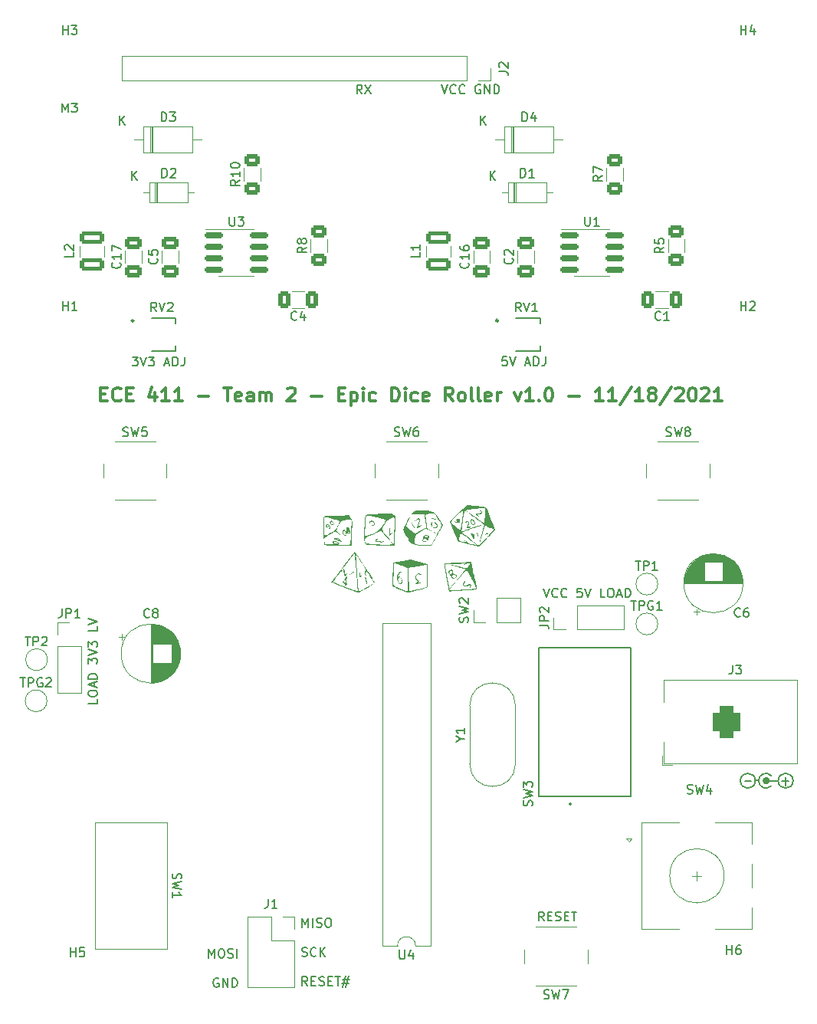
<source format=gbr>
%TF.GenerationSoftware,KiCad,Pcbnew,(5.99.0-12960-gccd3a1e6a9)*%
%TF.CreationDate,2021-11-17T23:12:52-08:00*%
%TF.ProjectId,Team2EpicDiceRoller,5465616d-3245-4706-9963-44696365526f,rev?*%
%TF.SameCoordinates,Original*%
%TF.FileFunction,Legend,Top*%
%TF.FilePolarity,Positive*%
%FSLAX46Y46*%
G04 Gerber Fmt 4.6, Leading zero omitted, Abs format (unit mm)*
G04 Created by KiCad (PCBNEW (5.99.0-12960-gccd3a1e6a9)) date 2021-11-17 23:12:52*
%MOMM*%
%LPD*%
G01*
G04 APERTURE LIST*
G04 Aperture macros list*
%AMRoundRect*
0 Rectangle with rounded corners*
0 $1 Rounding radius*
0 $2 $3 $4 $5 $6 $7 $8 $9 X,Y pos of 4 corners*
0 Add a 4 corners polygon primitive as box body*
4,1,4,$2,$3,$4,$5,$6,$7,$8,$9,$2,$3,0*
0 Add four circle primitives for the rounded corners*
1,1,$1+$1,$2,$3*
1,1,$1+$1,$4,$5*
1,1,$1+$1,$6,$7*
1,1,$1+$1,$8,$9*
0 Add four rect primitives between the rounded corners*
20,1,$1+$1,$2,$3,$4,$5,0*
20,1,$1+$1,$4,$5,$6,$7,0*
20,1,$1+$1,$6,$7,$8,$9,0*
20,1,$1+$1,$8,$9,$2,$3,0*%
G04 Aperture macros list end*
%ADD10C,0.150000*%
%ADD11C,0.400960*%
%ADD12C,0.300000*%
%ADD13C,0.120000*%
%ADD14C,0.127000*%
%ADD15C,0.240000*%
%ADD16C,0.200000*%
%ADD17C,3.200000*%
%ADD18RoundRect,0.250000X0.625000X-0.400000X0.625000X0.400000X-0.625000X0.400000X-0.625000X-0.400000X0*%
%ADD19C,2.000000*%
%ADD20R,3.500000X4.000000*%
%ADD21RoundRect,0.750000X0.750000X1.000000X-0.750000X1.000000X-0.750000X-1.000000X0.750000X-1.000000X0*%
%ADD22RoundRect,0.150000X-0.825000X-0.150000X0.825000X-0.150000X0.825000X0.150000X-0.825000X0.150000X0*%
%ADD23RoundRect,0.250001X-1.074999X0.462499X-1.074999X-0.462499X1.074999X-0.462499X1.074999X0.462499X0*%
%ADD24R,2.200000X2.200000*%
%ADD25O,2.200000X2.200000*%
%ADD26RoundRect,0.250000X0.650000X-0.412500X0.650000X0.412500X-0.650000X0.412500X-0.650000X-0.412500X0*%
%ADD27R,1.200000X1.200000*%
%ADD28R,1.500000X1.600000*%
%ADD29R,1.600000X1.600000*%
%ADD30O,1.600000X1.600000*%
%ADD31C,1.600000*%
%ADD32C,1.500000*%
%ADD33R,2.625000X2.625000*%
%ADD34C,2.625000*%
%ADD35R,1.700000X1.700000*%
%ADD36O,1.700000X1.700000*%
%ADD37R,2.000000X2.000000*%
%ADD38R,3.200000X2.000000*%
%ADD39RoundRect,0.250000X0.412500X0.650000X-0.412500X0.650000X-0.412500X-0.650000X0.412500X-0.650000X0*%
%ADD40R,2.600000X2.000000*%
G04 APERTURE END LIST*
D10*
X184700379Y-104100000D02*
G75*
G03*
X184700379Y-104100000I-825379J0D01*
G01*
X181775000Y-104100000D02*
X183049622Y-104100000D01*
X183850000Y-103675000D02*
X183850000Y-104600000D01*
X179350000Y-104100000D02*
X180100000Y-104100000D01*
X183450000Y-104100000D02*
X184250000Y-104100000D01*
D11*
X181925480Y-104100000D02*
G75*
G03*
X181925480Y-104100000I-200480J0D01*
G01*
D10*
X182286612Y-103536853D02*
G75*
G03*
X182274999Y-104674999I-586612J-563147D01*
G01*
X180550000Y-104050000D02*
X180875000Y-104050000D01*
X183850000Y-104600000D02*
X183850000Y-103675000D01*
X180525757Y-104100000D02*
G75*
G03*
X180525757Y-104100000I-825379J0D01*
G01*
X111696428Y-57277380D02*
X112315476Y-57277380D01*
X111982142Y-57658333D01*
X112125000Y-57658333D01*
X112220238Y-57705952D01*
X112267857Y-57753571D01*
X112315476Y-57848809D01*
X112315476Y-58086904D01*
X112267857Y-58182142D01*
X112220238Y-58229761D01*
X112125000Y-58277380D01*
X111839285Y-58277380D01*
X111744047Y-58229761D01*
X111696428Y-58182142D01*
X112601190Y-57277380D02*
X112934523Y-58277380D01*
X113267857Y-57277380D01*
X113505952Y-57277380D02*
X114125000Y-57277380D01*
X113791666Y-57658333D01*
X113934523Y-57658333D01*
X114029761Y-57705952D01*
X114077380Y-57753571D01*
X114125000Y-57848809D01*
X114125000Y-58086904D01*
X114077380Y-58182142D01*
X114029761Y-58229761D01*
X113934523Y-58277380D01*
X113648809Y-58277380D01*
X113553571Y-58229761D01*
X113505952Y-58182142D01*
X115267857Y-57991666D02*
X115744047Y-57991666D01*
X115172619Y-58277380D02*
X115505952Y-57277380D01*
X115839285Y-58277380D01*
X116172619Y-58277380D02*
X116172619Y-57277380D01*
X116410714Y-57277380D01*
X116553571Y-57325000D01*
X116648809Y-57420238D01*
X116696428Y-57515476D01*
X116744047Y-57705952D01*
X116744047Y-57848809D01*
X116696428Y-58039285D01*
X116648809Y-58134523D01*
X116553571Y-58229761D01*
X116410714Y-58277380D01*
X116172619Y-58277380D01*
X117458333Y-57277380D02*
X117458333Y-57991666D01*
X117410714Y-58134523D01*
X117315476Y-58229761D01*
X117172619Y-58277380D01*
X117077380Y-58277380D01*
X107827380Y-95069047D02*
X107827380Y-95545238D01*
X106827380Y-95545238D01*
X106827380Y-94545238D02*
X106827380Y-94354761D01*
X106875000Y-94259523D01*
X106970238Y-94164285D01*
X107160714Y-94116666D01*
X107494047Y-94116666D01*
X107684523Y-94164285D01*
X107779761Y-94259523D01*
X107827380Y-94354761D01*
X107827380Y-94545238D01*
X107779761Y-94640476D01*
X107684523Y-94735714D01*
X107494047Y-94783333D01*
X107160714Y-94783333D01*
X106970238Y-94735714D01*
X106875000Y-94640476D01*
X106827380Y-94545238D01*
X107541666Y-93735714D02*
X107541666Y-93259523D01*
X107827380Y-93830952D02*
X106827380Y-93497619D01*
X107827380Y-93164285D01*
X107827380Y-92830952D02*
X106827380Y-92830952D01*
X106827380Y-92592857D01*
X106875000Y-92450000D01*
X106970238Y-92354761D01*
X107065476Y-92307142D01*
X107255952Y-92259523D01*
X107398809Y-92259523D01*
X107589285Y-92307142D01*
X107684523Y-92354761D01*
X107779761Y-92450000D01*
X107827380Y-92592857D01*
X107827380Y-92830952D01*
X106827380Y-91164285D02*
X106827380Y-90545238D01*
X107208333Y-90878571D01*
X107208333Y-90735714D01*
X107255952Y-90640476D01*
X107303571Y-90592857D01*
X107398809Y-90545238D01*
X107636904Y-90545238D01*
X107732142Y-90592857D01*
X107779761Y-90640476D01*
X107827380Y-90735714D01*
X107827380Y-91021428D01*
X107779761Y-91116666D01*
X107732142Y-91164285D01*
X106827380Y-90259523D02*
X107827380Y-89926190D01*
X106827380Y-89592857D01*
X106827380Y-89354761D02*
X106827380Y-88735714D01*
X107208333Y-89069047D01*
X107208333Y-88926190D01*
X107255952Y-88830952D01*
X107303571Y-88783333D01*
X107398809Y-88735714D01*
X107636904Y-88735714D01*
X107732142Y-88783333D01*
X107779761Y-88830952D01*
X107827380Y-88926190D01*
X107827380Y-89211904D01*
X107779761Y-89307142D01*
X107732142Y-89354761D01*
X107827380Y-87069047D02*
X107827380Y-87545238D01*
X106827380Y-87545238D01*
X106827380Y-86878571D02*
X107827380Y-86545238D01*
X106827380Y-86211904D01*
X153094047Y-57252380D02*
X152617857Y-57252380D01*
X152570238Y-57728571D01*
X152617857Y-57680952D01*
X152713095Y-57633333D01*
X152951190Y-57633333D01*
X153046428Y-57680952D01*
X153094047Y-57728571D01*
X153141666Y-57823809D01*
X153141666Y-58061904D01*
X153094047Y-58157142D01*
X153046428Y-58204761D01*
X152951190Y-58252380D01*
X152713095Y-58252380D01*
X152617857Y-58204761D01*
X152570238Y-58157142D01*
X153427380Y-57252380D02*
X153760714Y-58252380D01*
X154094047Y-57252380D01*
X155141666Y-57966666D02*
X155617857Y-57966666D01*
X155046428Y-58252380D02*
X155379761Y-57252380D01*
X155713095Y-58252380D01*
X156046428Y-58252380D02*
X156046428Y-57252380D01*
X156284523Y-57252380D01*
X156427380Y-57300000D01*
X156522619Y-57395238D01*
X156570238Y-57490476D01*
X156617857Y-57680952D01*
X156617857Y-57823809D01*
X156570238Y-58014285D01*
X156522619Y-58109523D01*
X156427380Y-58204761D01*
X156284523Y-58252380D01*
X156046428Y-58252380D01*
X157332142Y-57252380D02*
X157332142Y-57966666D01*
X157284523Y-58109523D01*
X157189285Y-58204761D01*
X157046428Y-58252380D01*
X156951190Y-58252380D01*
X145861904Y-27202380D02*
X146195238Y-28202380D01*
X146528571Y-27202380D01*
X147433333Y-28107142D02*
X147385714Y-28154761D01*
X147242857Y-28202380D01*
X147147619Y-28202380D01*
X147004761Y-28154761D01*
X146909523Y-28059523D01*
X146861904Y-27964285D01*
X146814285Y-27773809D01*
X146814285Y-27630952D01*
X146861904Y-27440476D01*
X146909523Y-27345238D01*
X147004761Y-27250000D01*
X147147619Y-27202380D01*
X147242857Y-27202380D01*
X147385714Y-27250000D01*
X147433333Y-27297619D01*
X148433333Y-28107142D02*
X148385714Y-28154761D01*
X148242857Y-28202380D01*
X148147619Y-28202380D01*
X148004761Y-28154761D01*
X147909523Y-28059523D01*
X147861904Y-27964285D01*
X147814285Y-27773809D01*
X147814285Y-27630952D01*
X147861904Y-27440476D01*
X147909523Y-27345238D01*
X148004761Y-27250000D01*
X148147619Y-27202380D01*
X148242857Y-27202380D01*
X148385714Y-27250000D01*
X148433333Y-27297619D01*
X150147619Y-27250000D02*
X150052380Y-27202380D01*
X149909523Y-27202380D01*
X149766666Y-27250000D01*
X149671428Y-27345238D01*
X149623809Y-27440476D01*
X149576190Y-27630952D01*
X149576190Y-27773809D01*
X149623809Y-27964285D01*
X149671428Y-28059523D01*
X149766666Y-28154761D01*
X149909523Y-28202380D01*
X150004761Y-28202380D01*
X150147619Y-28154761D01*
X150195238Y-28107142D01*
X150195238Y-27773809D01*
X150004761Y-27773809D01*
X150623809Y-28202380D02*
X150623809Y-27202380D01*
X151195238Y-28202380D01*
X151195238Y-27202380D01*
X151671428Y-28202380D02*
X151671428Y-27202380D01*
X151909523Y-27202380D01*
X152052380Y-27250000D01*
X152147619Y-27345238D01*
X152195238Y-27440476D01*
X152242857Y-27630952D01*
X152242857Y-27773809D01*
X152195238Y-27964285D01*
X152147619Y-28059523D01*
X152052380Y-28154761D01*
X151909523Y-28202380D01*
X151671428Y-28202380D01*
X103940476Y-30252380D02*
X103940476Y-29252380D01*
X104273809Y-29966666D01*
X104607142Y-29252380D01*
X104607142Y-30252380D01*
X104988095Y-29252380D02*
X105607142Y-29252380D01*
X105273809Y-29633333D01*
X105416666Y-29633333D01*
X105511904Y-29680952D01*
X105559523Y-29728571D01*
X105607142Y-29823809D01*
X105607142Y-30061904D01*
X105559523Y-30157142D01*
X105511904Y-30204761D01*
X105416666Y-30252380D01*
X105130952Y-30252380D01*
X105035714Y-30204761D01*
X104988095Y-30157142D01*
X157172619Y-119577380D02*
X156839285Y-119101190D01*
X156601190Y-119577380D02*
X156601190Y-118577380D01*
X156982142Y-118577380D01*
X157077380Y-118625000D01*
X157125000Y-118672619D01*
X157172619Y-118767857D01*
X157172619Y-118910714D01*
X157125000Y-119005952D01*
X157077380Y-119053571D01*
X156982142Y-119101190D01*
X156601190Y-119101190D01*
X157601190Y-119053571D02*
X157934523Y-119053571D01*
X158077380Y-119577380D02*
X157601190Y-119577380D01*
X157601190Y-118577380D01*
X158077380Y-118577380D01*
X158458333Y-119529761D02*
X158601190Y-119577380D01*
X158839285Y-119577380D01*
X158934523Y-119529761D01*
X158982142Y-119482142D01*
X159029761Y-119386904D01*
X159029761Y-119291666D01*
X158982142Y-119196428D01*
X158934523Y-119148809D01*
X158839285Y-119101190D01*
X158648809Y-119053571D01*
X158553571Y-119005952D01*
X158505952Y-118958333D01*
X158458333Y-118863095D01*
X158458333Y-118767857D01*
X158505952Y-118672619D01*
X158553571Y-118625000D01*
X158648809Y-118577380D01*
X158886904Y-118577380D01*
X159029761Y-118625000D01*
X159458333Y-119053571D02*
X159791666Y-119053571D01*
X159934523Y-119577380D02*
X159458333Y-119577380D01*
X159458333Y-118577380D01*
X159934523Y-118577380D01*
X160220238Y-118577380D02*
X160791666Y-118577380D01*
X160505952Y-119577380D02*
X160505952Y-118577380D01*
D12*
X108214285Y-61392857D02*
X108714285Y-61392857D01*
X108928571Y-62178571D02*
X108214285Y-62178571D01*
X108214285Y-60678571D01*
X108928571Y-60678571D01*
X110428571Y-62035714D02*
X110357142Y-62107142D01*
X110142857Y-62178571D01*
X110000000Y-62178571D01*
X109785714Y-62107142D01*
X109642857Y-61964285D01*
X109571428Y-61821428D01*
X109500000Y-61535714D01*
X109500000Y-61321428D01*
X109571428Y-61035714D01*
X109642857Y-60892857D01*
X109785714Y-60750000D01*
X110000000Y-60678571D01*
X110142857Y-60678571D01*
X110357142Y-60750000D01*
X110428571Y-60821428D01*
X111071428Y-61392857D02*
X111571428Y-61392857D01*
X111785714Y-62178571D02*
X111071428Y-62178571D01*
X111071428Y-60678571D01*
X111785714Y-60678571D01*
X114214285Y-61178571D02*
X114214285Y-62178571D01*
X113857142Y-60607142D02*
X113500000Y-61678571D01*
X114428571Y-61678571D01*
X115785714Y-62178571D02*
X114928571Y-62178571D01*
X115357142Y-62178571D02*
X115357142Y-60678571D01*
X115214285Y-60892857D01*
X115071428Y-61035714D01*
X114928571Y-61107142D01*
X117214285Y-62178571D02*
X116357142Y-62178571D01*
X116785714Y-62178571D02*
X116785714Y-60678571D01*
X116642857Y-60892857D01*
X116500000Y-61035714D01*
X116357142Y-61107142D01*
X119000000Y-61607142D02*
X120142857Y-61607142D01*
X121785714Y-60678571D02*
X122642857Y-60678571D01*
X122214285Y-62178571D02*
X122214285Y-60678571D01*
X123714285Y-62107142D02*
X123571428Y-62178571D01*
X123285714Y-62178571D01*
X123142857Y-62107142D01*
X123071428Y-61964285D01*
X123071428Y-61392857D01*
X123142857Y-61250000D01*
X123285714Y-61178571D01*
X123571428Y-61178571D01*
X123714285Y-61250000D01*
X123785714Y-61392857D01*
X123785714Y-61535714D01*
X123071428Y-61678571D01*
X125071428Y-62178571D02*
X125071428Y-61392857D01*
X125000000Y-61250000D01*
X124857142Y-61178571D01*
X124571428Y-61178571D01*
X124428571Y-61250000D01*
X125071428Y-62107142D02*
X124928571Y-62178571D01*
X124571428Y-62178571D01*
X124428571Y-62107142D01*
X124357142Y-61964285D01*
X124357142Y-61821428D01*
X124428571Y-61678571D01*
X124571428Y-61607142D01*
X124928571Y-61607142D01*
X125071428Y-61535714D01*
X125785714Y-62178571D02*
X125785714Y-61178571D01*
X125785714Y-61321428D02*
X125857142Y-61250000D01*
X126000000Y-61178571D01*
X126214285Y-61178571D01*
X126357142Y-61250000D01*
X126428571Y-61392857D01*
X126428571Y-62178571D01*
X126428571Y-61392857D02*
X126500000Y-61250000D01*
X126642857Y-61178571D01*
X126857142Y-61178571D01*
X127000000Y-61250000D01*
X127071428Y-61392857D01*
X127071428Y-62178571D01*
X128857142Y-60821428D02*
X128928571Y-60750000D01*
X129071428Y-60678571D01*
X129428571Y-60678571D01*
X129571428Y-60750000D01*
X129642857Y-60821428D01*
X129714285Y-60964285D01*
X129714285Y-61107142D01*
X129642857Y-61321428D01*
X128785714Y-62178571D01*
X129714285Y-62178571D01*
X131500000Y-61607142D02*
X132642857Y-61607142D01*
X134500000Y-61392857D02*
X135000000Y-61392857D01*
X135214285Y-62178571D02*
X134500000Y-62178571D01*
X134500000Y-60678571D01*
X135214285Y-60678571D01*
X135857142Y-61178571D02*
X135857142Y-62678571D01*
X135857142Y-61250000D02*
X136000000Y-61178571D01*
X136285714Y-61178571D01*
X136428571Y-61250000D01*
X136500000Y-61321428D01*
X136571428Y-61464285D01*
X136571428Y-61892857D01*
X136500000Y-62035714D01*
X136428571Y-62107142D01*
X136285714Y-62178571D01*
X136000000Y-62178571D01*
X135857142Y-62107142D01*
X137214285Y-62178571D02*
X137214285Y-61178571D01*
X137214285Y-60678571D02*
X137142857Y-60750000D01*
X137214285Y-60821428D01*
X137285714Y-60750000D01*
X137214285Y-60678571D01*
X137214285Y-60821428D01*
X138571428Y-62107142D02*
X138428571Y-62178571D01*
X138142857Y-62178571D01*
X138000000Y-62107142D01*
X137928571Y-62035714D01*
X137857142Y-61892857D01*
X137857142Y-61464285D01*
X137928571Y-61321428D01*
X138000000Y-61250000D01*
X138142857Y-61178571D01*
X138428571Y-61178571D01*
X138571428Y-61250000D01*
X140357142Y-62178571D02*
X140357142Y-60678571D01*
X140714285Y-60678571D01*
X140928571Y-60750000D01*
X141071428Y-60892857D01*
X141142857Y-61035714D01*
X141214285Y-61321428D01*
X141214285Y-61535714D01*
X141142857Y-61821428D01*
X141071428Y-61964285D01*
X140928571Y-62107142D01*
X140714285Y-62178571D01*
X140357142Y-62178571D01*
X141857142Y-62178571D02*
X141857142Y-61178571D01*
X141857142Y-60678571D02*
X141785714Y-60750000D01*
X141857142Y-60821428D01*
X141928571Y-60750000D01*
X141857142Y-60678571D01*
X141857142Y-60821428D01*
X143214285Y-62107142D02*
X143071428Y-62178571D01*
X142785714Y-62178571D01*
X142642857Y-62107142D01*
X142571428Y-62035714D01*
X142500000Y-61892857D01*
X142500000Y-61464285D01*
X142571428Y-61321428D01*
X142642857Y-61250000D01*
X142785714Y-61178571D01*
X143071428Y-61178571D01*
X143214285Y-61250000D01*
X144428571Y-62107142D02*
X144285714Y-62178571D01*
X144000000Y-62178571D01*
X143857142Y-62107142D01*
X143785714Y-61964285D01*
X143785714Y-61392857D01*
X143857142Y-61250000D01*
X144000000Y-61178571D01*
X144285714Y-61178571D01*
X144428571Y-61250000D01*
X144500000Y-61392857D01*
X144500000Y-61535714D01*
X143785714Y-61678571D01*
X147142857Y-62178571D02*
X146642857Y-61464285D01*
X146285714Y-62178571D02*
X146285714Y-60678571D01*
X146857142Y-60678571D01*
X147000000Y-60750000D01*
X147071428Y-60821428D01*
X147142857Y-60964285D01*
X147142857Y-61178571D01*
X147071428Y-61321428D01*
X147000000Y-61392857D01*
X146857142Y-61464285D01*
X146285714Y-61464285D01*
X148000000Y-62178571D02*
X147857142Y-62107142D01*
X147785714Y-62035714D01*
X147714285Y-61892857D01*
X147714285Y-61464285D01*
X147785714Y-61321428D01*
X147857142Y-61250000D01*
X148000000Y-61178571D01*
X148214285Y-61178571D01*
X148357142Y-61250000D01*
X148428571Y-61321428D01*
X148500000Y-61464285D01*
X148500000Y-61892857D01*
X148428571Y-62035714D01*
X148357142Y-62107142D01*
X148214285Y-62178571D01*
X148000000Y-62178571D01*
X149357142Y-62178571D02*
X149214285Y-62107142D01*
X149142857Y-61964285D01*
X149142857Y-60678571D01*
X150142857Y-62178571D02*
X150000000Y-62107142D01*
X149928571Y-61964285D01*
X149928571Y-60678571D01*
X151285714Y-62107142D02*
X151142857Y-62178571D01*
X150857142Y-62178571D01*
X150714285Y-62107142D01*
X150642857Y-61964285D01*
X150642857Y-61392857D01*
X150714285Y-61250000D01*
X150857142Y-61178571D01*
X151142857Y-61178571D01*
X151285714Y-61250000D01*
X151357142Y-61392857D01*
X151357142Y-61535714D01*
X150642857Y-61678571D01*
X152000000Y-62178571D02*
X152000000Y-61178571D01*
X152000000Y-61464285D02*
X152071428Y-61321428D01*
X152142857Y-61250000D01*
X152285714Y-61178571D01*
X152428571Y-61178571D01*
X153928571Y-61178571D02*
X154285714Y-62178571D01*
X154642857Y-61178571D01*
X156000000Y-62178571D02*
X155142857Y-62178571D01*
X155571428Y-62178571D02*
X155571428Y-60678571D01*
X155428571Y-60892857D01*
X155285714Y-61035714D01*
X155142857Y-61107142D01*
X156642857Y-62035714D02*
X156714285Y-62107142D01*
X156642857Y-62178571D01*
X156571428Y-62107142D01*
X156642857Y-62035714D01*
X156642857Y-62178571D01*
X157642857Y-60678571D02*
X157785714Y-60678571D01*
X157928571Y-60750000D01*
X158000000Y-60821428D01*
X158071428Y-60964285D01*
X158142857Y-61250000D01*
X158142857Y-61607142D01*
X158071428Y-61892857D01*
X158000000Y-62035714D01*
X157928571Y-62107142D01*
X157785714Y-62178571D01*
X157642857Y-62178571D01*
X157500000Y-62107142D01*
X157428571Y-62035714D01*
X157357142Y-61892857D01*
X157285714Y-61607142D01*
X157285714Y-61250000D01*
X157357142Y-60964285D01*
X157428571Y-60821428D01*
X157500000Y-60750000D01*
X157642857Y-60678571D01*
X159928571Y-61607142D02*
X161071428Y-61607142D01*
X163714285Y-62178571D02*
X162857142Y-62178571D01*
X163285714Y-62178571D02*
X163285714Y-60678571D01*
X163142857Y-60892857D01*
X163000000Y-61035714D01*
X162857142Y-61107142D01*
X165142857Y-62178571D02*
X164285714Y-62178571D01*
X164714285Y-62178571D02*
X164714285Y-60678571D01*
X164571428Y-60892857D01*
X164428571Y-61035714D01*
X164285714Y-61107142D01*
X166857142Y-60607142D02*
X165571428Y-62535714D01*
X168142857Y-62178571D02*
X167285714Y-62178571D01*
X167714285Y-62178571D02*
X167714285Y-60678571D01*
X167571428Y-60892857D01*
X167428571Y-61035714D01*
X167285714Y-61107142D01*
X169000000Y-61321428D02*
X168857142Y-61250000D01*
X168785714Y-61178571D01*
X168714285Y-61035714D01*
X168714285Y-60964285D01*
X168785714Y-60821428D01*
X168857142Y-60750000D01*
X169000000Y-60678571D01*
X169285714Y-60678571D01*
X169428571Y-60750000D01*
X169500000Y-60821428D01*
X169571428Y-60964285D01*
X169571428Y-61035714D01*
X169500000Y-61178571D01*
X169428571Y-61250000D01*
X169285714Y-61321428D01*
X169000000Y-61321428D01*
X168857142Y-61392857D01*
X168785714Y-61464285D01*
X168714285Y-61607142D01*
X168714285Y-61892857D01*
X168785714Y-62035714D01*
X168857142Y-62107142D01*
X169000000Y-62178571D01*
X169285714Y-62178571D01*
X169428571Y-62107142D01*
X169500000Y-62035714D01*
X169571428Y-61892857D01*
X169571428Y-61607142D01*
X169500000Y-61464285D01*
X169428571Y-61392857D01*
X169285714Y-61321428D01*
X171285714Y-60607142D02*
X170000000Y-62535714D01*
X171714285Y-60821428D02*
X171785714Y-60750000D01*
X171928571Y-60678571D01*
X172285714Y-60678571D01*
X172428571Y-60750000D01*
X172500000Y-60821428D01*
X172571428Y-60964285D01*
X172571428Y-61107142D01*
X172500000Y-61321428D01*
X171642857Y-62178571D01*
X172571428Y-62178571D01*
X173500000Y-60678571D02*
X173642857Y-60678571D01*
X173785714Y-60750000D01*
X173857142Y-60821428D01*
X173928571Y-60964285D01*
X174000000Y-61250000D01*
X174000000Y-61607142D01*
X173928571Y-61892857D01*
X173857142Y-62035714D01*
X173785714Y-62107142D01*
X173642857Y-62178571D01*
X173500000Y-62178571D01*
X173357142Y-62107142D01*
X173285714Y-62035714D01*
X173214285Y-61892857D01*
X173142857Y-61607142D01*
X173142857Y-61250000D01*
X173214285Y-60964285D01*
X173285714Y-60821428D01*
X173357142Y-60750000D01*
X173500000Y-60678571D01*
X174571428Y-60821428D02*
X174642857Y-60750000D01*
X174785714Y-60678571D01*
X175142857Y-60678571D01*
X175285714Y-60750000D01*
X175357142Y-60821428D01*
X175428571Y-60964285D01*
X175428571Y-61107142D01*
X175357142Y-61321428D01*
X174500000Y-62178571D01*
X175428571Y-62178571D01*
X176857142Y-62178571D02*
X176000000Y-62178571D01*
X176428571Y-62178571D02*
X176428571Y-60678571D01*
X176285714Y-60892857D01*
X176142857Y-61035714D01*
X176000000Y-61107142D01*
D10*
X157117857Y-82852380D02*
X157451190Y-83852380D01*
X157784523Y-82852380D01*
X158689285Y-83757142D02*
X158641666Y-83804761D01*
X158498809Y-83852380D01*
X158403571Y-83852380D01*
X158260714Y-83804761D01*
X158165476Y-83709523D01*
X158117857Y-83614285D01*
X158070238Y-83423809D01*
X158070238Y-83280952D01*
X158117857Y-83090476D01*
X158165476Y-82995238D01*
X158260714Y-82900000D01*
X158403571Y-82852380D01*
X158498809Y-82852380D01*
X158641666Y-82900000D01*
X158689285Y-82947619D01*
X159689285Y-83757142D02*
X159641666Y-83804761D01*
X159498809Y-83852380D01*
X159403571Y-83852380D01*
X159260714Y-83804761D01*
X159165476Y-83709523D01*
X159117857Y-83614285D01*
X159070238Y-83423809D01*
X159070238Y-83280952D01*
X159117857Y-83090476D01*
X159165476Y-82995238D01*
X159260714Y-82900000D01*
X159403571Y-82852380D01*
X159498809Y-82852380D01*
X159641666Y-82900000D01*
X159689285Y-82947619D01*
X161355952Y-82852380D02*
X160879761Y-82852380D01*
X160832142Y-83328571D01*
X160879761Y-83280952D01*
X160975000Y-83233333D01*
X161213095Y-83233333D01*
X161308333Y-83280952D01*
X161355952Y-83328571D01*
X161403571Y-83423809D01*
X161403571Y-83661904D01*
X161355952Y-83757142D01*
X161308333Y-83804761D01*
X161213095Y-83852380D01*
X160975000Y-83852380D01*
X160879761Y-83804761D01*
X160832142Y-83757142D01*
X161689285Y-82852380D02*
X162022619Y-83852380D01*
X162355952Y-82852380D01*
X163927380Y-83852380D02*
X163451190Y-83852380D01*
X163451190Y-82852380D01*
X164451190Y-82852380D02*
X164641666Y-82852380D01*
X164736904Y-82900000D01*
X164832142Y-82995238D01*
X164879761Y-83185714D01*
X164879761Y-83519047D01*
X164832142Y-83709523D01*
X164736904Y-83804761D01*
X164641666Y-83852380D01*
X164451190Y-83852380D01*
X164355952Y-83804761D01*
X164260714Y-83709523D01*
X164213095Y-83519047D01*
X164213095Y-83185714D01*
X164260714Y-82995238D01*
X164355952Y-82900000D01*
X164451190Y-82852380D01*
X165260714Y-83566666D02*
X165736904Y-83566666D01*
X165165476Y-83852380D02*
X165498809Y-82852380D01*
X165832142Y-83852380D01*
X166165476Y-83852380D02*
X166165476Y-82852380D01*
X166403571Y-82852380D01*
X166546428Y-82900000D01*
X166641666Y-82995238D01*
X166689285Y-83090476D01*
X166736904Y-83280952D01*
X166736904Y-83423809D01*
X166689285Y-83614285D01*
X166641666Y-83709523D01*
X166546428Y-83804761D01*
X166403571Y-83852380D01*
X166165476Y-83852380D01*
X120121547Y-123667380D02*
X120121547Y-122667380D01*
X120454880Y-123381666D01*
X120788214Y-122667380D01*
X120788214Y-123667380D01*
X121454880Y-122667380D02*
X121645357Y-122667380D01*
X121740595Y-122715000D01*
X121835833Y-122810238D01*
X121883452Y-123000714D01*
X121883452Y-123334047D01*
X121835833Y-123524523D01*
X121740595Y-123619761D01*
X121645357Y-123667380D01*
X121454880Y-123667380D01*
X121359642Y-123619761D01*
X121264404Y-123524523D01*
X121216785Y-123334047D01*
X121216785Y-123000714D01*
X121264404Y-122810238D01*
X121359642Y-122715000D01*
X121454880Y-122667380D01*
X122264404Y-123619761D02*
X122407261Y-123667380D01*
X122645357Y-123667380D01*
X122740595Y-123619761D01*
X122788214Y-123572142D01*
X122835833Y-123476904D01*
X122835833Y-123381666D01*
X122788214Y-123286428D01*
X122740595Y-123238809D01*
X122645357Y-123191190D01*
X122454880Y-123143571D01*
X122359642Y-123095952D01*
X122312023Y-123048333D01*
X122264404Y-122953095D01*
X122264404Y-122857857D01*
X122312023Y-122762619D01*
X122359642Y-122715000D01*
X122454880Y-122667380D01*
X122692976Y-122667380D01*
X122835833Y-122715000D01*
X123264404Y-123667380D02*
X123264404Y-122667380D01*
X121216785Y-125935000D02*
X121121547Y-125887380D01*
X120978690Y-125887380D01*
X120835833Y-125935000D01*
X120740595Y-126030238D01*
X120692976Y-126125476D01*
X120645357Y-126315952D01*
X120645357Y-126458809D01*
X120692976Y-126649285D01*
X120740595Y-126744523D01*
X120835833Y-126839761D01*
X120978690Y-126887380D01*
X121073928Y-126887380D01*
X121216785Y-126839761D01*
X121264404Y-126792142D01*
X121264404Y-126458809D01*
X121073928Y-126458809D01*
X121692976Y-126887380D02*
X121692976Y-125887380D01*
X122264404Y-126887380D01*
X122264404Y-125887380D01*
X122740595Y-126887380D02*
X122740595Y-125887380D01*
X122978690Y-125887380D01*
X123121547Y-125935000D01*
X123216785Y-126030238D01*
X123264404Y-126125476D01*
X123312023Y-126315952D01*
X123312023Y-126458809D01*
X123264404Y-126649285D01*
X123216785Y-126744523D01*
X123121547Y-126839761D01*
X122978690Y-126887380D01*
X122740595Y-126887380D01*
X130485595Y-120282380D02*
X130485595Y-119282380D01*
X130818928Y-119996666D01*
X131152261Y-119282380D01*
X131152261Y-120282380D01*
X131628452Y-120282380D02*
X131628452Y-119282380D01*
X132057023Y-120234761D02*
X132199880Y-120282380D01*
X132437976Y-120282380D01*
X132533214Y-120234761D01*
X132580833Y-120187142D01*
X132628452Y-120091904D01*
X132628452Y-119996666D01*
X132580833Y-119901428D01*
X132533214Y-119853809D01*
X132437976Y-119806190D01*
X132247500Y-119758571D01*
X132152261Y-119710952D01*
X132104642Y-119663333D01*
X132057023Y-119568095D01*
X132057023Y-119472857D01*
X132104642Y-119377619D01*
X132152261Y-119330000D01*
X132247500Y-119282380D01*
X132485595Y-119282380D01*
X132628452Y-119330000D01*
X133247500Y-119282380D02*
X133437976Y-119282380D01*
X133533214Y-119330000D01*
X133628452Y-119425238D01*
X133676071Y-119615714D01*
X133676071Y-119949047D01*
X133628452Y-120139523D01*
X133533214Y-120234761D01*
X133437976Y-120282380D01*
X133247500Y-120282380D01*
X133152261Y-120234761D01*
X133057023Y-120139523D01*
X133009404Y-119949047D01*
X133009404Y-119615714D01*
X133057023Y-119425238D01*
X133152261Y-119330000D01*
X133247500Y-119282380D01*
X130437976Y-123454761D02*
X130580833Y-123502380D01*
X130818928Y-123502380D01*
X130914166Y-123454761D01*
X130961785Y-123407142D01*
X131009404Y-123311904D01*
X131009404Y-123216666D01*
X130961785Y-123121428D01*
X130914166Y-123073809D01*
X130818928Y-123026190D01*
X130628452Y-122978571D01*
X130533214Y-122930952D01*
X130485595Y-122883333D01*
X130437976Y-122788095D01*
X130437976Y-122692857D01*
X130485595Y-122597619D01*
X130533214Y-122550000D01*
X130628452Y-122502380D01*
X130866547Y-122502380D01*
X131009404Y-122550000D01*
X132009404Y-123407142D02*
X131961785Y-123454761D01*
X131818928Y-123502380D01*
X131723690Y-123502380D01*
X131580833Y-123454761D01*
X131485595Y-123359523D01*
X131437976Y-123264285D01*
X131390357Y-123073809D01*
X131390357Y-122930952D01*
X131437976Y-122740476D01*
X131485595Y-122645238D01*
X131580833Y-122550000D01*
X131723690Y-122502380D01*
X131818928Y-122502380D01*
X131961785Y-122550000D01*
X132009404Y-122597619D01*
X132437976Y-123502380D02*
X132437976Y-122502380D01*
X133009404Y-123502380D02*
X132580833Y-122930952D01*
X133009404Y-122502380D02*
X132437976Y-123073809D01*
X131057023Y-126722380D02*
X130723690Y-126246190D01*
X130485595Y-126722380D02*
X130485595Y-125722380D01*
X130866547Y-125722380D01*
X130961785Y-125770000D01*
X131009404Y-125817619D01*
X131057023Y-125912857D01*
X131057023Y-126055714D01*
X131009404Y-126150952D01*
X130961785Y-126198571D01*
X130866547Y-126246190D01*
X130485595Y-126246190D01*
X131485595Y-126198571D02*
X131818928Y-126198571D01*
X131961785Y-126722380D02*
X131485595Y-126722380D01*
X131485595Y-125722380D01*
X131961785Y-125722380D01*
X132342738Y-126674761D02*
X132485595Y-126722380D01*
X132723690Y-126722380D01*
X132818928Y-126674761D01*
X132866547Y-126627142D01*
X132914166Y-126531904D01*
X132914166Y-126436666D01*
X132866547Y-126341428D01*
X132818928Y-126293809D01*
X132723690Y-126246190D01*
X132533214Y-126198571D01*
X132437976Y-126150952D01*
X132390357Y-126103333D01*
X132342738Y-126008095D01*
X132342738Y-125912857D01*
X132390357Y-125817619D01*
X132437976Y-125770000D01*
X132533214Y-125722380D01*
X132771309Y-125722380D01*
X132914166Y-125770000D01*
X133342738Y-126198571D02*
X133676071Y-126198571D01*
X133818928Y-126722380D02*
X133342738Y-126722380D01*
X133342738Y-125722380D01*
X133818928Y-125722380D01*
X134104642Y-125722380D02*
X134676071Y-125722380D01*
X134390357Y-126722380D02*
X134390357Y-125722380D01*
X134961785Y-126055714D02*
X135676071Y-126055714D01*
X135247500Y-125627142D02*
X134961785Y-126912857D01*
X135580833Y-126484285D02*
X134866547Y-126484285D01*
X135295119Y-126912857D02*
X135580833Y-125627142D01*
X137083333Y-28227380D02*
X136750000Y-27751190D01*
X136511904Y-28227380D02*
X136511904Y-27227380D01*
X136892857Y-27227380D01*
X136988095Y-27275000D01*
X137035714Y-27322619D01*
X137083333Y-27417857D01*
X137083333Y-27560714D01*
X137035714Y-27655952D01*
X136988095Y-27703571D01*
X136892857Y-27751190D01*
X136511904Y-27751190D01*
X137416666Y-27227380D02*
X138083333Y-28227380D01*
X138083333Y-27227380D02*
X137416666Y-28227380D01*
%TO.C,H2*%
X178938095Y-52152380D02*
X178938095Y-51152380D01*
X178938095Y-51628571D02*
X179509523Y-51628571D01*
X179509523Y-52152380D02*
X179509523Y-51152380D01*
X179938095Y-51247619D02*
X179985714Y-51200000D01*
X180080952Y-51152380D01*
X180319047Y-51152380D01*
X180414285Y-51200000D01*
X180461904Y-51247619D01*
X180509523Y-51342857D01*
X180509523Y-51438095D01*
X180461904Y-51580952D01*
X179890476Y-52152380D01*
X180509523Y-52152380D01*
%TO.C,R8*%
X130957380Y-45166666D02*
X130481190Y-45500000D01*
X130957380Y-45738095D02*
X129957380Y-45738095D01*
X129957380Y-45357142D01*
X130005000Y-45261904D01*
X130052619Y-45214285D01*
X130147857Y-45166666D01*
X130290714Y-45166666D01*
X130385952Y-45214285D01*
X130433571Y-45261904D01*
X130481190Y-45357142D01*
X130481190Y-45738095D01*
X130385952Y-44595238D02*
X130338333Y-44690476D01*
X130290714Y-44738095D01*
X130195476Y-44785714D01*
X130147857Y-44785714D01*
X130052619Y-44738095D01*
X130005000Y-44690476D01*
X129957380Y-44595238D01*
X129957380Y-44404761D01*
X130005000Y-44309523D01*
X130052619Y-44261904D01*
X130147857Y-44214285D01*
X130195476Y-44214285D01*
X130290714Y-44261904D01*
X130338333Y-44309523D01*
X130385952Y-44404761D01*
X130385952Y-44595238D01*
X130433571Y-44690476D01*
X130481190Y-44738095D01*
X130576428Y-44785714D01*
X130766904Y-44785714D01*
X130862142Y-44738095D01*
X130909761Y-44690476D01*
X130957380Y-44595238D01*
X130957380Y-44404761D01*
X130909761Y-44309523D01*
X130862142Y-44261904D01*
X130766904Y-44214285D01*
X130576428Y-44214285D01*
X130481190Y-44261904D01*
X130433571Y-44309523D01*
X130385952Y-44404761D01*
%TO.C,SW8*%
X170666666Y-66004761D02*
X170809523Y-66052380D01*
X171047619Y-66052380D01*
X171142857Y-66004761D01*
X171190476Y-65957142D01*
X171238095Y-65861904D01*
X171238095Y-65766666D01*
X171190476Y-65671428D01*
X171142857Y-65623809D01*
X171047619Y-65576190D01*
X170857142Y-65528571D01*
X170761904Y-65480952D01*
X170714285Y-65433333D01*
X170666666Y-65338095D01*
X170666666Y-65242857D01*
X170714285Y-65147619D01*
X170761904Y-65100000D01*
X170857142Y-65052380D01*
X171095238Y-65052380D01*
X171238095Y-65100000D01*
X171571428Y-65052380D02*
X171809523Y-66052380D01*
X172000000Y-65338095D01*
X172190476Y-66052380D01*
X172428571Y-65052380D01*
X172952380Y-65480952D02*
X172857142Y-65433333D01*
X172809523Y-65385714D01*
X172761904Y-65290476D01*
X172761904Y-65242857D01*
X172809523Y-65147619D01*
X172857142Y-65100000D01*
X172952380Y-65052380D01*
X173142857Y-65052380D01*
X173238095Y-65100000D01*
X173285714Y-65147619D01*
X173333333Y-65242857D01*
X173333333Y-65290476D01*
X173285714Y-65385714D01*
X173238095Y-65433333D01*
X173142857Y-65480952D01*
X172952380Y-65480952D01*
X172857142Y-65528571D01*
X172809523Y-65576190D01*
X172761904Y-65671428D01*
X172761904Y-65861904D01*
X172809523Y-65957142D01*
X172857142Y-66004761D01*
X172952380Y-66052380D01*
X173142857Y-66052380D01*
X173238095Y-66004761D01*
X173285714Y-65957142D01*
X173333333Y-65861904D01*
X173333333Y-65671428D01*
X173285714Y-65576190D01*
X173238095Y-65528571D01*
X173142857Y-65480952D01*
%TO.C,J3*%
X178001666Y-91319880D02*
X178001666Y-92034166D01*
X177954047Y-92177023D01*
X177858809Y-92272261D01*
X177715952Y-92319880D01*
X177620714Y-92319880D01*
X178382619Y-91319880D02*
X179001666Y-91319880D01*
X178668333Y-91700833D01*
X178811190Y-91700833D01*
X178906428Y-91748452D01*
X178954047Y-91796071D01*
X179001666Y-91891309D01*
X179001666Y-92129404D01*
X178954047Y-92224642D01*
X178906428Y-92272261D01*
X178811190Y-92319880D01*
X178525476Y-92319880D01*
X178430238Y-92272261D01*
X178382619Y-92224642D01*
%TO.C,U3*%
X122438095Y-41802380D02*
X122438095Y-42611904D01*
X122485714Y-42707142D01*
X122533333Y-42754761D01*
X122628571Y-42802380D01*
X122819047Y-42802380D01*
X122914285Y-42754761D01*
X122961904Y-42707142D01*
X123009523Y-42611904D01*
X123009523Y-41802380D01*
X123390476Y-41802380D02*
X124009523Y-41802380D01*
X123676190Y-42183333D01*
X123819047Y-42183333D01*
X123914285Y-42230952D01*
X123961904Y-42278571D01*
X124009523Y-42373809D01*
X124009523Y-42611904D01*
X123961904Y-42707142D01*
X123914285Y-42754761D01*
X123819047Y-42802380D01*
X123533333Y-42802380D01*
X123438095Y-42754761D01*
X123390476Y-42707142D01*
%TO.C,SW6*%
X140666666Y-66004761D02*
X140809523Y-66052380D01*
X141047619Y-66052380D01*
X141142857Y-66004761D01*
X141190476Y-65957142D01*
X141238095Y-65861904D01*
X141238095Y-65766666D01*
X141190476Y-65671428D01*
X141142857Y-65623809D01*
X141047619Y-65576190D01*
X140857142Y-65528571D01*
X140761904Y-65480952D01*
X140714285Y-65433333D01*
X140666666Y-65338095D01*
X140666666Y-65242857D01*
X140714285Y-65147619D01*
X140761904Y-65100000D01*
X140857142Y-65052380D01*
X141095238Y-65052380D01*
X141238095Y-65100000D01*
X141571428Y-65052380D02*
X141809523Y-66052380D01*
X142000000Y-65338095D01*
X142190476Y-66052380D01*
X142428571Y-65052380D01*
X143238095Y-65052380D02*
X143047619Y-65052380D01*
X142952380Y-65100000D01*
X142904761Y-65147619D01*
X142809523Y-65290476D01*
X142761904Y-65480952D01*
X142761904Y-65861904D01*
X142809523Y-65957142D01*
X142857142Y-66004761D01*
X142952380Y-66052380D01*
X143142857Y-66052380D01*
X143238095Y-66004761D01*
X143285714Y-65957142D01*
X143333333Y-65861904D01*
X143333333Y-65623809D01*
X143285714Y-65528571D01*
X143238095Y-65480952D01*
X143142857Y-65433333D01*
X142952380Y-65433333D01*
X142857142Y-65480952D01*
X142809523Y-65528571D01*
X142761904Y-65623809D01*
%TO.C,L2*%
X105227380Y-45741666D02*
X105227380Y-46217857D01*
X104227380Y-46217857D01*
X104322619Y-45455952D02*
X104275000Y-45408333D01*
X104227380Y-45313095D01*
X104227380Y-45075000D01*
X104275000Y-44979761D01*
X104322619Y-44932142D01*
X104417857Y-44884523D01*
X104513095Y-44884523D01*
X104655952Y-44932142D01*
X105227380Y-45503571D01*
X105227380Y-44884523D01*
%TO.C,R7*%
X163632380Y-37266666D02*
X163156190Y-37600000D01*
X163632380Y-37838095D02*
X162632380Y-37838095D01*
X162632380Y-37457142D01*
X162680000Y-37361904D01*
X162727619Y-37314285D01*
X162822857Y-37266666D01*
X162965714Y-37266666D01*
X163060952Y-37314285D01*
X163108571Y-37361904D01*
X163156190Y-37457142D01*
X163156190Y-37838095D01*
X162632380Y-36933333D02*
X162632380Y-36266666D01*
X163632380Y-36695238D01*
%TO.C,D4*%
X154786904Y-31257380D02*
X154786904Y-30257380D01*
X155025000Y-30257380D01*
X155167857Y-30305000D01*
X155263095Y-30400238D01*
X155310714Y-30495476D01*
X155358333Y-30685952D01*
X155358333Y-30828809D01*
X155310714Y-31019285D01*
X155263095Y-31114523D01*
X155167857Y-31209761D01*
X155025000Y-31257380D01*
X154786904Y-31257380D01*
X156215476Y-30590714D02*
X156215476Y-31257380D01*
X155977380Y-30209761D02*
X155739285Y-30924047D01*
X156358333Y-30924047D01*
X150183095Y-31627380D02*
X150183095Y-30627380D01*
X150754523Y-31627380D02*
X150325952Y-31055952D01*
X150754523Y-30627380D02*
X150183095Y-31198809D01*
%TO.C,C16*%
X148807142Y-46867857D02*
X148854761Y-46915476D01*
X148902380Y-47058333D01*
X148902380Y-47153571D01*
X148854761Y-47296428D01*
X148759523Y-47391666D01*
X148664285Y-47439285D01*
X148473809Y-47486904D01*
X148330952Y-47486904D01*
X148140476Y-47439285D01*
X148045238Y-47391666D01*
X147950000Y-47296428D01*
X147902380Y-47153571D01*
X147902380Y-47058333D01*
X147950000Y-46915476D01*
X147997619Y-46867857D01*
X148902380Y-45915476D02*
X148902380Y-46486904D01*
X148902380Y-46201190D02*
X147902380Y-46201190D01*
X148045238Y-46296428D01*
X148140476Y-46391666D01*
X148188095Y-46486904D01*
X147902380Y-45058333D02*
X147902380Y-45248809D01*
X147950000Y-45344047D01*
X147997619Y-45391666D01*
X148140476Y-45486904D01*
X148330952Y-45534523D01*
X148711904Y-45534523D01*
X148807142Y-45486904D01*
X148854761Y-45439285D01*
X148902380Y-45344047D01*
X148902380Y-45153571D01*
X148854761Y-45058333D01*
X148807142Y-45010714D01*
X148711904Y-44963095D01*
X148473809Y-44963095D01*
X148378571Y-45010714D01*
X148330952Y-45058333D01*
X148283333Y-45153571D01*
X148283333Y-45344047D01*
X148330952Y-45439285D01*
X148378571Y-45486904D01*
X148473809Y-45534523D01*
%TO.C,TP1*%
X167288095Y-79829380D02*
X167859523Y-79829380D01*
X167573809Y-80829380D02*
X167573809Y-79829380D01*
X168192857Y-80829380D02*
X168192857Y-79829380D01*
X168573809Y-79829380D01*
X168669047Y-79877000D01*
X168716666Y-79924619D01*
X168764285Y-80019857D01*
X168764285Y-80162714D01*
X168716666Y-80257952D01*
X168669047Y-80305571D01*
X168573809Y-80353190D01*
X168192857Y-80353190D01*
X169716666Y-80829380D02*
X169145238Y-80829380D01*
X169430952Y-80829380D02*
X169430952Y-79829380D01*
X169335714Y-79972238D01*
X169240476Y-80067476D01*
X169145238Y-80115095D01*
%TO.C,C2*%
X153682142Y-46391666D02*
X153729761Y-46439285D01*
X153777380Y-46582142D01*
X153777380Y-46677380D01*
X153729761Y-46820238D01*
X153634523Y-46915476D01*
X153539285Y-46963095D01*
X153348809Y-47010714D01*
X153205952Y-47010714D01*
X153015476Y-46963095D01*
X152920238Y-46915476D01*
X152825000Y-46820238D01*
X152777380Y-46677380D01*
X152777380Y-46582142D01*
X152825000Y-46439285D01*
X152872619Y-46391666D01*
X152872619Y-46010714D02*
X152825000Y-45963095D01*
X152777380Y-45867857D01*
X152777380Y-45629761D01*
X152825000Y-45534523D01*
X152872619Y-45486904D01*
X152967857Y-45439285D01*
X153063095Y-45439285D01*
X153205952Y-45486904D01*
X153777380Y-46058333D01*
X153777380Y-45439285D01*
%TO.C,R5*%
X170432380Y-45166666D02*
X169956190Y-45500000D01*
X170432380Y-45738095D02*
X169432380Y-45738095D01*
X169432380Y-45357142D01*
X169480000Y-45261904D01*
X169527619Y-45214285D01*
X169622857Y-45166666D01*
X169765714Y-45166666D01*
X169860952Y-45214285D01*
X169908571Y-45261904D01*
X169956190Y-45357142D01*
X169956190Y-45738095D01*
X169432380Y-44261904D02*
X169432380Y-44738095D01*
X169908571Y-44785714D01*
X169860952Y-44738095D01*
X169813333Y-44642857D01*
X169813333Y-44404761D01*
X169860952Y-44309523D01*
X169908571Y-44261904D01*
X170003809Y-44214285D01*
X170241904Y-44214285D01*
X170337142Y-44261904D01*
X170384761Y-44309523D01*
X170432380Y-44404761D01*
X170432380Y-44642857D01*
X170384761Y-44738095D01*
X170337142Y-44785714D01*
%TO.C,RV2*%
X114373978Y-52268990D02*
X114040590Y-51792721D01*
X113802455Y-52268990D02*
X113802455Y-51268825D01*
X114183471Y-51268825D01*
X114278724Y-51316452D01*
X114326351Y-51364079D01*
X114373978Y-51459333D01*
X114373978Y-51602213D01*
X114326351Y-51697467D01*
X114278724Y-51745094D01*
X114183471Y-51792721D01*
X113802455Y-51792721D01*
X114659740Y-51268825D02*
X114993128Y-52268990D01*
X115326516Y-51268825D01*
X115612278Y-51364079D02*
X115659905Y-51316452D01*
X115755158Y-51268825D01*
X115993293Y-51268825D01*
X116088547Y-51316452D01*
X116136174Y-51364079D01*
X116183801Y-51459333D01*
X116183801Y-51554587D01*
X116136174Y-51697467D01*
X115564651Y-52268990D01*
X116183801Y-52268990D01*
%TO.C,TPG1*%
X166788095Y-84229380D02*
X167359523Y-84229380D01*
X167073809Y-85229380D02*
X167073809Y-84229380D01*
X167692857Y-85229380D02*
X167692857Y-84229380D01*
X168073809Y-84229380D01*
X168169047Y-84277000D01*
X168216666Y-84324619D01*
X168264285Y-84419857D01*
X168264285Y-84562714D01*
X168216666Y-84657952D01*
X168169047Y-84705571D01*
X168073809Y-84753190D01*
X167692857Y-84753190D01*
X169216666Y-84277000D02*
X169121428Y-84229380D01*
X168978571Y-84229380D01*
X168835714Y-84277000D01*
X168740476Y-84372238D01*
X168692857Y-84467476D01*
X168645238Y-84657952D01*
X168645238Y-84800809D01*
X168692857Y-84991285D01*
X168740476Y-85086523D01*
X168835714Y-85181761D01*
X168978571Y-85229380D01*
X169073809Y-85229380D01*
X169216666Y-85181761D01*
X169264285Y-85134142D01*
X169264285Y-84800809D01*
X169073809Y-84800809D01*
X170216666Y-85229380D02*
X169645238Y-85229380D01*
X169930952Y-85229380D02*
X169930952Y-84229380D01*
X169835714Y-84372238D01*
X169740476Y-84467476D01*
X169645238Y-84515095D01*
%TO.C,U4*%
X141228095Y-122782380D02*
X141228095Y-123591904D01*
X141275714Y-123687142D01*
X141323333Y-123734761D01*
X141418571Y-123782380D01*
X141609047Y-123782380D01*
X141704285Y-123734761D01*
X141751904Y-123687142D01*
X141799523Y-123591904D01*
X141799523Y-122782380D01*
X142704285Y-123115714D02*
X142704285Y-123782380D01*
X142466190Y-122734761D02*
X142228095Y-123449047D01*
X142847142Y-123449047D01*
%TO.C,H5*%
X104863095Y-123527380D02*
X104863095Y-122527380D01*
X104863095Y-123003571D02*
X105434523Y-123003571D01*
X105434523Y-123527380D02*
X105434523Y-122527380D01*
X106386904Y-122527380D02*
X105910714Y-122527380D01*
X105863095Y-123003571D01*
X105910714Y-122955952D01*
X106005952Y-122908333D01*
X106244047Y-122908333D01*
X106339285Y-122955952D01*
X106386904Y-123003571D01*
X106434523Y-123098809D01*
X106434523Y-123336904D01*
X106386904Y-123432142D01*
X106339285Y-123479761D01*
X106244047Y-123527380D01*
X106005952Y-123527380D01*
X105910714Y-123479761D01*
X105863095Y-123432142D01*
%TO.C,L1*%
X143477380Y-45741666D02*
X143477380Y-46217857D01*
X142477380Y-46217857D01*
X143477380Y-44884523D02*
X143477380Y-45455952D01*
X143477380Y-45170238D02*
X142477380Y-45170238D01*
X142620238Y-45265476D01*
X142715476Y-45360714D01*
X142763095Y-45455952D01*
%TO.C,H4*%
X178938095Y-21652380D02*
X178938095Y-20652380D01*
X178938095Y-21128571D02*
X179509523Y-21128571D01*
X179509523Y-21652380D02*
X179509523Y-20652380D01*
X180414285Y-20985714D02*
X180414285Y-21652380D01*
X180176190Y-20604761D02*
X179938095Y-21319047D01*
X180557142Y-21319047D01*
%TO.C,C8*%
X113583333Y-86002029D02*
X113535714Y-86049648D01*
X113392857Y-86097267D01*
X113297619Y-86097267D01*
X113154761Y-86049648D01*
X113059523Y-85954410D01*
X113011904Y-85859172D01*
X112964285Y-85668696D01*
X112964285Y-85525839D01*
X113011904Y-85335363D01*
X113059523Y-85240125D01*
X113154761Y-85144887D01*
X113297619Y-85097267D01*
X113392857Y-85097267D01*
X113535714Y-85144887D01*
X113583333Y-85192506D01*
X114154761Y-85525839D02*
X114059523Y-85478220D01*
X114011904Y-85430601D01*
X113964285Y-85335363D01*
X113964285Y-85287744D01*
X114011904Y-85192506D01*
X114059523Y-85144887D01*
X114154761Y-85097267D01*
X114345238Y-85097267D01*
X114440476Y-85144887D01*
X114488095Y-85192506D01*
X114535714Y-85287744D01*
X114535714Y-85335363D01*
X114488095Y-85430601D01*
X114440476Y-85478220D01*
X114345238Y-85525839D01*
X114154761Y-85525839D01*
X114059523Y-85573458D01*
X114011904Y-85621077D01*
X113964285Y-85716315D01*
X113964285Y-85906791D01*
X114011904Y-86002029D01*
X114059523Y-86049648D01*
X114154761Y-86097267D01*
X114345238Y-86097267D01*
X114440476Y-86049648D01*
X114488095Y-86002029D01*
X114535714Y-85906791D01*
X114535714Y-85716315D01*
X114488095Y-85621077D01*
X114440476Y-85573458D01*
X114345238Y-85525839D01*
%TO.C,D3*%
X114911904Y-31257380D02*
X114911904Y-30257380D01*
X115150000Y-30257380D01*
X115292857Y-30305000D01*
X115388095Y-30400238D01*
X115435714Y-30495476D01*
X115483333Y-30685952D01*
X115483333Y-30828809D01*
X115435714Y-31019285D01*
X115388095Y-31114523D01*
X115292857Y-31209761D01*
X115150000Y-31257380D01*
X114911904Y-31257380D01*
X115816666Y-30257380D02*
X116435714Y-30257380D01*
X116102380Y-30638333D01*
X116245238Y-30638333D01*
X116340476Y-30685952D01*
X116388095Y-30733571D01*
X116435714Y-30828809D01*
X116435714Y-31066904D01*
X116388095Y-31162142D01*
X116340476Y-31209761D01*
X116245238Y-31257380D01*
X115959523Y-31257380D01*
X115864285Y-31209761D01*
X115816666Y-31162142D01*
X110308095Y-31627380D02*
X110308095Y-30627380D01*
X110879523Y-31627380D02*
X110450952Y-31055952D01*
X110879523Y-30627380D02*
X110308095Y-31198809D01*
%TO.C,C6*%
X178858333Y-85907142D02*
X178810714Y-85954761D01*
X178667857Y-86002380D01*
X178572619Y-86002380D01*
X178429761Y-85954761D01*
X178334523Y-85859523D01*
X178286904Y-85764285D01*
X178239285Y-85573809D01*
X178239285Y-85430952D01*
X178286904Y-85240476D01*
X178334523Y-85145238D01*
X178429761Y-85050000D01*
X178572619Y-85002380D01*
X178667857Y-85002380D01*
X178810714Y-85050000D01*
X178858333Y-85097619D01*
X179715476Y-85002380D02*
X179525000Y-85002380D01*
X179429761Y-85050000D01*
X179382142Y-85097619D01*
X179286904Y-85240476D01*
X179239285Y-85430952D01*
X179239285Y-85811904D01*
X179286904Y-85907142D01*
X179334523Y-85954761D01*
X179429761Y-86002380D01*
X179620238Y-86002380D01*
X179715476Y-85954761D01*
X179763095Y-85907142D01*
X179810714Y-85811904D01*
X179810714Y-85573809D01*
X179763095Y-85478571D01*
X179715476Y-85430952D01*
X179620238Y-85383333D01*
X179429761Y-85383333D01*
X179334523Y-85430952D01*
X179286904Y-85478571D01*
X179239285Y-85573809D01*
%TO.C,Y1*%
X147951190Y-99486190D02*
X148427380Y-99486190D01*
X147427380Y-99819523D02*
X147951190Y-99486190D01*
X147427380Y-99152857D01*
X148427380Y-98295714D02*
X148427380Y-98867142D01*
X148427380Y-98581428D02*
X147427380Y-98581428D01*
X147570238Y-98676666D01*
X147665476Y-98771904D01*
X147713095Y-98867142D01*
%TO.C,SW3*%
X155854761Y-106858333D02*
X155902380Y-106715476D01*
X155902380Y-106477380D01*
X155854761Y-106382142D01*
X155807142Y-106334523D01*
X155711904Y-106286904D01*
X155616666Y-106286904D01*
X155521428Y-106334523D01*
X155473809Y-106382142D01*
X155426190Y-106477380D01*
X155378571Y-106667857D01*
X155330952Y-106763095D01*
X155283333Y-106810714D01*
X155188095Y-106858333D01*
X155092857Y-106858333D01*
X154997619Y-106810714D01*
X154950000Y-106763095D01*
X154902380Y-106667857D01*
X154902380Y-106429761D01*
X154950000Y-106286904D01*
X154902380Y-105953571D02*
X155902380Y-105715476D01*
X155188095Y-105525000D01*
X155902380Y-105334523D01*
X154902380Y-105096428D01*
X154902380Y-104810714D02*
X154902380Y-104191666D01*
X155283333Y-104525000D01*
X155283333Y-104382142D01*
X155330952Y-104286904D01*
X155378571Y-104239285D01*
X155473809Y-104191666D01*
X155711904Y-104191666D01*
X155807142Y-104239285D01*
X155854761Y-104286904D01*
X155902380Y-104382142D01*
X155902380Y-104667857D01*
X155854761Y-104763095D01*
X155807142Y-104810714D01*
%TO.C,J1*%
X126686666Y-117157380D02*
X126686666Y-117871666D01*
X126639047Y-118014523D01*
X126543809Y-118109761D01*
X126400952Y-118157380D01*
X126305714Y-118157380D01*
X127686666Y-118157380D02*
X127115238Y-118157380D01*
X127400952Y-118157380D02*
X127400952Y-117157380D01*
X127305714Y-117300238D01*
X127210476Y-117395476D01*
X127115238Y-117443095D01*
%TO.C,D2*%
X114986904Y-37457380D02*
X114986904Y-36457380D01*
X115225000Y-36457380D01*
X115367857Y-36505000D01*
X115463095Y-36600238D01*
X115510714Y-36695476D01*
X115558333Y-36885952D01*
X115558333Y-37028809D01*
X115510714Y-37219285D01*
X115463095Y-37314523D01*
X115367857Y-37409761D01*
X115225000Y-37457380D01*
X114986904Y-37457380D01*
X115939285Y-36552619D02*
X115986904Y-36505000D01*
X116082142Y-36457380D01*
X116320238Y-36457380D01*
X116415476Y-36505000D01*
X116463095Y-36552619D01*
X116510714Y-36647857D01*
X116510714Y-36743095D01*
X116463095Y-36885952D01*
X115891666Y-37457380D01*
X116510714Y-37457380D01*
X111653095Y-37777380D02*
X111653095Y-36777380D01*
X112224523Y-37777380D02*
X111795952Y-37205952D01*
X112224523Y-36777380D02*
X111653095Y-37348809D01*
%TO.C,SW4*%
X173026666Y-105499761D02*
X173169523Y-105547380D01*
X173407619Y-105547380D01*
X173502857Y-105499761D01*
X173550476Y-105452142D01*
X173598095Y-105356904D01*
X173598095Y-105261666D01*
X173550476Y-105166428D01*
X173502857Y-105118809D01*
X173407619Y-105071190D01*
X173217142Y-105023571D01*
X173121904Y-104975952D01*
X173074285Y-104928333D01*
X173026666Y-104833095D01*
X173026666Y-104737857D01*
X173074285Y-104642619D01*
X173121904Y-104595000D01*
X173217142Y-104547380D01*
X173455238Y-104547380D01*
X173598095Y-104595000D01*
X173931428Y-104547380D02*
X174169523Y-105547380D01*
X174360000Y-104833095D01*
X174550476Y-105547380D01*
X174788571Y-104547380D01*
X175598095Y-104880714D02*
X175598095Y-105547380D01*
X175360000Y-104499761D02*
X175121904Y-105214047D01*
X175740952Y-105214047D01*
%TO.C,TP2*%
X99863095Y-88179380D02*
X100434523Y-88179380D01*
X100148809Y-89179380D02*
X100148809Y-88179380D01*
X100767857Y-89179380D02*
X100767857Y-88179380D01*
X101148809Y-88179380D01*
X101244047Y-88227000D01*
X101291666Y-88274619D01*
X101339285Y-88369857D01*
X101339285Y-88512714D01*
X101291666Y-88607952D01*
X101244047Y-88655571D01*
X101148809Y-88703190D01*
X100767857Y-88703190D01*
X101720238Y-88274619D02*
X101767857Y-88227000D01*
X101863095Y-88179380D01*
X102101190Y-88179380D01*
X102196428Y-88227000D01*
X102244047Y-88274619D01*
X102291666Y-88369857D01*
X102291666Y-88465095D01*
X102244047Y-88607952D01*
X101672619Y-89179380D01*
X102291666Y-89179380D01*
%TO.C,JP1*%
X103916666Y-85097380D02*
X103916666Y-85811666D01*
X103869047Y-85954523D01*
X103773809Y-86049761D01*
X103630952Y-86097380D01*
X103535714Y-86097380D01*
X104392857Y-86097380D02*
X104392857Y-85097380D01*
X104773809Y-85097380D01*
X104869047Y-85145000D01*
X104916666Y-85192619D01*
X104964285Y-85287857D01*
X104964285Y-85430714D01*
X104916666Y-85525952D01*
X104869047Y-85573571D01*
X104773809Y-85621190D01*
X104392857Y-85621190D01*
X105916666Y-86097380D02*
X105345238Y-86097380D01*
X105630952Y-86097380D02*
X105630952Y-85097380D01*
X105535714Y-85240238D01*
X105440476Y-85335476D01*
X105345238Y-85383095D01*
%TO.C,C1*%
X170058333Y-53157142D02*
X170010714Y-53204761D01*
X169867857Y-53252380D01*
X169772619Y-53252380D01*
X169629761Y-53204761D01*
X169534523Y-53109523D01*
X169486904Y-53014285D01*
X169439285Y-52823809D01*
X169439285Y-52680952D01*
X169486904Y-52490476D01*
X169534523Y-52395238D01*
X169629761Y-52300000D01*
X169772619Y-52252380D01*
X169867857Y-52252380D01*
X170010714Y-52300000D01*
X170058333Y-52347619D01*
X171010714Y-53252380D02*
X170439285Y-53252380D01*
X170725000Y-53252380D02*
X170725000Y-52252380D01*
X170629761Y-52395238D01*
X170534523Y-52490476D01*
X170439285Y-52538095D01*
%TO.C,SW5*%
X110666666Y-66004761D02*
X110809523Y-66052380D01*
X111047619Y-66052380D01*
X111142857Y-66004761D01*
X111190476Y-65957142D01*
X111238095Y-65861904D01*
X111238095Y-65766666D01*
X111190476Y-65671428D01*
X111142857Y-65623809D01*
X111047619Y-65576190D01*
X110857142Y-65528571D01*
X110761904Y-65480952D01*
X110714285Y-65433333D01*
X110666666Y-65338095D01*
X110666666Y-65242857D01*
X110714285Y-65147619D01*
X110761904Y-65100000D01*
X110857142Y-65052380D01*
X111095238Y-65052380D01*
X111238095Y-65100000D01*
X111571428Y-65052380D02*
X111809523Y-66052380D01*
X112000000Y-65338095D01*
X112190476Y-66052380D01*
X112428571Y-65052380D01*
X113285714Y-65052380D02*
X112809523Y-65052380D01*
X112761904Y-65528571D01*
X112809523Y-65480952D01*
X112904761Y-65433333D01*
X113142857Y-65433333D01*
X113238095Y-65480952D01*
X113285714Y-65528571D01*
X113333333Y-65623809D01*
X113333333Y-65861904D01*
X113285714Y-65957142D01*
X113238095Y-66004761D01*
X113142857Y-66052380D01*
X112904761Y-66052380D01*
X112809523Y-66004761D01*
X112761904Y-65957142D01*
%TO.C,TPG2*%
X99313095Y-92729380D02*
X99884523Y-92729380D01*
X99598809Y-93729380D02*
X99598809Y-92729380D01*
X100217857Y-93729380D02*
X100217857Y-92729380D01*
X100598809Y-92729380D01*
X100694047Y-92777000D01*
X100741666Y-92824619D01*
X100789285Y-92919857D01*
X100789285Y-93062714D01*
X100741666Y-93157952D01*
X100694047Y-93205571D01*
X100598809Y-93253190D01*
X100217857Y-93253190D01*
X101741666Y-92777000D02*
X101646428Y-92729380D01*
X101503571Y-92729380D01*
X101360714Y-92777000D01*
X101265476Y-92872238D01*
X101217857Y-92967476D01*
X101170238Y-93157952D01*
X101170238Y-93300809D01*
X101217857Y-93491285D01*
X101265476Y-93586523D01*
X101360714Y-93681761D01*
X101503571Y-93729380D01*
X101598809Y-93729380D01*
X101741666Y-93681761D01*
X101789285Y-93634142D01*
X101789285Y-93300809D01*
X101598809Y-93300809D01*
X102170238Y-92824619D02*
X102217857Y-92777000D01*
X102313095Y-92729380D01*
X102551190Y-92729380D01*
X102646428Y-92777000D01*
X102694047Y-92824619D01*
X102741666Y-92919857D01*
X102741666Y-93015095D01*
X102694047Y-93157952D01*
X102122619Y-93729380D01*
X102741666Y-93729380D01*
%TO.C,H1*%
X104013095Y-52127380D02*
X104013095Y-51127380D01*
X104013095Y-51603571D02*
X104584523Y-51603571D01*
X104584523Y-52127380D02*
X104584523Y-51127380D01*
X105584523Y-52127380D02*
X105013095Y-52127380D01*
X105298809Y-52127380D02*
X105298809Y-51127380D01*
X105203571Y-51270238D01*
X105108333Y-51365476D01*
X105013095Y-51413095D01*
%TO.C,JP2*%
X156697380Y-86908333D02*
X157411666Y-86908333D01*
X157554523Y-86955952D01*
X157649761Y-87051190D01*
X157697380Y-87194047D01*
X157697380Y-87289285D01*
X157697380Y-86432142D02*
X156697380Y-86432142D01*
X156697380Y-86051190D01*
X156745000Y-85955952D01*
X156792619Y-85908333D01*
X156887857Y-85860714D01*
X157030714Y-85860714D01*
X157125952Y-85908333D01*
X157173571Y-85955952D01*
X157221190Y-86051190D01*
X157221190Y-86432142D01*
X156792619Y-85479761D02*
X156745000Y-85432142D01*
X156697380Y-85336904D01*
X156697380Y-85098809D01*
X156745000Y-85003571D01*
X156792619Y-84955952D01*
X156887857Y-84908333D01*
X156983095Y-84908333D01*
X157125952Y-84955952D01*
X157697380Y-85527380D01*
X157697380Y-84908333D01*
%TO.C,J2*%
X152183980Y-25733333D02*
X152898266Y-25733333D01*
X153041123Y-25780952D01*
X153136361Y-25876190D01*
X153183980Y-26019047D01*
X153183980Y-26114285D01*
X152279219Y-25304761D02*
X152231600Y-25257142D01*
X152183980Y-25161904D01*
X152183980Y-24923809D01*
X152231600Y-24828571D01*
X152279219Y-24780952D01*
X152374457Y-24733333D01*
X152469695Y-24733333D01*
X152612552Y-24780952D01*
X153183980Y-25352380D01*
X153183980Y-24733333D01*
%TO.C,U1*%
X161713095Y-41802380D02*
X161713095Y-42611904D01*
X161760714Y-42707142D01*
X161808333Y-42754761D01*
X161903571Y-42802380D01*
X162094047Y-42802380D01*
X162189285Y-42754761D01*
X162236904Y-42707142D01*
X162284523Y-42611904D01*
X162284523Y-41802380D01*
X163284523Y-42802380D02*
X162713095Y-42802380D01*
X162998809Y-42802380D02*
X162998809Y-41802380D01*
X162903571Y-41945238D01*
X162808333Y-42040476D01*
X162713095Y-42088095D01*
%TO.C,H3*%
X104013095Y-21652380D02*
X104013095Y-20652380D01*
X104013095Y-21128571D02*
X104584523Y-21128571D01*
X104584523Y-21652380D02*
X104584523Y-20652380D01*
X104965476Y-20652380D02*
X105584523Y-20652380D01*
X105251190Y-21033333D01*
X105394047Y-21033333D01*
X105489285Y-21080952D01*
X105536904Y-21128571D01*
X105584523Y-21223809D01*
X105584523Y-21461904D01*
X105536904Y-21557142D01*
X105489285Y-21604761D01*
X105394047Y-21652380D01*
X105108333Y-21652380D01*
X105013095Y-21604761D01*
X104965476Y-21557142D01*
%TO.C,RV1*%
X154648978Y-52268990D02*
X154315590Y-51792721D01*
X154077455Y-52268990D02*
X154077455Y-51268825D01*
X154458471Y-51268825D01*
X154553724Y-51316452D01*
X154601351Y-51364079D01*
X154648978Y-51459333D01*
X154648978Y-51602213D01*
X154601351Y-51697467D01*
X154553724Y-51745094D01*
X154458471Y-51792721D01*
X154077455Y-51792721D01*
X154934740Y-51268825D02*
X155268128Y-52268990D01*
X155601516Y-51268825D01*
X156458801Y-52268990D02*
X155887278Y-52268990D01*
X156173039Y-52268990D02*
X156173039Y-51268825D01*
X156077785Y-51411706D01*
X155982532Y-51506960D01*
X155887278Y-51554587D01*
%TO.C,D1*%
X154586904Y-37457380D02*
X154586904Y-36457380D01*
X154825000Y-36457380D01*
X154967857Y-36505000D01*
X155063095Y-36600238D01*
X155110714Y-36695476D01*
X155158333Y-36885952D01*
X155158333Y-37028809D01*
X155110714Y-37219285D01*
X155063095Y-37314523D01*
X154967857Y-37409761D01*
X154825000Y-37457380D01*
X154586904Y-37457380D01*
X156110714Y-37457380D02*
X155539285Y-37457380D01*
X155825000Y-37457380D02*
X155825000Y-36457380D01*
X155729761Y-36600238D01*
X155634523Y-36695476D01*
X155539285Y-36743095D01*
X151253095Y-37777380D02*
X151253095Y-36777380D01*
X151824523Y-37777380D02*
X151395952Y-37205952D01*
X151824523Y-36777380D02*
X151253095Y-37348809D01*
%TO.C,C17*%
X110332142Y-46867857D02*
X110379761Y-46915476D01*
X110427380Y-47058333D01*
X110427380Y-47153571D01*
X110379761Y-47296428D01*
X110284523Y-47391666D01*
X110189285Y-47439285D01*
X109998809Y-47486904D01*
X109855952Y-47486904D01*
X109665476Y-47439285D01*
X109570238Y-47391666D01*
X109475000Y-47296428D01*
X109427380Y-47153571D01*
X109427380Y-47058333D01*
X109475000Y-46915476D01*
X109522619Y-46867857D01*
X110427380Y-45915476D02*
X110427380Y-46486904D01*
X110427380Y-46201190D02*
X109427380Y-46201190D01*
X109570238Y-46296428D01*
X109665476Y-46391666D01*
X109713095Y-46486904D01*
X109427380Y-45582142D02*
X109427380Y-44915476D01*
X110427380Y-45344047D01*
%TO.C,SW2*%
X148774761Y-86583333D02*
X148822380Y-86440476D01*
X148822380Y-86202380D01*
X148774761Y-86107142D01*
X148727142Y-86059523D01*
X148631904Y-86011904D01*
X148536666Y-86011904D01*
X148441428Y-86059523D01*
X148393809Y-86107142D01*
X148346190Y-86202380D01*
X148298571Y-86392857D01*
X148250952Y-86488095D01*
X148203333Y-86535714D01*
X148108095Y-86583333D01*
X148012857Y-86583333D01*
X147917619Y-86535714D01*
X147870000Y-86488095D01*
X147822380Y-86392857D01*
X147822380Y-86154761D01*
X147870000Y-86011904D01*
X147822380Y-85678571D02*
X148822380Y-85440476D01*
X148108095Y-85250000D01*
X148822380Y-85059523D01*
X147822380Y-84821428D01*
X147917619Y-84488095D02*
X147870000Y-84440476D01*
X147822380Y-84345238D01*
X147822380Y-84107142D01*
X147870000Y-84011904D01*
X147917619Y-83964285D01*
X148012857Y-83916666D01*
X148108095Y-83916666D01*
X148250952Y-83964285D01*
X148822380Y-84535714D01*
X148822380Y-83916666D01*
%TO.C,C4*%
X129858333Y-53157142D02*
X129810714Y-53204761D01*
X129667857Y-53252380D01*
X129572619Y-53252380D01*
X129429761Y-53204761D01*
X129334523Y-53109523D01*
X129286904Y-53014285D01*
X129239285Y-52823809D01*
X129239285Y-52680952D01*
X129286904Y-52490476D01*
X129334523Y-52395238D01*
X129429761Y-52300000D01*
X129572619Y-52252380D01*
X129667857Y-52252380D01*
X129810714Y-52300000D01*
X129858333Y-52347619D01*
X130715476Y-52585714D02*
X130715476Y-53252380D01*
X130477380Y-52204761D02*
X130239285Y-52919047D01*
X130858333Y-52919047D01*
%TO.C,H6*%
X177388095Y-123252380D02*
X177388095Y-122252380D01*
X177388095Y-122728571D02*
X177959523Y-122728571D01*
X177959523Y-123252380D02*
X177959523Y-122252380D01*
X178864285Y-122252380D02*
X178673809Y-122252380D01*
X178578571Y-122300000D01*
X178530952Y-122347619D01*
X178435714Y-122490476D01*
X178388095Y-122680952D01*
X178388095Y-123061904D01*
X178435714Y-123157142D01*
X178483333Y-123204761D01*
X178578571Y-123252380D01*
X178769047Y-123252380D01*
X178864285Y-123204761D01*
X178911904Y-123157142D01*
X178959523Y-123061904D01*
X178959523Y-122823809D01*
X178911904Y-122728571D01*
X178864285Y-122680952D01*
X178769047Y-122633333D01*
X178578571Y-122633333D01*
X178483333Y-122680952D01*
X178435714Y-122728571D01*
X178388095Y-122823809D01*
%TO.C,C5*%
X114407142Y-46391666D02*
X114454761Y-46439285D01*
X114502380Y-46582142D01*
X114502380Y-46677380D01*
X114454761Y-46820238D01*
X114359523Y-46915476D01*
X114264285Y-46963095D01*
X114073809Y-47010714D01*
X113930952Y-47010714D01*
X113740476Y-46963095D01*
X113645238Y-46915476D01*
X113550000Y-46820238D01*
X113502380Y-46677380D01*
X113502380Y-46582142D01*
X113550000Y-46439285D01*
X113597619Y-46391666D01*
X113502380Y-45486904D02*
X113502380Y-45963095D01*
X113978571Y-46010714D01*
X113930952Y-45963095D01*
X113883333Y-45867857D01*
X113883333Y-45629761D01*
X113930952Y-45534523D01*
X113978571Y-45486904D01*
X114073809Y-45439285D01*
X114311904Y-45439285D01*
X114407142Y-45486904D01*
X114454761Y-45534523D01*
X114502380Y-45629761D01*
X114502380Y-45867857D01*
X114454761Y-45963095D01*
X114407142Y-46010714D01*
%TO.C,R10*%
X123557380Y-37742857D02*
X123081190Y-38076190D01*
X123557380Y-38314285D02*
X122557380Y-38314285D01*
X122557380Y-37933333D01*
X122605000Y-37838095D01*
X122652619Y-37790476D01*
X122747857Y-37742857D01*
X122890714Y-37742857D01*
X122985952Y-37790476D01*
X123033571Y-37838095D01*
X123081190Y-37933333D01*
X123081190Y-38314285D01*
X123557380Y-36790476D02*
X123557380Y-37361904D01*
X123557380Y-37076190D02*
X122557380Y-37076190D01*
X122700238Y-37171428D01*
X122795476Y-37266666D01*
X122843095Y-37361904D01*
X122557380Y-36171428D02*
X122557380Y-36076190D01*
X122605000Y-35980952D01*
X122652619Y-35933333D01*
X122747857Y-35885714D01*
X122938333Y-35838095D01*
X123176428Y-35838095D01*
X123366904Y-35885714D01*
X123462142Y-35933333D01*
X123509761Y-35980952D01*
X123557380Y-36076190D01*
X123557380Y-36171428D01*
X123509761Y-36266666D01*
X123462142Y-36314285D01*
X123366904Y-36361904D01*
X123176428Y-36409523D01*
X122938333Y-36409523D01*
X122747857Y-36361904D01*
X122652619Y-36314285D01*
X122605000Y-36266666D01*
X122557380Y-36171428D01*
%TO.C,SW7*%
X157166666Y-128154761D02*
X157309523Y-128202380D01*
X157547619Y-128202380D01*
X157642857Y-128154761D01*
X157690476Y-128107142D01*
X157738095Y-128011904D01*
X157738095Y-127916666D01*
X157690476Y-127821428D01*
X157642857Y-127773809D01*
X157547619Y-127726190D01*
X157357142Y-127678571D01*
X157261904Y-127630952D01*
X157214285Y-127583333D01*
X157166666Y-127488095D01*
X157166666Y-127392857D01*
X157214285Y-127297619D01*
X157261904Y-127250000D01*
X157357142Y-127202380D01*
X157595238Y-127202380D01*
X157738095Y-127250000D01*
X158071428Y-127202380D02*
X158309523Y-128202380D01*
X158500000Y-127488095D01*
X158690476Y-128202380D01*
X158928571Y-127202380D01*
X159214285Y-127202380D02*
X159880952Y-127202380D01*
X159452380Y-128202380D01*
%TO.C,SW1*%
X116170238Y-114341666D02*
X116122619Y-114484523D01*
X116122619Y-114722619D01*
X116170238Y-114817857D01*
X116217857Y-114865476D01*
X116313095Y-114913095D01*
X116408333Y-114913095D01*
X116503571Y-114865476D01*
X116551190Y-114817857D01*
X116598809Y-114722619D01*
X116646428Y-114532142D01*
X116694047Y-114436904D01*
X116741666Y-114389285D01*
X116836904Y-114341666D01*
X116932142Y-114341666D01*
X117027380Y-114389285D01*
X117075000Y-114436904D01*
X117122619Y-114532142D01*
X117122619Y-114770238D01*
X117075000Y-114913095D01*
X117122619Y-115246428D02*
X116122619Y-115484523D01*
X116836904Y-115675000D01*
X116122619Y-115865476D01*
X117122619Y-116103571D01*
X116122619Y-117008333D02*
X116122619Y-116436904D01*
X116122619Y-116722619D02*
X117122619Y-116722619D01*
X116979761Y-116627380D01*
X116884523Y-116532142D01*
X116836904Y-116436904D01*
D13*
%TO.C,R8*%
X133235000Y-45727064D02*
X133235000Y-44272936D01*
X131415000Y-45727064D02*
X131415000Y-44272936D01*
%TO.C,SW8*%
X175500000Y-70600000D02*
X175500000Y-69100000D01*
X168500000Y-69100000D02*
X168500000Y-70600000D01*
X169750000Y-73100000D02*
X174250000Y-73100000D01*
X174250000Y-66600000D02*
X169750000Y-66600000D01*
%TO.C,J3*%
X185150000Y-92982500D02*
X185150000Y-102182500D01*
X170450000Y-92982500D02*
X172350000Y-92982500D01*
X170450000Y-102182500D02*
X170450000Y-99782500D01*
X172350000Y-92982500D02*
X185150000Y-92982500D01*
X170250000Y-101332500D02*
X170250000Y-102382500D01*
X170450000Y-95382500D02*
X170450000Y-92982500D01*
X185150000Y-102182500D02*
X170450000Y-102182500D01*
X171300000Y-102382500D02*
X170250000Y-102382500D01*
%TO.C,U3*%
X123200000Y-48310000D02*
X125150000Y-48310000D01*
X123200000Y-43190000D02*
X119750000Y-43190000D01*
X123200000Y-43190000D02*
X125150000Y-43190000D01*
X123200000Y-48310000D02*
X121250000Y-48310000D01*
%TO.C,SW6*%
X144250000Y-66600000D02*
X139750000Y-66600000D01*
X139750000Y-73100000D02*
X144250000Y-73100000D01*
X145500000Y-70600000D02*
X145500000Y-69100000D01*
X138500000Y-69100000D02*
X138500000Y-70600000D01*
%TO.C,L2*%
X108635000Y-44992936D02*
X108635000Y-46197064D01*
X105915000Y-44992936D02*
X105915000Y-46197064D01*
%TO.C,R7*%
X165910000Y-37827064D02*
X165910000Y-36372936D01*
X164090000Y-37827064D02*
X164090000Y-36372936D01*
%TO.C,D4*%
X153585000Y-31805000D02*
X153585000Y-34745000D01*
X158245000Y-34745000D02*
X158245000Y-31805000D01*
X152805000Y-34745000D02*
X158245000Y-34745000D01*
X151785000Y-33275000D02*
X152805000Y-33275000D01*
X153825000Y-31805000D02*
X153825000Y-34745000D01*
X159265000Y-33275000D02*
X158245000Y-33275000D01*
X153705000Y-31805000D02*
X153705000Y-34745000D01*
X152805000Y-31805000D02*
X152805000Y-34745000D01*
X158245000Y-31805000D02*
X152805000Y-31805000D01*
%TO.C,C16*%
X149390000Y-46936252D02*
X149390000Y-45513748D01*
X151210000Y-46936252D02*
X151210000Y-45513748D01*
%TO.C,TP1*%
X169750000Y-82375000D02*
G75*
G03*
X169750000Y-82375000I-1200000J0D01*
G01*
%TO.C,C2*%
X156085000Y-46936252D02*
X156085000Y-45513748D01*
X154265000Y-46936252D02*
X154265000Y-45513748D01*
%TO.C,R5*%
X172710000Y-45727064D02*
X172710000Y-44272936D01*
X170890000Y-45727064D02*
X170890000Y-44272936D01*
D14*
%TO.C,RV2*%
X116475000Y-53025000D02*
X116475000Y-53625000D01*
X113825000Y-56625000D02*
X116475000Y-56625000D01*
X113825000Y-53025000D02*
X116475000Y-53025000D01*
X116475000Y-56625000D02*
X116475000Y-56025000D01*
D15*
X111849330Y-53267000D02*
G75*
G03*
X111849330Y-53267000I-120000J0D01*
G01*
D13*
%TO.C,TPG1*%
X169750000Y-86775000D02*
G75*
G03*
X169750000Y-86775000I-1200000J0D01*
G01*
%TO.C,U4*%
X144640000Y-122330000D02*
X144640000Y-86650000D01*
X142990000Y-122330000D02*
X144640000Y-122330000D01*
X139340000Y-122330000D02*
X140990000Y-122330000D01*
X139340000Y-86650000D02*
X139340000Y-122330000D01*
X144640000Y-86650000D02*
X139340000Y-86650000D01*
X142990000Y-122330000D02*
G75*
G03*
X140990000Y-122330000I-1000000J0D01*
G01*
%TO.C,L1*%
X146860000Y-44992936D02*
X146860000Y-46197064D01*
X144140000Y-44992936D02*
X144140000Y-46197064D01*
%TO.C,C8*%
X113870000Y-86816887D02*
X113870000Y-93272887D01*
X114390000Y-91084887D02*
X114390000Y-93211887D01*
X116991000Y-89642887D02*
X116991000Y-90446887D01*
X114551000Y-91084887D02*
X114551000Y-93175887D01*
X115791000Y-87528887D02*
X115791000Y-89004887D01*
X115591000Y-91084887D02*
X115591000Y-92708887D01*
X114711000Y-91084887D02*
X114711000Y-93130887D01*
X116031000Y-87739887D02*
X116031000Y-89004887D01*
X114911000Y-87026887D02*
X114911000Y-89004887D01*
X116191000Y-87907887D02*
X116191000Y-92181887D01*
X115031000Y-87074887D02*
X115031000Y-89004887D01*
X116031000Y-91084887D02*
X116031000Y-92349887D01*
X116311000Y-88049887D02*
X116311000Y-92039887D01*
X114471000Y-91084887D02*
X114471000Y-93194887D01*
X115991000Y-91084887D02*
X115991000Y-92387887D01*
X114150000Y-91084887D02*
X114150000Y-93250887D01*
X116951000Y-89411887D02*
X116951000Y-90677887D01*
X115391000Y-87254887D02*
X115391000Y-89004887D01*
X115871000Y-91084887D02*
X115871000Y-92494887D01*
X115711000Y-87466887D02*
X115711000Y-89004887D01*
X114350000Y-91084887D02*
X114350000Y-93219887D01*
X114751000Y-91084887D02*
X114751000Y-93118887D01*
X115751000Y-91084887D02*
X115751000Y-92592887D01*
X115511000Y-87328887D02*
X115511000Y-89004887D01*
X116511000Y-88330887D02*
X116511000Y-91758887D01*
X114070000Y-91084887D02*
X114070000Y-93259887D01*
X113910000Y-86817887D02*
X113910000Y-93271887D01*
X115271000Y-91084887D02*
X115271000Y-92900887D01*
X116071000Y-87779887D02*
X116071000Y-92309887D01*
X114030000Y-91084887D02*
X114030000Y-93262887D01*
X116351000Y-88100887D02*
X116351000Y-91988887D01*
X115311000Y-91084887D02*
X115311000Y-92878887D01*
X114671000Y-86946887D02*
X114671000Y-89004887D01*
X116751000Y-88782887D02*
X116751000Y-91306887D01*
X116911000Y-89242887D02*
X116911000Y-90846887D01*
X116431000Y-88210887D02*
X116431000Y-91878887D01*
X113790000Y-86814887D02*
X113790000Y-93274887D01*
X114230000Y-86849887D02*
X114230000Y-89004887D01*
X116631000Y-88535887D02*
X116631000Y-91553887D01*
X116591000Y-88463887D02*
X116591000Y-91625887D01*
X114511000Y-91084887D02*
X114511000Y-93185887D01*
X115791000Y-91084887D02*
X115791000Y-92560887D01*
X115991000Y-87701887D02*
X115991000Y-89004887D01*
X115591000Y-87380887D02*
X115591000Y-89004887D01*
X115351000Y-87232887D02*
X115351000Y-89004887D01*
X114671000Y-91084887D02*
X114671000Y-93142887D01*
X114871000Y-91084887D02*
X114871000Y-93077887D01*
X114951000Y-87042887D02*
X114951000Y-89004887D01*
X114631000Y-86934887D02*
X114631000Y-89004887D01*
X114310000Y-86862887D02*
X114310000Y-89004887D01*
X110249759Y-88205887D02*
X110879759Y-88205887D01*
X116711000Y-88694887D02*
X116711000Y-91394887D01*
X114711000Y-86958887D02*
X114711000Y-89004887D01*
X116471000Y-88268887D02*
X116471000Y-91820887D01*
X116551000Y-88394887D02*
X116551000Y-91694887D01*
X114591000Y-91084887D02*
X114591000Y-93165887D01*
X115071000Y-91084887D02*
X115071000Y-92996887D01*
X116231000Y-87952887D02*
X116231000Y-92136887D01*
X114951000Y-91084887D02*
X114951000Y-93046887D01*
X115831000Y-87560887D02*
X115831000Y-89004887D01*
X114270000Y-86855887D02*
X114270000Y-89004887D01*
X114430000Y-91084887D02*
X114430000Y-93203887D01*
X114831000Y-91084887D02*
X114831000Y-93091887D01*
X113830000Y-86814887D02*
X113830000Y-93274887D01*
X115871000Y-87594887D02*
X115871000Y-89004887D01*
X114471000Y-86894887D02*
X114471000Y-89004887D01*
X113990000Y-91084887D02*
X113990000Y-93266887D01*
X115151000Y-91084887D02*
X115151000Y-92960887D01*
X115151000Y-87128887D02*
X115151000Y-89004887D01*
X114110000Y-91084887D02*
X114110000Y-93255887D01*
X115911000Y-87628887D02*
X115911000Y-89004887D01*
X113750000Y-86814887D02*
X113750000Y-93274887D01*
X116791000Y-88879887D02*
X116791000Y-91209887D01*
X114991000Y-87058887D02*
X114991000Y-89004887D01*
X115351000Y-91084887D02*
X115351000Y-92856887D01*
X115631000Y-91084887D02*
X115631000Y-92680887D01*
X114150000Y-86838887D02*
X114150000Y-89004887D01*
X114911000Y-91084887D02*
X114911000Y-93062887D01*
X115831000Y-91084887D02*
X115831000Y-92528887D01*
X114390000Y-86877887D02*
X114390000Y-89004887D01*
X115231000Y-87168887D02*
X115231000Y-89004887D01*
X114190000Y-91084887D02*
X114190000Y-93245887D01*
X115191000Y-87148887D02*
X115191000Y-89004887D01*
X115031000Y-91084887D02*
X115031000Y-93014887D01*
X115471000Y-91084887D02*
X115471000Y-92786887D01*
X114110000Y-86833887D02*
X114110000Y-89004887D01*
X113950000Y-86820887D02*
X113950000Y-93268887D01*
X116271000Y-88000887D02*
X116271000Y-92088887D01*
X115671000Y-91084887D02*
X115671000Y-92651887D01*
X115111000Y-91084887D02*
X115111000Y-92978887D01*
X114591000Y-86923887D02*
X114591000Y-89004887D01*
X114871000Y-87011887D02*
X114871000Y-89004887D01*
X115471000Y-87302887D02*
X115471000Y-89004887D01*
X114430000Y-86885887D02*
X114430000Y-89004887D01*
X115671000Y-87437887D02*
X115671000Y-89004887D01*
X115071000Y-87092887D02*
X115071000Y-89004887D01*
X115951000Y-87664887D02*
X115951000Y-89004887D01*
X115271000Y-87188887D02*
X115271000Y-89004887D01*
X114551000Y-86913887D02*
X114551000Y-89004887D01*
X114310000Y-91084887D02*
X114310000Y-93226887D01*
X114791000Y-91084887D02*
X114791000Y-93105887D01*
X116671000Y-88612887D02*
X116671000Y-91476887D01*
X113990000Y-86822887D02*
X113990000Y-89004887D01*
X116111000Y-87820887D02*
X116111000Y-92268887D01*
X114230000Y-91084887D02*
X114230000Y-93239887D01*
X115311000Y-87210887D02*
X115311000Y-89004887D01*
X115111000Y-87110887D02*
X115111000Y-89004887D01*
X115711000Y-91084887D02*
X115711000Y-92622887D01*
X114030000Y-86826887D02*
X114030000Y-89004887D01*
X115631000Y-87408887D02*
X115631000Y-89004887D01*
X114270000Y-91084887D02*
X114270000Y-93233887D01*
X116831000Y-88985887D02*
X116831000Y-91103887D01*
X116871000Y-89104887D02*
X116871000Y-90984887D01*
X115551000Y-91084887D02*
X115551000Y-92734887D01*
X115911000Y-91084887D02*
X115911000Y-92460887D01*
X115431000Y-91084887D02*
X115431000Y-92810887D01*
X114991000Y-91084887D02*
X114991000Y-93030887D01*
X115751000Y-87496887D02*
X115751000Y-89004887D01*
X115511000Y-91084887D02*
X115511000Y-92760887D01*
X114751000Y-86970887D02*
X114751000Y-89004887D01*
X115551000Y-87354887D02*
X115551000Y-89004887D01*
X115231000Y-91084887D02*
X115231000Y-92920887D01*
X114831000Y-86997887D02*
X114831000Y-89004887D01*
X114070000Y-86829887D02*
X114070000Y-89004887D01*
X114350000Y-86869887D02*
X114350000Y-89004887D01*
X116151000Y-87862887D02*
X116151000Y-92226887D01*
X114190000Y-86843887D02*
X114190000Y-89004887D01*
X115951000Y-91084887D02*
X115951000Y-92424887D01*
X114791000Y-86983887D02*
X114791000Y-89004887D01*
X114511000Y-86903887D02*
X114511000Y-89004887D01*
X116391000Y-88154887D02*
X116391000Y-91934887D01*
X114631000Y-91084887D02*
X114631000Y-93154887D01*
X115391000Y-91084887D02*
X115391000Y-92834887D01*
X115431000Y-87278887D02*
X115431000Y-89004887D01*
X110564759Y-87890887D02*
X110564759Y-88520887D01*
X115191000Y-91084887D02*
X115191000Y-92940887D01*
X117020000Y-90044887D02*
G75*
G03*
X117020000Y-90044887I-3270000J0D01*
G01*
%TO.C,D3*%
X118370000Y-31805000D02*
X112930000Y-31805000D01*
X119390000Y-33275000D02*
X118370000Y-33275000D01*
X113830000Y-31805000D02*
X113830000Y-34745000D01*
X113950000Y-31805000D02*
X113950000Y-34745000D01*
X118370000Y-34745000D02*
X118370000Y-31805000D01*
X112930000Y-31805000D02*
X112930000Y-34745000D01*
X111910000Y-33275000D02*
X112930000Y-33275000D01*
X112930000Y-34745000D02*
X118370000Y-34745000D01*
X113710000Y-31805000D02*
X113710000Y-34745000D01*
%TO.C,C6*%
X176940000Y-80994000D02*
X178870000Y-80994000D01*
X173856000Y-79754000D02*
X177944000Y-79754000D01*
X176940000Y-80074000D02*
X178280000Y-80074000D01*
X176940000Y-80394000D02*
X178536000Y-80394000D01*
X176940000Y-81354000D02*
X178998000Y-81354000D01*
X174960000Y-79154000D02*
X176840000Y-79154000D01*
X172670000Y-82235000D02*
X179130000Y-82235000D01*
X174319000Y-79434000D02*
X177481000Y-79434000D01*
X172672000Y-82155000D02*
X179128000Y-82155000D01*
X176940000Y-81314000D02*
X178986000Y-81314000D01*
X172685000Y-81955000D02*
X174860000Y-81955000D01*
X172670000Y-82275000D02*
X179130000Y-82275000D01*
X176940000Y-80354000D02*
X178507000Y-80354000D01*
X172705000Y-81795000D02*
X174860000Y-81795000D01*
X173236000Y-80434000D02*
X174860000Y-80434000D01*
X176940000Y-81234000D02*
X178961000Y-81234000D01*
X172711000Y-81755000D02*
X174860000Y-81755000D01*
X176940000Y-80874000D02*
X178816000Y-80874000D01*
X175267000Y-79074000D02*
X176533000Y-79074000D01*
X174250000Y-79474000D02*
X177550000Y-79474000D01*
X176940000Y-80554000D02*
X178642000Y-80554000D01*
X173066000Y-80714000D02*
X174860000Y-80714000D01*
X172779000Y-81434000D02*
X174860000Y-81434000D01*
X172694000Y-81875000D02*
X174860000Y-81875000D01*
X172914000Y-81034000D02*
X174860000Y-81034000D01*
X176940000Y-81554000D02*
X179050000Y-81554000D01*
X176940000Y-79994000D02*
X178205000Y-79994000D01*
X173635000Y-79954000D02*
X178165000Y-79954000D01*
X174124000Y-79554000D02*
X177676000Y-79554000D01*
X173184000Y-80514000D02*
X174860000Y-80514000D01*
X172699000Y-81835000D02*
X174860000Y-81835000D01*
X173520000Y-80074000D02*
X174860000Y-80074000D01*
X176940000Y-81394000D02*
X179010000Y-81394000D01*
X176940000Y-81635000D02*
X179067000Y-81635000D01*
X173293000Y-80354000D02*
X174860000Y-80354000D01*
X176940000Y-80914000D02*
X178834000Y-80914000D01*
X174550000Y-79314000D02*
X177250000Y-79314000D01*
X172790000Y-81394000D02*
X174860000Y-81394000D01*
X176940000Y-81995000D02*
X179118000Y-81995000D01*
X176940000Y-81034000D02*
X178886000Y-81034000D01*
X172839000Y-81234000D02*
X174860000Y-81234000D01*
X172984000Y-80874000D02*
X174860000Y-80874000D01*
X172853000Y-81194000D02*
X174860000Y-81194000D01*
X173004000Y-80834000D02*
X174860000Y-80834000D01*
X172673000Y-82115000D02*
X179127000Y-82115000D01*
X174066000Y-79594000D02*
X177734000Y-79594000D01*
X176940000Y-80794000D02*
X178776000Y-80794000D01*
X173416000Y-80194000D02*
X174860000Y-80194000D01*
X176940000Y-81755000D02*
X179089000Y-81755000D01*
X173484000Y-80114000D02*
X174860000Y-80114000D01*
X176940000Y-81875000D02*
X179106000Y-81875000D01*
X172826000Y-81274000D02*
X174860000Y-81274000D01*
X176940000Y-81514000D02*
X179041000Y-81514000D01*
X172678000Y-82035000D02*
X174860000Y-82035000D01*
X176940000Y-81274000D02*
X178974000Y-81274000D01*
X172948000Y-80954000D02*
X174860000Y-80954000D01*
X176940000Y-80754000D02*
X178756000Y-80754000D01*
X174010000Y-79634000D02*
X177790000Y-79634000D01*
X176940000Y-80514000D02*
X178616000Y-80514000D01*
X173746000Y-85460241D02*
X174376000Y-85460241D01*
X173808000Y-79794000D02*
X177992000Y-79794000D01*
X172741000Y-81595000D02*
X174860000Y-81595000D01*
X173322000Y-80314000D02*
X174860000Y-80314000D01*
X176940000Y-82035000D02*
X179122000Y-82035000D01*
X176940000Y-81434000D02*
X179021000Y-81434000D01*
X176940000Y-81795000D02*
X179095000Y-81795000D01*
X176940000Y-81955000D02*
X179115000Y-81955000D01*
X176940000Y-80674000D02*
X178712000Y-80674000D01*
X173595000Y-79994000D02*
X174860000Y-79994000D01*
X173044000Y-80754000D02*
X174860000Y-80754000D01*
X174638000Y-79274000D02*
X177162000Y-79274000D01*
X173905000Y-79714000D02*
X177895000Y-79714000D01*
X172802000Y-81354000D02*
X174860000Y-81354000D01*
X173557000Y-80034000D02*
X174860000Y-80034000D01*
X173134000Y-80594000D02*
X174860000Y-80594000D01*
X172718000Y-81715000D02*
X174860000Y-81715000D01*
X173024000Y-80794000D02*
X174860000Y-80794000D01*
X173264000Y-80394000D02*
X174860000Y-80394000D01*
X176940000Y-80834000D02*
X178796000Y-80834000D01*
X172759000Y-81514000D02*
X174860000Y-81514000D01*
X176940000Y-81114000D02*
X178918000Y-81114000D01*
X174468000Y-79354000D02*
X177332000Y-79354000D01*
X176940000Y-80114000D02*
X178316000Y-80114000D01*
X174735000Y-79234000D02*
X177065000Y-79234000D01*
X172867000Y-81154000D02*
X174860000Y-81154000D01*
X176940000Y-81474000D02*
X179031000Y-81474000D01*
X176940000Y-80034000D02*
X178243000Y-80034000D01*
X174061000Y-85775241D02*
X174061000Y-85145241D01*
X176940000Y-80474000D02*
X178590000Y-80474000D01*
X176940000Y-80954000D02*
X178852000Y-80954000D01*
X176940000Y-81915000D02*
X179111000Y-81915000D01*
X173450000Y-80154000D02*
X174860000Y-80154000D01*
X173718000Y-79874000D02*
X178082000Y-79874000D01*
X173110000Y-80634000D02*
X174860000Y-80634000D01*
X176940000Y-81675000D02*
X179075000Y-81675000D01*
X176940000Y-80594000D02*
X178666000Y-80594000D01*
X172733000Y-81635000D02*
X174860000Y-81635000D01*
X172814000Y-81314000D02*
X174860000Y-81314000D01*
X173158000Y-80554000D02*
X174860000Y-80554000D01*
X176940000Y-80434000D02*
X178564000Y-80434000D01*
X173210000Y-80474000D02*
X174860000Y-80474000D01*
X172670000Y-82195000D02*
X179130000Y-82195000D01*
X172930000Y-80994000D02*
X174860000Y-80994000D01*
X172689000Y-81915000D02*
X174860000Y-81915000D01*
X176940000Y-81835000D02*
X179101000Y-81835000D01*
X172898000Y-81074000D02*
X174860000Y-81074000D01*
X172725000Y-81675000D02*
X174860000Y-81675000D01*
X172769000Y-81474000D02*
X174860000Y-81474000D01*
X172882000Y-81114000D02*
X174860000Y-81114000D01*
X173384000Y-80234000D02*
X174860000Y-80234000D01*
X173763000Y-79834000D02*
X178037000Y-79834000D01*
X175498000Y-79034000D02*
X176302000Y-79034000D01*
X173676000Y-79914000D02*
X178124000Y-79914000D01*
X176940000Y-80274000D02*
X178448000Y-80274000D01*
X173956000Y-79674000D02*
X177844000Y-79674000D01*
X175098000Y-79114000D02*
X176702000Y-79114000D01*
X176940000Y-80234000D02*
X178416000Y-80234000D01*
X174391000Y-79394000D02*
X177409000Y-79394000D01*
X174841000Y-79194000D02*
X176959000Y-79194000D01*
X176940000Y-80634000D02*
X178690000Y-80634000D01*
X176940000Y-81595000D02*
X179059000Y-81595000D01*
X172676000Y-82075000D02*
X179124000Y-82075000D01*
X176940000Y-80194000D02*
X178384000Y-80194000D01*
X176940000Y-80314000D02*
X178478000Y-80314000D01*
X176940000Y-81194000D02*
X178947000Y-81194000D01*
X176940000Y-81074000D02*
X178902000Y-81074000D01*
X173088000Y-80674000D02*
X174860000Y-80674000D01*
X172966000Y-80914000D02*
X174860000Y-80914000D01*
X176940000Y-81715000D02*
X179082000Y-81715000D01*
X176940000Y-81154000D02*
X178933000Y-81154000D01*
X176940000Y-80154000D02*
X178350000Y-80154000D01*
X174186000Y-79514000D02*
X177614000Y-79514000D01*
X172682000Y-81995000D02*
X174860000Y-81995000D01*
X173352000Y-80274000D02*
X174860000Y-80274000D01*
X172750000Y-81554000D02*
X174860000Y-81554000D01*
X176940000Y-80714000D02*
X178734000Y-80714000D01*
X179170000Y-82275000D02*
G75*
G03*
X179170000Y-82275000I-3270000J0D01*
G01*
%TO.C,Y1*%
X154025000Y-102210000D02*
X154025000Y-95810000D01*
X148975000Y-102210000D02*
X148975000Y-95810000D01*
X154025000Y-95810000D02*
G75*
G03*
X148975000Y-95810000I-2525000J0D01*
G01*
X148975000Y-102210000D02*
G75*
G03*
X154025000Y-102210000I2525000J0D01*
G01*
D14*
%TO.C,SW3*%
X156570000Y-89402500D02*
X166730000Y-89402500D01*
X166730000Y-89402500D02*
X166730000Y-105862500D01*
X156570000Y-89402500D02*
X156570000Y-105862500D01*
X166730000Y-105862500D02*
X156570000Y-105862500D01*
X158350000Y-89402500D02*
X159900000Y-89402500D01*
D16*
X160180000Y-106672500D02*
G75*
G03*
X160180000Y-106672500I-100000J0D01*
G01*
%TO.C,G\u002A\u002A\u002A*%
G36*
X133962818Y-77312680D02*
G01*
X133962791Y-77311784D01*
X133987935Y-77300526D01*
X134053050Y-77292471D01*
X134122234Y-77289780D01*
X134229516Y-77285176D01*
X134329268Y-77275033D01*
X134373222Y-77267363D01*
X134417794Y-77260194D01*
X134456781Y-77266328D01*
X134500958Y-77292275D01*
X134561100Y-77344549D01*
X134647984Y-77429659D01*
X134657447Y-77439115D01*
X134765936Y-77551335D01*
X134831192Y-77629623D01*
X134852082Y-77675601D01*
X134827470Y-77690891D01*
X134756222Y-77677116D01*
X134637202Y-77635898D01*
X134545105Y-77599764D01*
X134431891Y-77557112D01*
X134330723Y-77524134D01*
X134257710Y-77505886D01*
X134239469Y-77503833D01*
X134185863Y-77487932D01*
X134114643Y-77449239D01*
X134042562Y-77399381D01*
X134014302Y-77374539D01*
X134332668Y-77374539D01*
X134371183Y-77414706D01*
X134436202Y-77452853D01*
X134523596Y-77490193D01*
X134576609Y-77499782D01*
X134589756Y-77481057D01*
X134584118Y-77468050D01*
X134512012Y-77377223D01*
X134427013Y-77338312D01*
X134399850Y-77336336D01*
X134341698Y-77346730D01*
X134332668Y-77374539D01*
X134014302Y-77374539D01*
X133986370Y-77349985D01*
X133962818Y-77312680D01*
G37*
G36*
X137522741Y-80888318D02*
G01*
X137538402Y-80937761D01*
X137535177Y-81000378D01*
X137510495Y-81062453D01*
X137484406Y-81093650D01*
X137439722Y-81148767D01*
X137435903Y-81206064D01*
X137473829Y-81279455D01*
X137498271Y-81313019D01*
X137541676Y-81373957D01*
X137565823Y-81415685D01*
X137567594Y-81422086D01*
X137552189Y-81441338D01*
X137511890Y-81421377D01*
X137455571Y-81366985D01*
X137447193Y-81357228D01*
X137396064Y-81287205D01*
X137361542Y-81223447D01*
X137358750Y-81215677D01*
X137354877Y-81147825D01*
X137369887Y-81056611D01*
X137397681Y-80965483D01*
X137432162Y-80897890D01*
X137445054Y-80883820D01*
X137490768Y-80865766D01*
X137522741Y-80888318D01*
G37*
G36*
X136253121Y-80948427D02*
G01*
X136239583Y-80969974D01*
X136189934Y-81013077D01*
X136115095Y-81069911D01*
X136025990Y-81132647D01*
X135933540Y-81193458D01*
X135848667Y-81244516D01*
X135813719Y-81263317D01*
X135740884Y-81297931D01*
X135693050Y-81316030D01*
X135682005Y-81315894D01*
X135703748Y-81287082D01*
X135761606Y-81239089D01*
X135844519Y-81179031D01*
X135941431Y-81114023D01*
X136041281Y-81051180D01*
X136133013Y-80997616D01*
X136205568Y-80960448D01*
X136247886Y-80946791D01*
X136253121Y-80948427D01*
G37*
G36*
X142575204Y-75536158D02*
G01*
X142621619Y-75608040D01*
X142677851Y-75704824D01*
X142738942Y-75818257D01*
X142799935Y-75940087D01*
X142814982Y-75971727D01*
X142870481Y-76097709D01*
X142902605Y-76186977D01*
X142911984Y-76236698D01*
X142899247Y-76244041D01*
X142865024Y-76206174D01*
X142809942Y-76120266D01*
X142789753Y-76085248D01*
X142722981Y-75960968D01*
X142658869Y-75830808D01*
X142602698Y-75706740D01*
X142559748Y-75600739D01*
X142535302Y-75524778D01*
X142531658Y-75500108D01*
X142543565Y-75497430D01*
X142575204Y-75536158D01*
G37*
G36*
X134967492Y-76416476D02*
G01*
X134991458Y-76382561D01*
X135036322Y-76335256D01*
X135075202Y-76328495D01*
X135108072Y-76342568D01*
X135159097Y-76380348D01*
X135228365Y-76444464D01*
X135281291Y-76499774D01*
X135352851Y-76569921D01*
X135406226Y-76604306D01*
X135427376Y-76604641D01*
X135457994Y-76561118D01*
X135438384Y-76498227D01*
X135390847Y-76437755D01*
X135334578Y-76340769D01*
X135329785Y-76292042D01*
X135418935Y-76292042D01*
X135431459Y-76336248D01*
X135476517Y-76382987D01*
X135524074Y-76381121D01*
X135558878Y-76334584D01*
X135566159Y-76301507D01*
X135559341Y-76225833D01*
X135527925Y-76166775D01*
X135483910Y-76143977D01*
X135447248Y-76167801D01*
X135423578Y-76224528D01*
X135418935Y-76292042D01*
X135329785Y-76292042D01*
X135323846Y-76231675D01*
X135360194Y-76129087D01*
X135364690Y-76122418D01*
X135429461Y-76070099D01*
X135508840Y-76058924D01*
X135587460Y-76083379D01*
X135649949Y-76137951D01*
X135680937Y-76217127D01*
X135682005Y-76236240D01*
X135694032Y-76289480D01*
X135724897Y-76369867D01*
X135751328Y-76426454D01*
X135799952Y-76549530D01*
X135819084Y-76659798D01*
X135807436Y-76744744D01*
X135787376Y-76776205D01*
X135723508Y-76805388D01*
X135638199Y-76802903D01*
X135554782Y-76769803D01*
X135548242Y-76765413D01*
X135479871Y-76734432D01*
X135431022Y-76753493D01*
X135398693Y-76824321D01*
X135391887Y-76855282D01*
X135364849Y-76964171D01*
X135329350Y-77027541D01*
X135277859Y-77055323D01*
X135237361Y-77059043D01*
X135163512Y-77041388D01*
X135081747Y-76983775D01*
X135045778Y-76949673D01*
X134954927Y-76825330D01*
X134910881Y-76687556D01*
X134913822Y-76580068D01*
X134992588Y-76580068D01*
X134993263Y-76690834D01*
X135026307Y-76803893D01*
X135087263Y-76901879D01*
X135148373Y-76954880D01*
X135219211Y-76989711D01*
X135266683Y-76984273D01*
X135304807Y-76940700D01*
X135319899Y-76871654D01*
X135305753Y-76776112D01*
X135268691Y-76670131D01*
X135235272Y-76607617D01*
X135549809Y-76607617D01*
X135552694Y-76671186D01*
X135587619Y-76717806D01*
X135629169Y-76746802D01*
X135655803Y-76750710D01*
X135693601Y-76737190D01*
X135726288Y-76699005D01*
X135738450Y-76633634D01*
X135730250Y-76565345D01*
X135701849Y-76518409D01*
X135692100Y-76513039D01*
X135628084Y-76511745D01*
X135577796Y-76548871D01*
X135549809Y-76607617D01*
X135235272Y-76607617D01*
X135215039Y-76569770D01*
X135151120Y-76491089D01*
X135117471Y-76465008D01*
X135071782Y-76451939D01*
X135031678Y-76485069D01*
X135028743Y-76488961D01*
X134992588Y-76580068D01*
X134913822Y-76580068D01*
X134914712Y-76547542D01*
X134967492Y-76416476D01*
G37*
G36*
X133558333Y-75454567D02*
G01*
X133574873Y-75436570D01*
X133653517Y-75380014D01*
X133736670Y-75376209D01*
X133828607Y-75425465D01*
X133866220Y-75457678D01*
X133950886Y-75560915D01*
X133981450Y-75661443D01*
X133957528Y-75757418D01*
X133935216Y-75790867D01*
X133860233Y-75852844D01*
X133775829Y-75860183D01*
X133682106Y-75812880D01*
X133664915Y-75799120D01*
X133603273Y-75727259D01*
X133553862Y-75636359D01*
X133547329Y-75618568D01*
X133526244Y-75544598D01*
X133526272Y-75544059D01*
X133630039Y-75544059D01*
X133648089Y-75639029D01*
X133694786Y-75716246D01*
X133758951Y-75767229D01*
X133829405Y-75783497D01*
X133894969Y-75756568D01*
X133901786Y-75750222D01*
X133930682Y-75695008D01*
X133935061Y-75664901D01*
X133912298Y-75602041D01*
X133855823Y-75534687D01*
X133783356Y-75479086D01*
X133712619Y-75451486D01*
X133701496Y-75450746D01*
X133652562Y-75458028D01*
X133633038Y-75490952D01*
X133630039Y-75544059D01*
X133526272Y-75544059D01*
X133528683Y-75498052D01*
X133558333Y-75454567D01*
G37*
G36*
X140965463Y-81675964D02*
G01*
X140981378Y-81468012D01*
X141025565Y-81292128D01*
X141095453Y-81153396D01*
X141188469Y-81056900D01*
X141302040Y-81007726D01*
X141303685Y-81007412D01*
X141381366Y-81001980D01*
X141424265Y-81015934D01*
X141425718Y-81042390D01*
X141379061Y-81074466D01*
X141371686Y-81077638D01*
X141269154Y-81142001D01*
X141170398Y-81240825D01*
X141093484Y-81354986D01*
X141077528Y-81388989D01*
X141054201Y-81463944D01*
X141065152Y-81512342D01*
X141117523Y-81543431D01*
X141213991Y-81565678D01*
X141350547Y-81606425D01*
X141444889Y-81675782D01*
X141487367Y-81738616D01*
X141542639Y-81898340D01*
X141543381Y-82056957D01*
X141532323Y-82107829D01*
X141497649Y-82191571D01*
X141444144Y-82274967D01*
X141383873Y-82342858D01*
X141328904Y-82380083D01*
X141313257Y-82383060D01*
X141277280Y-82365732D01*
X141217311Y-82321311D01*
X141174098Y-82284245D01*
X141078211Y-82176433D01*
X141013903Y-82049901D01*
X140977537Y-81894041D01*
X140976613Y-81879049D01*
X141069683Y-81879049D01*
X141090828Y-81996093D01*
X141132872Y-82109913D01*
X141189698Y-82207214D01*
X141255187Y-82274700D01*
X141317976Y-82299029D01*
X141350796Y-82282003D01*
X141394232Y-82244414D01*
X141435377Y-82170167D01*
X141452000Y-82065943D01*
X141446767Y-81946629D01*
X141422345Y-81827113D01*
X141381400Y-81722282D01*
X141326599Y-81647024D01*
X141282422Y-81620223D01*
X141207168Y-81622426D01*
X141136008Y-81666452D01*
X141085564Y-81740101D01*
X141075552Y-81772077D01*
X141069683Y-81879049D01*
X140976613Y-81879049D01*
X140965472Y-81698244D01*
X140965463Y-81675964D01*
G37*
G36*
X137471335Y-81659282D02*
G01*
X137509752Y-81710346D01*
X137517590Y-81725497D01*
X137557112Y-81827387D01*
X137593814Y-81954571D01*
X137623490Y-82088006D01*
X137641932Y-82208645D01*
X137644932Y-82297444D01*
X137644620Y-82300533D01*
X137634009Y-82396925D01*
X137589040Y-82298863D01*
X137561124Y-82225582D01*
X137527077Y-82118398D01*
X137493189Y-81997461D01*
X137485146Y-81966112D01*
X137456666Y-81853644D01*
X137431967Y-81757844D01*
X137415138Y-81694510D01*
X137411852Y-81682897D01*
X137410288Y-81640684D01*
X137434149Y-81634437D01*
X137471335Y-81659282D01*
G37*
G36*
X137917983Y-75453360D02*
G01*
X137973221Y-75396465D01*
X138069777Y-75372180D01*
X138167467Y-75373645D01*
X138265536Y-75386247D01*
X138332007Y-75411088D01*
X138390727Y-75459022D01*
X138417905Y-75487661D01*
X138478369Y-75564678D01*
X138505271Y-75637406D01*
X138510389Y-75711754D01*
X138503138Y-75799640D01*
X138474924Y-75857189D01*
X138437326Y-75892402D01*
X138333450Y-75941213D01*
X138217639Y-75941134D01*
X138109921Y-75895729D01*
X138024556Y-75817648D01*
X137953406Y-75713820D01*
X137909036Y-75605279D01*
X137903650Y-75567403D01*
X137975676Y-75567403D01*
X137993525Y-75636513D01*
X138002105Y-75653953D01*
X138072546Y-75754711D01*
X138159260Y-75827205D01*
X138250873Y-75866224D01*
X138336010Y-75866559D01*
X138393926Y-75833410D01*
X138416273Y-75784852D01*
X138427030Y-75709974D01*
X138427201Y-75699597D01*
X138402865Y-75595455D01*
X138338123Y-75516157D01*
X138245373Y-75469590D01*
X138137012Y-75463648D01*
X138080067Y-75478672D01*
X138002788Y-75518693D01*
X137975676Y-75567403D01*
X137903650Y-75567403D01*
X137900487Y-75545164D01*
X137917983Y-75453360D01*
G37*
G36*
X133821330Y-81988137D02*
G01*
X133918540Y-81858400D01*
X134037108Y-81701299D01*
X134173874Y-81520946D01*
X134325680Y-81321456D01*
X134489366Y-81106941D01*
X134661773Y-80881516D01*
X134839741Y-80649293D01*
X135020112Y-80414386D01*
X135199727Y-80180908D01*
X135375425Y-79952972D01*
X135544049Y-79734693D01*
X135702439Y-79530184D01*
X135847435Y-79343557D01*
X135975879Y-79178926D01*
X136084611Y-79040406D01*
X136170473Y-78932108D01*
X136230304Y-78858147D01*
X136260947Y-78822636D01*
X136263658Y-78820260D01*
X136281125Y-78822940D01*
X136310842Y-78848047D01*
X136355098Y-78898732D01*
X136416181Y-78978149D01*
X136496381Y-79089449D01*
X136597986Y-79235787D01*
X136723284Y-79420315D01*
X136874565Y-79646185D01*
X136998066Y-79831969D01*
X137331607Y-80339751D01*
X137647331Y-80830190D01*
X137940180Y-81295321D01*
X138205096Y-81727174D01*
X138273979Y-81841715D01*
X138489348Y-82201570D01*
X138348919Y-82330694D01*
X138273430Y-82392386D01*
X138163181Y-82472103D01*
X138025270Y-82565582D01*
X137866793Y-82668557D01*
X137694848Y-82776764D01*
X137516532Y-82885938D01*
X137338942Y-82991814D01*
X137169174Y-83090127D01*
X137014326Y-83176613D01*
X136881495Y-83247007D01*
X136777778Y-83297043D01*
X136710273Y-83322458D01*
X136694677Y-83324770D01*
X136630295Y-83313060D01*
X136552799Y-83286323D01*
X136551162Y-83285615D01*
X136509026Y-83268523D01*
X136420293Y-83233478D01*
X136290111Y-83182486D01*
X136123627Y-83117549D01*
X135925988Y-83040672D01*
X135702341Y-82953857D01*
X135457833Y-82859108D01*
X135197612Y-82758429D01*
X135081511Y-82713559D01*
X134819131Y-82612121D01*
X134572679Y-82516712D01*
X134346939Y-82429191D01*
X134146698Y-82351420D01*
X133976737Y-82285260D01*
X133841842Y-82232573D01*
X133746797Y-82195218D01*
X133696387Y-82175058D01*
X133689437Y-82172026D01*
X133703619Y-82149064D01*
X133745564Y-82090672D01*
X133920658Y-82090672D01*
X133921220Y-82122265D01*
X133941247Y-82144999D01*
X133949081Y-82150904D01*
X134007414Y-82184017D01*
X134110603Y-82232411D01*
X134252050Y-82293614D01*
X134425158Y-82365151D01*
X134623327Y-82444547D01*
X134839961Y-82529327D01*
X135068461Y-82617017D01*
X135302229Y-82705143D01*
X135534667Y-82791230D01*
X135759178Y-82872804D01*
X135969162Y-82947389D01*
X136158022Y-83012513D01*
X136319161Y-83065699D01*
X136445979Y-83104473D01*
X136531880Y-83126361D01*
X136560665Y-83130352D01*
X136601375Y-83123824D01*
X136613389Y-83090976D01*
X136609072Y-83041630D01*
X136604855Y-82999365D01*
X136596648Y-82906528D01*
X136584838Y-82767831D01*
X136569815Y-82587986D01*
X136551964Y-82371708D01*
X136531675Y-82123708D01*
X136509334Y-81848700D01*
X136485331Y-81551396D01*
X136460051Y-81236509D01*
X136443094Y-81024327D01*
X136417198Y-80701273D01*
X136392271Y-80393304D01*
X136368702Y-80105061D01*
X136346882Y-79841183D01*
X136327202Y-79606310D01*
X136310053Y-79405084D01*
X136295827Y-79242144D01*
X136284912Y-79122130D01*
X136284901Y-79122019D01*
X136405058Y-79122019D01*
X136405153Y-79162758D01*
X136407320Y-79224901D01*
X136411742Y-79310904D01*
X136418605Y-79423224D01*
X136428092Y-79564317D01*
X136440388Y-79736639D01*
X136455678Y-79942648D01*
X136474146Y-80184799D01*
X136495976Y-80465549D01*
X136521354Y-80787355D01*
X136550463Y-81152673D01*
X136583488Y-81563959D01*
X136620613Y-82023671D01*
X136662024Y-82534263D01*
X136697651Y-82972307D01*
X136709054Y-83084585D01*
X136727164Y-83153651D01*
X136760813Y-83182900D01*
X136818830Y-83175726D01*
X136910046Y-83135526D01*
X137000171Y-83088601D01*
X137079467Y-83045019D01*
X137190663Y-82981808D01*
X137326189Y-82903464D01*
X137478475Y-82814488D01*
X137639954Y-82719378D01*
X137803055Y-82622630D01*
X137960210Y-82528745D01*
X138103850Y-82442221D01*
X138226406Y-82367555D01*
X138320308Y-82309246D01*
X138377988Y-82271792D01*
X138391549Y-82261694D01*
X138392489Y-82244063D01*
X138377821Y-82204369D01*
X138345847Y-82139721D01*
X138294870Y-82047227D01*
X138223192Y-81923995D01*
X138129117Y-81767133D01*
X138010946Y-81573749D01*
X137866981Y-81340952D01*
X137695526Y-81065849D01*
X137600138Y-80913410D01*
X137385028Y-80570191D01*
X137197356Y-80271221D01*
X137035256Y-80013667D01*
X136896862Y-79794693D01*
X136780309Y-79611464D01*
X136683732Y-79461147D01*
X136605264Y-79340905D01*
X136543041Y-79247905D01*
X136495195Y-79179311D01*
X136459863Y-79132289D01*
X136435178Y-79104003D01*
X136419274Y-79091620D01*
X136410287Y-79092304D01*
X136406849Y-79100227D01*
X136405058Y-79122019D01*
X136284901Y-79122019D01*
X136277701Y-79049684D01*
X136275151Y-79030137D01*
X136260946Y-78963131D01*
X136195842Y-79030137D01*
X136155262Y-79076764D01*
X136086593Y-79161086D01*
X135994981Y-79276398D01*
X135885569Y-79415999D01*
X135763503Y-79573184D01*
X135633928Y-79741250D01*
X135501988Y-79913493D01*
X135372828Y-80083212D01*
X135251594Y-80243701D01*
X135143431Y-80388259D01*
X135053482Y-80510181D01*
X134986894Y-80602765D01*
X134968718Y-80628959D01*
X134890054Y-80748761D01*
X134845745Y-80828466D01*
X134834995Y-80870872D01*
X134857008Y-80878776D01*
X134903210Y-80859222D01*
X134948444Y-80844242D01*
X134961044Y-80854995D01*
X134937620Y-80904583D01*
X134882277Y-80948221D01*
X134817406Y-80968740D01*
X134812537Y-80968868D01*
X134758596Y-80990941D01*
X134680627Y-81052326D01*
X134584733Y-81145777D01*
X134477014Y-81264046D01*
X134363573Y-81399885D01*
X134250510Y-81546048D01*
X134143928Y-81695285D01*
X134049928Y-81840350D01*
X133988072Y-81948183D01*
X133942097Y-82037038D01*
X133920658Y-82090672D01*
X133745564Y-82090672D01*
X133748636Y-82086396D01*
X133821330Y-81988137D01*
G37*
G36*
X140444079Y-81894158D02*
G01*
X140453994Y-81686064D01*
X140465097Y-81464592D01*
X140477017Y-81236556D01*
X140489383Y-81008770D01*
X140501826Y-80788046D01*
X140513974Y-80581198D01*
X140525458Y-80395040D01*
X140535905Y-80236384D01*
X140544947Y-80112045D01*
X140552212Y-80028835D01*
X140557329Y-79993569D01*
X140557688Y-79992962D01*
X140588536Y-79984521D01*
X140667881Y-79969190D01*
X140789332Y-79948026D01*
X140946501Y-79922088D01*
X141132999Y-79892434D01*
X141342436Y-79860122D01*
X141531495Y-79831688D01*
X142486771Y-79689661D01*
X143413574Y-79920258D01*
X144340376Y-80150855D01*
X144320524Y-81454130D01*
X144316138Y-81717777D01*
X144311320Y-81964310D01*
X144306231Y-82188217D01*
X144301028Y-82383984D01*
X144295872Y-82546096D01*
X144290920Y-82669040D01*
X144286332Y-82747302D01*
X144282441Y-82775256D01*
X144252938Y-82785339D01*
X144176656Y-82807011D01*
X144060637Y-82838473D01*
X143911922Y-82877927D01*
X143737549Y-82923575D01*
X143544561Y-82973619D01*
X143339997Y-83026260D01*
X143130898Y-83079701D01*
X142924304Y-83132142D01*
X142727257Y-83181786D01*
X142546796Y-83226834D01*
X142389963Y-83265487D01*
X142263796Y-83295949D01*
X142175338Y-83316420D01*
X142131629Y-83325102D01*
X142129057Y-83325274D01*
X142096370Y-83314828D01*
X142020268Y-83286041D01*
X141908497Y-83241984D01*
X141768801Y-83185725D01*
X141608923Y-83120336D01*
X141532878Y-83088924D01*
X141346504Y-83011637D01*
X141158317Y-82933478D01*
X140981026Y-82859733D01*
X140827337Y-82795688D01*
X140709960Y-82746631D01*
X140694068Y-82739968D01*
X140423708Y-82626532D01*
X140423708Y-82456490D01*
X140425166Y-82370040D01*
X140429295Y-82242959D01*
X140431048Y-82199080D01*
X140553368Y-82199080D01*
X140554649Y-82308315D01*
X140557746Y-82369196D01*
X140576219Y-82563301D01*
X140742594Y-82644871D01*
X140817336Y-82679331D01*
X140933471Y-82730156D01*
X141080918Y-82793062D01*
X141249598Y-82863766D01*
X141429432Y-82937987D01*
X141505149Y-82968887D01*
X142101328Y-83211333D01*
X142119188Y-82970505D01*
X142123602Y-82883838D01*
X142127785Y-82750439D01*
X142131586Y-82579031D01*
X142134852Y-82378342D01*
X142137433Y-82157095D01*
X142139176Y-81924017D01*
X142139744Y-81786881D01*
X142139884Y-81556539D01*
X142139481Y-81452728D01*
X142253839Y-81452728D01*
X142254468Y-81692102D01*
X142256244Y-81936266D01*
X142259001Y-82173477D01*
X142262571Y-82391994D01*
X142266789Y-82580078D01*
X142271487Y-82725986D01*
X142272130Y-82741388D01*
X142290422Y-83163991D01*
X142389980Y-83145819D01*
X142441533Y-83135083D01*
X142539495Y-83113447D01*
X142676274Y-83082636D01*
X142844277Y-83044374D01*
X143035910Y-83000385D01*
X143243579Y-82952393D01*
X143321415Y-82934326D01*
X143530036Y-82885744D01*
X143722652Y-82840696D01*
X143892229Y-82800844D01*
X144031732Y-82767848D01*
X144134127Y-82743367D01*
X144192381Y-82729062D01*
X144201819Y-82726539D01*
X144213338Y-82720174D01*
X144222882Y-82705376D01*
X144230636Y-82677349D01*
X144236785Y-82631302D01*
X144241512Y-82562440D01*
X144245001Y-82465969D01*
X144247438Y-82337095D01*
X144249007Y-82171025D01*
X144249890Y-81962966D01*
X144250274Y-81708122D01*
X144250345Y-81464258D01*
X144250243Y-81168523D01*
X144249816Y-80923562D01*
X144248877Y-80724689D01*
X144247244Y-80567218D01*
X144244732Y-80446464D01*
X144241157Y-80357742D01*
X144236335Y-80296367D01*
X144230080Y-80257653D01*
X144222210Y-80236915D01*
X144212539Y-80229468D01*
X144201819Y-80230349D01*
X144129446Y-80247454D01*
X144002902Y-80272857D01*
X143822835Y-80306439D01*
X143589889Y-80348082D01*
X143304710Y-80397667D01*
X143045662Y-80441911D01*
X142857148Y-80474109D01*
X142684087Y-80504062D01*
X142534892Y-80530282D01*
X142417979Y-80551282D01*
X142341761Y-80565574D01*
X142317769Y-80570625D01*
X142253839Y-80586671D01*
X142253839Y-81452728D01*
X142139481Y-81452728D01*
X142139035Y-81337900D01*
X142137302Y-81138695D01*
X142134790Y-80966658D01*
X142131603Y-80829519D01*
X142127843Y-80735012D01*
X142125105Y-80699788D01*
X142107771Y-80555489D01*
X141877404Y-80472133D01*
X141796126Y-80443907D01*
X141681290Y-80405627D01*
X141542024Y-80360174D01*
X141387453Y-80310431D01*
X141226705Y-80259279D01*
X141068907Y-80209600D01*
X140923186Y-80164277D01*
X140798669Y-80126191D01*
X140704482Y-80098223D01*
X140649754Y-80083257D01*
X140640396Y-80081532D01*
X140633453Y-80108087D01*
X140625622Y-80183076D01*
X140617157Y-80299487D01*
X140608311Y-80450307D01*
X140599338Y-80628525D01*
X140590491Y-80827128D01*
X140582023Y-81039103D01*
X140574188Y-81257438D01*
X140567239Y-81475121D01*
X140561429Y-81685139D01*
X140557011Y-81880479D01*
X140554240Y-82054131D01*
X140553368Y-82199080D01*
X140431048Y-82199080D01*
X140435722Y-82082061D01*
X140444079Y-81894158D01*
G37*
G36*
X134987611Y-82035076D02*
G01*
X135066302Y-81914578D01*
X135183887Y-81757880D01*
X135220362Y-81711744D01*
X135315528Y-81596161D01*
X135381055Y-81525601D01*
X135418193Y-81499025D01*
X135428192Y-81515396D01*
X135422022Y-81544250D01*
X135410978Y-81606504D01*
X135400708Y-81706357D01*
X135391981Y-81828354D01*
X135385566Y-81957039D01*
X135382234Y-82076957D01*
X135382755Y-82172652D01*
X135387897Y-82228668D01*
X135387928Y-82228791D01*
X135414892Y-82281666D01*
X135446834Y-82299873D01*
X135483662Y-82314232D01*
X135478279Y-82347055D01*
X135437838Y-82380172D01*
X135392605Y-82421283D01*
X135344050Y-82489081D01*
X135334480Y-82505930D01*
X135287937Y-82579641D01*
X135256257Y-82601141D01*
X135240234Y-82570175D01*
X135238336Y-82536876D01*
X135212612Y-82415488D01*
X135138043Y-82317266D01*
X135065146Y-82268666D01*
X134995369Y-82226028D01*
X134949580Y-82185044D01*
X134942951Y-82174072D01*
X134946315Y-82127993D01*
X135070301Y-82127993D01*
X135087689Y-82175092D01*
X135125407Y-82188956D01*
X135179665Y-82168416D01*
X135232626Y-82120594D01*
X135264451Y-82062396D01*
X135292460Y-81982403D01*
X135311834Y-81899984D01*
X135317754Y-81834509D01*
X135310372Y-81808080D01*
X135281062Y-81812391D01*
X135236140Y-81837985D01*
X135166858Y-81901999D01*
X135113629Y-81979581D01*
X135080195Y-82058868D01*
X135070301Y-82127993D01*
X134946315Y-82127993D01*
X134946824Y-82121025D01*
X134987611Y-82035076D01*
G37*
G36*
X138819541Y-77368732D02*
G01*
X138843140Y-77379792D01*
X138824683Y-77406248D01*
X138777584Y-77456353D01*
X138742480Y-77490453D01*
X138683667Y-77550818D01*
X138662414Y-77590303D01*
X138672426Y-77621970D01*
X138676552Y-77627237D01*
X138737745Y-77661524D01*
X138824496Y-77663237D01*
X138917463Y-77632357D01*
X138926328Y-77627493D01*
X139030189Y-77590436D01*
X139119748Y-77603327D01*
X139175803Y-77648134D01*
X139226198Y-77710370D01*
X139354297Y-77648134D01*
X139451511Y-77603983D01*
X139506344Y-77588050D01*
X139523973Y-77600029D01*
X139509968Y-77638879D01*
X139458265Y-77697256D01*
X139373834Y-77757183D01*
X139277364Y-77805294D01*
X139226696Y-77821870D01*
X139164515Y-77825616D01*
X139126302Y-77790623D01*
X139122220Y-77783344D01*
X139102296Y-77754981D01*
X139071883Y-77739583D01*
X139017939Y-77735028D01*
X138927423Y-77739198D01*
X138874601Y-77743100D01*
X138764772Y-77750451D01*
X138696200Y-77749943D01*
X138654935Y-77738996D01*
X138627026Y-77715027D01*
X138611664Y-77694430D01*
X138570107Y-77597962D01*
X138583409Y-77502647D01*
X138623318Y-77437128D01*
X138699857Y-77375954D01*
X138761965Y-77364065D01*
X138819541Y-77368732D01*
G37*
G36*
X150276985Y-74268596D02*
G01*
X150345473Y-74305039D01*
X150374210Y-74348155D01*
X150378511Y-74390431D01*
X150352544Y-74482851D01*
X150281105Y-74563455D01*
X150173884Y-74626135D01*
X150040573Y-74664784D01*
X149928094Y-74674327D01*
X149861344Y-74679215D01*
X149826204Y-74691338D01*
X149824581Y-74695124D01*
X149845412Y-74722283D01*
X149897776Y-74768358D01*
X149935498Y-74797495D01*
X150009008Y-74859046D01*
X150044899Y-74903089D01*
X150043222Y-74923651D01*
X150004027Y-74914756D01*
X149934843Y-74875399D01*
X149834596Y-74807584D01*
X149742010Y-74741632D01*
X149667089Y-74685058D01*
X149619840Y-74645376D01*
X149608885Y-74630561D01*
X149638868Y-74622284D01*
X149709555Y-74608986D01*
X149806724Y-74593300D01*
X149825090Y-74590550D01*
X149988185Y-74563183D01*
X150105686Y-74534970D01*
X150187406Y-74502741D01*
X150243163Y-74463326D01*
X150254203Y-74451969D01*
X150282564Y-74393852D01*
X150257909Y-74344441D01*
X150182400Y-74306868D01*
X150147829Y-74297851D01*
X150091346Y-74283145D01*
X150083942Y-74270288D01*
X150117542Y-74252234D01*
X150190249Y-74243033D01*
X150276985Y-74268596D01*
G37*
G36*
X143436667Y-75115211D02*
G01*
X143484386Y-75180028D01*
X143501673Y-75265554D01*
X143492601Y-75327364D01*
X143468034Y-75426322D01*
X143431962Y-75547651D01*
X143397688Y-75650374D01*
X143347652Y-75799944D01*
X143321064Y-75902861D01*
X143319815Y-75963573D01*
X143345797Y-75986526D01*
X143400902Y-75976166D01*
X143487022Y-75936939D01*
X143513731Y-75923084D01*
X143597274Y-75880034D01*
X143659390Y-75849702D01*
X143685676Y-75838956D01*
X143678449Y-75853715D01*
X143636332Y-75892517D01*
X143569547Y-75947146D01*
X143488316Y-76009388D01*
X143402862Y-76071028D01*
X143363379Y-76097966D01*
X143259656Y-76162781D01*
X143192119Y-76192889D01*
X143154734Y-76189540D01*
X143141467Y-76153987D01*
X143141175Y-76144056D01*
X143150496Y-76098964D01*
X143176096Y-76013082D01*
X143214423Y-75897413D01*
X143261931Y-75762960D01*
X143279821Y-75714174D01*
X143329847Y-75574357D01*
X143371846Y-75448040D01*
X143402229Y-75346708D01*
X143417407Y-75281847D01*
X143418467Y-75270427D01*
X143409204Y-75224418D01*
X143377381Y-75204623D01*
X143316954Y-75211819D01*
X143221874Y-75246786D01*
X143086096Y-75310301D01*
X143078168Y-75314221D01*
X142850018Y-75427259D01*
X142974799Y-75315049D01*
X143078401Y-75232175D01*
X143187698Y-75161503D01*
X143287893Y-75111453D01*
X143364194Y-75090445D01*
X143369783Y-75090266D01*
X143436667Y-75115211D01*
G37*
G36*
X146813545Y-81334502D02*
G01*
X146759967Y-81265100D01*
X146685982Y-81166010D01*
X146642169Y-81095035D01*
X146735563Y-81095035D01*
X146757874Y-81181948D01*
X146772481Y-81203089D01*
X146833816Y-81238895D01*
X146913665Y-81241911D01*
X146986269Y-81212746D01*
X147002948Y-81197635D01*
X147057447Y-81104175D01*
X147067591Y-81004062D01*
X147039553Y-80927072D01*
X146979056Y-80869849D01*
X146906612Y-80866072D01*
X146820758Y-80915715D01*
X146812226Y-80922886D01*
X146754638Y-81001935D01*
X146735563Y-81095035D01*
X146642169Y-81095035D01*
X146632890Y-81080003D01*
X146608204Y-81019585D01*
X146607332Y-81011069D01*
X146632533Y-80935587D01*
X146698032Y-80868196D01*
X146788670Y-80816352D01*
X146889290Y-80787512D01*
X146984735Y-80789131D01*
X147027283Y-80804484D01*
X147102468Y-80855153D01*
X147142043Y-80916254D01*
X147152956Y-81003759D01*
X147148001Y-81082040D01*
X147132493Y-81236805D01*
X147209596Y-81226503D01*
X147299371Y-81238055D01*
X147396858Y-81286369D01*
X147482057Y-81360170D01*
X147508831Y-81395235D01*
X147537006Y-81448278D01*
X147534706Y-81494317D01*
X147510756Y-81546884D01*
X147441513Y-81638540D01*
X147346557Y-81709703D01*
X147239416Y-81755627D01*
X147133616Y-81771566D01*
X147042683Y-81752775D01*
X147003001Y-81725018D01*
X146962293Y-81661429D01*
X146933204Y-81576152D01*
X146930561Y-81562334D01*
X146903004Y-81485903D01*
X147034331Y-81485903D01*
X147039444Y-81575208D01*
X147084377Y-81641962D01*
X147156281Y-81680981D01*
X147242309Y-81687082D01*
X147329610Y-81655085D01*
X147371147Y-81621766D01*
X147428423Y-81539024D01*
X147430834Y-81457833D01*
X147390684Y-81387963D01*
X147309460Y-81325814D01*
X147219054Y-81310306D01*
X147133320Y-81337633D01*
X147066110Y-81403987D01*
X147034331Y-81485903D01*
X146903004Y-81485903D01*
X146894209Y-81461509D01*
X146813545Y-81334502D01*
G37*
G36*
X147308774Y-75477386D02*
G01*
X147307101Y-75448105D01*
X147383751Y-75448105D01*
X147401875Y-75511055D01*
X147443857Y-75535093D01*
X147491113Y-75516859D01*
X147519153Y-75472577D01*
X147531373Y-75405883D01*
X147523929Y-75345614D01*
X147500278Y-75313313D01*
X147493415Y-75312100D01*
X147449113Y-75334414D01*
X147406287Y-75385498D01*
X147384116Y-75441567D01*
X147383751Y-75448105D01*
X147307101Y-75448105D01*
X147304051Y-75394746D01*
X147347792Y-75311533D01*
X147439021Y-75234508D01*
X147528818Y-75188642D01*
X147623976Y-75159618D01*
X147719546Y-75145891D01*
X147728501Y-75145724D01*
X147808503Y-75159963D01*
X147857210Y-75207611D01*
X147879759Y-75296062D01*
X147882878Y-75367868D01*
X147859504Y-75486487D01*
X147795564Y-75575287D01*
X147700331Y-75628777D01*
X147583079Y-75641464D01*
X147467509Y-75613904D01*
X147405960Y-75577877D01*
X147644323Y-75577877D01*
X147667244Y-75592061D01*
X147704374Y-75573158D01*
X147743764Y-75524773D01*
X147759511Y-75493231D01*
X147784911Y-75412156D01*
X147797723Y-75330154D01*
X147796922Y-75263956D01*
X147781480Y-75230293D01*
X147775728Y-75228912D01*
X147752823Y-75253585D01*
X147720382Y-75319413D01*
X147683688Y-75414110D01*
X147648026Y-75525387D01*
X147647559Y-75527002D01*
X147644323Y-75577877D01*
X147405960Y-75577877D01*
X147362935Y-75552693D01*
X147308774Y-75477386D01*
G37*
G36*
X148476484Y-82031620D02*
G01*
X148499669Y-82043723D01*
X148506472Y-82062831D01*
X148493050Y-82097791D01*
X148455557Y-82157449D01*
X148390150Y-82250653D01*
X148367645Y-82282104D01*
X148308744Y-82366847D01*
X148280037Y-82420895D01*
X148278501Y-82457962D01*
X148301118Y-82491767D01*
X148317707Y-82508907D01*
X148389527Y-82544933D01*
X148487197Y-82548281D01*
X148593993Y-82521809D01*
X148693188Y-82468373D01*
X148728394Y-82438738D01*
X148789437Y-82384911D01*
X148842151Y-82360467D01*
X148911347Y-82357306D01*
X148964595Y-82361624D01*
X149085299Y-82383780D01*
X149154980Y-82423377D01*
X149175897Y-82482476D01*
X149161010Y-82540681D01*
X149134205Y-82589516D01*
X149093800Y-82648930D01*
X149048553Y-82708165D01*
X149007225Y-82756463D01*
X148978576Y-82783067D01*
X148971364Y-82777219D01*
X148973243Y-82771270D01*
X149014506Y-82653176D01*
X149035975Y-82574584D01*
X149039530Y-82523951D01*
X149027052Y-82489730D01*
X149020508Y-82480993D01*
X148957291Y-82441463D01*
X148882683Y-82449136D01*
X148810053Y-82501593D01*
X148793249Y-82522125D01*
X148708520Y-82595129D01*
X148597144Y-82635633D01*
X148475893Y-82642942D01*
X148361537Y-82616359D01*
X148270846Y-82555189D01*
X148261292Y-82544196D01*
X148227659Y-82468897D01*
X148223114Y-82374080D01*
X148242621Y-82271742D01*
X148281142Y-82173880D01*
X148333642Y-82092491D01*
X148395083Y-82039572D01*
X148460429Y-82027121D01*
X148476484Y-82031620D01*
G37*
G36*
X132842473Y-77028063D02*
G01*
X132832488Y-76721935D01*
X132825020Y-76462864D01*
X132816511Y-76116541D01*
X132811709Y-75821901D01*
X132810767Y-75575281D01*
X132812305Y-75474014D01*
X132911321Y-75474014D01*
X132911976Y-75660067D01*
X132913665Y-75859097D01*
X132916274Y-76063073D01*
X132919692Y-76263962D01*
X132923809Y-76453734D01*
X132928513Y-76624357D01*
X132933691Y-76767798D01*
X132939233Y-76876027D01*
X132945028Y-76941012D01*
X132948108Y-76955058D01*
X132966259Y-76984542D01*
X132992567Y-76997717D01*
X133035939Y-76992613D01*
X133105283Y-76967261D01*
X133209507Y-76919692D01*
X133295313Y-76878292D01*
X133573625Y-76735593D01*
X133802855Y-76601551D01*
X133988016Y-76472604D01*
X134134123Y-76345190D01*
X134246189Y-76215747D01*
X134264821Y-76189501D01*
X134309932Y-76117081D01*
X134370679Y-76010567D01*
X134438300Y-75885668D01*
X134490150Y-75785644D01*
X134636748Y-75496634D01*
X134558294Y-75434077D01*
X134455728Y-75370593D01*
X134302446Y-75301906D01*
X134102793Y-75229434D01*
X133861115Y-75154600D01*
X133581757Y-75078822D01*
X133269065Y-75003522D01*
X133180103Y-74983594D01*
X132938136Y-74930208D01*
X132921252Y-75020204D01*
X132916663Y-75074033D01*
X132913553Y-75172965D01*
X132911809Y-75308970D01*
X132911321Y-75474014D01*
X132812305Y-75474014D01*
X132813838Y-75373020D01*
X132821076Y-75211454D01*
X132832636Y-75086923D01*
X132848671Y-74995763D01*
X132869334Y-74934313D01*
X132890505Y-74902851D01*
X132916676Y-74886076D01*
X132962001Y-74871406D01*
X133030427Y-74858595D01*
X133125898Y-74847399D01*
X133252359Y-74837573D01*
X133413757Y-74828872D01*
X133614037Y-74821051D01*
X133857143Y-74813866D01*
X134147022Y-74807071D01*
X134487618Y-74800422D01*
X134562768Y-74799078D01*
X135675737Y-74779421D01*
X135816878Y-74965864D01*
X135886148Y-75066017D01*
X135942637Y-75163562D01*
X135976148Y-75240486D01*
X135979455Y-75253000D01*
X135986653Y-75314817D01*
X135992595Y-75420067D01*
X135996859Y-75556730D01*
X135999020Y-75712786D01*
X135999130Y-75811226D01*
X135997611Y-75950497D01*
X135994171Y-76123875D01*
X135989101Y-76323593D01*
X135982691Y-76541883D01*
X135975234Y-76770976D01*
X135967021Y-77003103D01*
X135958342Y-77230497D01*
X135949490Y-77445389D01*
X135940755Y-77640010D01*
X135932429Y-77806592D01*
X135924802Y-77937367D01*
X135918168Y-78024567D01*
X135915167Y-78050364D01*
X135901326Y-78140484D01*
X134689427Y-78136046D01*
X134431804Y-78134899D01*
X134188437Y-78133425D01*
X133965557Y-78131691D01*
X133769396Y-78129762D01*
X133606184Y-78127704D01*
X133482151Y-78125583D01*
X133403529Y-78123465D01*
X133380476Y-78122198D01*
X133220663Y-78105816D01*
X133106973Y-78091672D01*
X133030205Y-78078177D01*
X132981157Y-78063744D01*
X132952744Y-78048375D01*
X132933093Y-78023577D01*
X132915742Y-77977174D01*
X132900381Y-77905290D01*
X132886695Y-77804052D01*
X132874374Y-77669585D01*
X132863104Y-77498014D01*
X132860861Y-77452743D01*
X132930628Y-77452743D01*
X132936571Y-77616353D01*
X132950560Y-77733488D01*
X132968336Y-77843909D01*
X132984910Y-77931918D01*
X132997669Y-77984215D01*
X133001438Y-77992523D01*
X133032047Y-77994283D01*
X133108653Y-77991000D01*
X133222108Y-77983509D01*
X133363262Y-77972644D01*
X133522967Y-77959243D01*
X133692074Y-77944139D01*
X133861434Y-77928170D01*
X134021899Y-77912169D01*
X134164319Y-77896973D01*
X134279546Y-77883417D01*
X134358431Y-77872337D01*
X134389322Y-77865781D01*
X134419312Y-77849782D01*
X134410511Y-77828938D01*
X134361592Y-77793464D01*
X134254839Y-77751237D01*
X134129166Y-77739351D01*
X134042053Y-77740689D01*
X133997704Y-77749544D01*
X133983474Y-77771085D01*
X133984914Y-77798344D01*
X133979444Y-77858832D01*
X133942932Y-77874383D01*
X133884122Y-77846598D01*
X133839677Y-77793047D01*
X133825571Y-77729048D01*
X133843599Y-77675572D01*
X133868006Y-77658189D01*
X133958512Y-77642171D01*
X134081853Y-77645145D01*
X134219365Y-77665517D01*
X134343834Y-77698760D01*
X134463016Y-77744049D01*
X134534016Y-77786122D01*
X134563232Y-77831596D01*
X134557062Y-77887090D01*
X134547854Y-77909825D01*
X134529430Y-77968957D01*
X134545384Y-78005813D01*
X134603249Y-78027540D01*
X134683751Y-78038726D01*
X134768070Y-78043279D01*
X134888974Y-78044656D01*
X135033948Y-78043265D01*
X135190479Y-78039514D01*
X135346051Y-78033809D01*
X135488150Y-78026559D01*
X135604261Y-78018170D01*
X135681871Y-78009051D01*
X135697797Y-78005715D01*
X135753648Y-77980869D01*
X135783378Y-77933063D01*
X135796445Y-77875181D01*
X135806660Y-77793206D01*
X135818513Y-77661919D01*
X135831625Y-77487428D01*
X135845615Y-77275841D01*
X135860104Y-77033268D01*
X135874711Y-76765818D01*
X135889058Y-76479598D01*
X135902764Y-76180719D01*
X135904959Y-76130113D01*
X135914903Y-75868246D01*
X135919711Y-75657376D01*
X135919111Y-75493252D01*
X135912830Y-75371626D01*
X135900596Y-75288249D01*
X135882136Y-75238872D01*
X135857177Y-75219246D01*
X135846476Y-75218652D01*
X135762516Y-75229101D01*
X135645151Y-75247461D01*
X135505740Y-75271545D01*
X135355643Y-75299164D01*
X135206221Y-75328129D01*
X135068835Y-75356251D01*
X134954844Y-75381343D01*
X134875608Y-75401215D01*
X134845688Y-75411448D01*
X134800629Y-75438745D01*
X134758467Y-75475576D01*
X134714570Y-75528898D01*
X134664306Y-75605666D01*
X134603044Y-75712836D01*
X134526152Y-75857362D01*
X134448741Y-76007548D01*
X134233606Y-76428210D01*
X134867685Y-77067387D01*
X135004066Y-77205440D01*
X135112372Y-77316252D01*
X135190746Y-77397819D01*
X135237329Y-77448136D01*
X135250266Y-77465196D01*
X135227697Y-77446996D01*
X135169013Y-77392705D01*
X134916426Y-77158156D01*
X134699557Y-76964774D01*
X134517642Y-76811954D01*
X134369917Y-76699093D01*
X134255617Y-76625587D01*
X134173979Y-76590834D01*
X134149785Y-76587646D01*
X134086853Y-76601709D01*
X133986875Y-76640461D01*
X133859265Y-76698746D01*
X133713434Y-76771408D01*
X133558794Y-76853291D01*
X133404756Y-76939239D01*
X133260733Y-77024097D01*
X133136137Y-77102708D01*
X133040379Y-77169917D01*
X132982871Y-77220567D01*
X132974733Y-77231355D01*
X132943514Y-77320963D01*
X132930628Y-77452743D01*
X132860861Y-77452743D01*
X132852575Y-77285465D01*
X132842473Y-77028063D01*
G37*
G36*
X145095434Y-75485908D02*
G01*
X145162868Y-75530772D01*
X145236009Y-75586634D01*
X145302589Y-75645290D01*
X145306353Y-75648960D01*
X145396878Y-75765804D01*
X145434153Y-75882307D01*
X145418629Y-75993131D01*
X145350760Y-76092939D01*
X145263156Y-76158902D01*
X145148678Y-76212745D01*
X145053518Y-76221891D01*
X144962385Y-76184973D01*
X144886403Y-76125264D01*
X144778412Y-76011091D01*
X144716644Y-75901132D01*
X144694446Y-75782887D01*
X144694117Y-75764077D01*
X144704555Y-75693907D01*
X144730621Y-75612795D01*
X144764618Y-75538556D01*
X144798848Y-75489005D01*
X144817519Y-75478475D01*
X144822055Y-75503897D01*
X144822075Y-75571320D01*
X144817674Y-75667476D01*
X144815969Y-75693377D01*
X144810200Y-75809716D01*
X144814069Y-75888346D01*
X144829917Y-75946536D01*
X144857109Y-75996894D01*
X144936810Y-76074940D01*
X145044143Y-76109713D01*
X145169193Y-76098754D01*
X145212108Y-76084893D01*
X145303389Y-76037745D01*
X145350085Y-75979603D01*
X145351855Y-75905873D01*
X145308359Y-75811959D01*
X145219258Y-75693266D01*
X145179762Y-75647846D01*
X145109494Y-75567479D01*
X145056238Y-75503489D01*
X145028714Y-75466469D01*
X145026764Y-75461995D01*
X145045977Y-75460248D01*
X145095434Y-75485908D01*
G37*
G36*
X136860232Y-81072423D02*
G01*
X136843990Y-81176619D01*
X136845028Y-81288955D01*
X136862330Y-81383786D01*
X136873606Y-81411123D01*
X136917893Y-81458067D01*
X136973870Y-81460739D01*
X137026092Y-81456808D01*
X137036387Y-81478051D01*
X137006776Y-81531665D01*
X136997572Y-81545013D01*
X136937267Y-81597930D01*
X136874206Y-81597586D01*
X136817358Y-81544924D01*
X136805752Y-81524831D01*
X136773205Y-81424468D01*
X136762543Y-81306268D01*
X136773089Y-81190962D01*
X136804169Y-81099285D01*
X136820370Y-81075925D01*
X136877294Y-81010462D01*
X136860232Y-81072423D01*
G37*
G36*
X149119693Y-76851935D02*
G01*
X149090487Y-76779838D01*
X149079590Y-76742236D01*
X149080225Y-76739789D01*
X149110171Y-76743465D01*
X149170771Y-76767574D01*
X149200840Y-76782170D01*
X149285892Y-76817141D01*
X149364013Y-76836093D01*
X149380575Y-76837209D01*
X149448103Y-76849368D01*
X149485629Y-76870484D01*
X149509076Y-76924829D01*
X149515917Y-77011667D01*
X149508573Y-77114369D01*
X149489466Y-77216307D01*
X149461015Y-77300853D01*
X149425643Y-77351377D01*
X149414776Y-77357180D01*
X149378803Y-77344233D01*
X149342158Y-77303396D01*
X149306348Y-77241587D01*
X149260534Y-77153352D01*
X149210378Y-77050876D01*
X149178280Y-76982167D01*
X149305625Y-76982167D01*
X149313000Y-77051721D01*
X149325006Y-77087270D01*
X149361291Y-77153075D01*
X149392652Y-77163729D01*
X149418882Y-77119212D01*
X149425407Y-77096345D01*
X149426849Y-77011977D01*
X149391949Y-76947617D01*
X149357494Y-76926674D01*
X149321463Y-76935512D01*
X149305625Y-76982167D01*
X149178280Y-76982167D01*
X149161544Y-76946342D01*
X149119693Y-76851935D01*
G37*
G36*
X146169172Y-80104224D02*
G01*
X146169990Y-80093692D01*
X146200740Y-80088459D01*
X146280640Y-80081155D01*
X146403429Y-80072105D01*
X146562851Y-80061633D01*
X146752647Y-80050064D01*
X146966559Y-80037720D01*
X147198329Y-80024927D01*
X147441698Y-80012008D01*
X147690409Y-79999287D01*
X147938203Y-79987090D01*
X148178822Y-79975739D01*
X148406008Y-79965559D01*
X148613503Y-79956875D01*
X148795049Y-79950009D01*
X148944387Y-79945288D01*
X149055260Y-79943033D01*
X149081662Y-79942886D01*
X149178264Y-79942886D01*
X149252943Y-80317162D01*
X149282122Y-80477939D01*
X149306903Y-80641743D01*
X149324723Y-80789757D01*
X149333024Y-80903166D01*
X149333114Y-80906408D01*
X149340038Y-81019252D01*
X149353151Y-81104331D01*
X149370332Y-81148177D01*
X149371334Y-81149108D01*
X149399297Y-81192992D01*
X149433139Y-81283110D01*
X149473308Y-81421150D01*
X149520251Y-81608798D01*
X149574416Y-81847741D01*
X149636250Y-82139666D01*
X149643540Y-82175091D01*
X149680657Y-82355061D01*
X149714885Y-82519434D01*
X149744383Y-82659494D01*
X149767309Y-82766523D01*
X149781823Y-82831807D01*
X149785094Y-82845151D01*
X149790662Y-82871068D01*
X149789895Y-82893879D01*
X149779144Y-82914081D01*
X149754761Y-82932173D01*
X149713098Y-82948653D01*
X149650507Y-82964020D01*
X149563338Y-82978773D01*
X149447943Y-82993408D01*
X149300674Y-83008426D01*
X149117883Y-83024324D01*
X148895921Y-83041601D01*
X148631139Y-83060755D01*
X148319890Y-83082284D01*
X147958524Y-83106687D01*
X147785826Y-83118254D01*
X147552073Y-83133839D01*
X147335268Y-83148191D01*
X147141755Y-83160900D01*
X146977877Y-83171551D01*
X146849981Y-83179734D01*
X146764409Y-83185035D01*
X146727507Y-83187044D01*
X146727050Y-83187050D01*
X146692159Y-83164418D01*
X146679053Y-83138683D01*
X146664925Y-83081216D01*
X146643769Y-82978445D01*
X146616594Y-82836406D01*
X146584409Y-82661132D01*
X146548224Y-82458660D01*
X146509046Y-82235024D01*
X146467885Y-81996259D01*
X146425750Y-81748401D01*
X146383650Y-81497483D01*
X146342594Y-81249542D01*
X146303590Y-81010612D01*
X146267648Y-80786728D01*
X146235776Y-80583925D01*
X146208984Y-80408238D01*
X146188280Y-80265702D01*
X146176708Y-80177809D01*
X146246852Y-80177809D01*
X146251590Y-80209416D01*
X146265048Y-80289244D01*
X146286091Y-80410935D01*
X146313586Y-80568134D01*
X146346396Y-80754485D01*
X146383389Y-80963632D01*
X146423428Y-81189218D01*
X146465380Y-81424889D01*
X146508110Y-81664287D01*
X146550484Y-81901057D01*
X146591367Y-82128843D01*
X146629624Y-82341288D01*
X146664121Y-82532038D01*
X146693724Y-82694734D01*
X146717297Y-82823023D01*
X146733706Y-82910547D01*
X146741818Y-82950951D01*
X146741957Y-82951510D01*
X146750401Y-82981256D01*
X146762254Y-83005961D01*
X146782031Y-83025743D01*
X146814245Y-83040722D01*
X146863410Y-83051019D01*
X146934040Y-83056754D01*
X147030649Y-83058045D01*
X147157751Y-83055013D01*
X147319859Y-83047778D01*
X147521488Y-83036459D01*
X147767151Y-83021176D01*
X148061363Y-83002049D01*
X148229494Y-82990989D01*
X148578836Y-82967321D01*
X148874615Y-82945822D01*
X149118676Y-82926325D01*
X149312863Y-82908660D01*
X149459024Y-82892660D01*
X149559002Y-82878156D01*
X149614644Y-82864981D01*
X149615775Y-82864555D01*
X149649854Y-82829388D01*
X149649350Y-82774251D01*
X149618455Y-82614514D01*
X149591865Y-82499069D01*
X149566131Y-82417294D01*
X149537805Y-82358566D01*
X149503437Y-82312264D01*
X149497031Y-82305173D01*
X149461660Y-82256369D01*
X149406120Y-82166926D01*
X149335476Y-82045591D01*
X149254788Y-81901111D01*
X149169119Y-81742235D01*
X149146985Y-81700281D01*
X149017153Y-81456601D01*
X148901546Y-81246852D01*
X148801954Y-81074012D01*
X148720167Y-80941055D01*
X148657974Y-80850959D01*
X148617167Y-80806699D01*
X148606999Y-80802493D01*
X148583192Y-80822910D01*
X148528648Y-80880588D01*
X148448110Y-80970161D01*
X148346322Y-81086267D01*
X148228029Y-81223543D01*
X148097975Y-81376624D01*
X148073547Y-81405604D01*
X147811022Y-81717090D01*
X147582319Y-81987700D01*
X147385866Y-82219251D01*
X147220088Y-82413564D01*
X147083414Y-82572455D01*
X146974270Y-82697744D01*
X146891082Y-82791248D01*
X146832278Y-82854785D01*
X146796284Y-82890175D01*
X146781528Y-82899235D01*
X146781412Y-82899134D01*
X146778893Y-82888945D01*
X146786267Y-82869034D01*
X146806343Y-82835805D01*
X146841932Y-82785661D01*
X146895844Y-82715007D01*
X146970889Y-82620246D01*
X147069878Y-82497780D01*
X147195621Y-82344015D01*
X147350929Y-82155353D01*
X147538611Y-81928198D01*
X147565830Y-81895295D01*
X147785126Y-81629811D01*
X147970639Y-81404241D01*
X148124342Y-81216106D01*
X148248206Y-81062926D01*
X148344205Y-80942220D01*
X148414309Y-80851509D01*
X148460491Y-80788312D01*
X148484723Y-80750151D01*
X148488977Y-80734545D01*
X148488915Y-80734485D01*
X148452828Y-80718224D01*
X148371258Y-80690706D01*
X148252477Y-80654318D01*
X148104756Y-80611450D01*
X147936367Y-80564487D01*
X147755579Y-80515818D01*
X147570666Y-80467831D01*
X147526685Y-80456705D01*
X147361088Y-80414200D01*
X147206457Y-80372976D01*
X147074003Y-80336136D01*
X146974938Y-80306788D01*
X146926219Y-80290387D01*
X146815301Y-80247256D01*
X146986598Y-80262596D01*
X147059968Y-80273430D01*
X147177805Y-80295988D01*
X147330844Y-80328261D01*
X147509821Y-80368239D01*
X147705473Y-80413913D01*
X147884575Y-80457344D01*
X148117959Y-80514173D01*
X148302447Y-80557192D01*
X148442618Y-80587292D01*
X148543050Y-80605364D01*
X148608323Y-80612301D01*
X148643014Y-80608995D01*
X148648218Y-80606076D01*
X148693512Y-80559249D01*
X148755660Y-80483390D01*
X148825417Y-80391310D01*
X148893535Y-80295824D01*
X148950770Y-80209745D01*
X148987876Y-80145885D01*
X148996708Y-80123126D01*
X148987740Y-80085589D01*
X148942448Y-80071691D01*
X148857749Y-80081869D01*
X148730564Y-80116560D01*
X148557812Y-80176201D01*
X148517721Y-80191088D01*
X148394768Y-80235315D01*
X148289506Y-80269721D01*
X148213396Y-80290789D01*
X148178372Y-80295194D01*
X148186798Y-80279000D01*
X148236057Y-80244775D01*
X148316983Y-80198479D01*
X148368140Y-80171814D01*
X148589974Y-80059498D01*
X148451328Y-80072733D01*
X148333833Y-80087699D01*
X148208784Y-80109008D01*
X148174035Y-80116134D01*
X148111518Y-80124016D01*
X148001278Y-80131763D01*
X147851051Y-80139071D01*
X147668571Y-80145636D01*
X147461575Y-80151156D01*
X147237797Y-80155329D01*
X147141120Y-80156601D01*
X146924751Y-80159418D01*
X146727242Y-80162614D01*
X146555131Y-80166035D01*
X146414953Y-80169526D01*
X146313247Y-80172931D01*
X146256548Y-80176095D01*
X146246852Y-80177809D01*
X146176708Y-80177809D01*
X146174673Y-80162352D01*
X146169172Y-80104224D01*
G37*
G36*
X143397478Y-81201216D02*
G01*
X143477984Y-81227179D01*
X143552049Y-81260972D01*
X143601777Y-81294869D01*
X143612572Y-81313463D01*
X143587309Y-81317597D01*
X143520847Y-81316549D01*
X143427180Y-81310571D01*
X143420210Y-81309995D01*
X143317769Y-81302784D01*
X143252799Y-81305391D01*
X143207576Y-81322214D01*
X143164377Y-81357650D01*
X143142917Y-81378798D01*
X143074738Y-81481155D01*
X143055920Y-81594898D01*
X143084382Y-81710699D01*
X143158038Y-81819233D01*
X143259814Y-81902095D01*
X143347412Y-81961103D01*
X143391769Y-82006031D01*
X143399120Y-82047852D01*
X143375702Y-82097542D01*
X143373115Y-82101532D01*
X143347936Y-82154826D01*
X143360197Y-82189604D01*
X143415702Y-82210341D01*
X143520256Y-82221514D01*
X143529384Y-82222043D01*
X143681895Y-82230579D01*
X143487791Y-82294429D01*
X143372158Y-82327722D01*
X143253161Y-82354126D01*
X143141491Y-82372364D01*
X143047838Y-82381157D01*
X142982892Y-82379227D01*
X142957344Y-82365297D01*
X142959551Y-82357570D01*
X142990518Y-82321036D01*
X143048628Y-82262108D01*
X143102564Y-82210975D01*
X143167661Y-82146567D01*
X143211856Y-82094413D01*
X143224363Y-82070450D01*
X143206655Y-82036955D01*
X143160426Y-81977332D01*
X143101431Y-81910773D01*
X143000999Y-81774425D01*
X142955786Y-81639925D01*
X142965765Y-81508399D01*
X143030914Y-81380976D01*
X143115072Y-81289584D01*
X143199117Y-81224418D01*
X143274249Y-81195254D01*
X143328427Y-81190806D01*
X143397478Y-81201216D01*
G37*
G36*
X135101556Y-80635524D02*
G01*
X135124003Y-80679422D01*
X135139189Y-80760075D01*
X135148251Y-80883609D01*
X135152325Y-81056153D01*
X135152385Y-81062375D01*
X135155149Y-81363851D01*
X135342159Y-81201021D01*
X135419384Y-81134235D01*
X135467986Y-81095325D01*
X135487615Y-81087662D01*
X135477921Y-81114617D01*
X135438557Y-81179564D01*
X135369171Y-81285872D01*
X135326711Y-81350146D01*
X135252861Y-81447770D01*
X135195144Y-81492927D01*
X135153824Y-81485435D01*
X135145850Y-81474927D01*
X135135551Y-81440722D01*
X135117371Y-81364157D01*
X135094062Y-81257302D01*
X135073268Y-81156617D01*
X135040400Y-80968594D01*
X135024417Y-80816928D01*
X135025339Y-80705919D01*
X135043188Y-80639862D01*
X135070711Y-80622253D01*
X135101556Y-80635524D01*
G37*
G36*
X147482397Y-77145147D02*
G01*
X147404031Y-76958228D01*
X147320348Y-76758336D01*
X147237364Y-76559859D01*
X148060971Y-76559859D01*
X148061041Y-76559916D01*
X148087086Y-76551468D01*
X148159075Y-76527601D01*
X148270372Y-76490527D01*
X148414341Y-76442462D01*
X148584345Y-76385618D01*
X148773748Y-76322210D01*
X148812386Y-76309266D01*
X149099765Y-76213754D01*
X149369920Y-76125468D01*
X149618352Y-76045785D01*
X149840563Y-75976079D01*
X150032054Y-75917724D01*
X150188327Y-75872095D01*
X150304882Y-75840567D01*
X150377221Y-75824516D01*
X150400473Y-75823945D01*
X150395773Y-75836519D01*
X150361479Y-75857217D01*
X150294150Y-75887357D01*
X150190343Y-75928254D01*
X150046617Y-75981226D01*
X149859530Y-76047588D01*
X149625642Y-76128659D01*
X149420492Y-76198867D01*
X149095885Y-76310246D01*
X148822523Y-76405672D01*
X148598731Y-76485777D01*
X148422835Y-76551191D01*
X148293158Y-76602546D01*
X148208025Y-76640474D01*
X148165762Y-76665606D01*
X148160170Y-76673887D01*
X148181746Y-76704278D01*
X148246699Y-76765433D01*
X148355373Y-76857632D01*
X148508107Y-76981158D01*
X148705245Y-77136289D01*
X148947126Y-77323307D01*
X148992048Y-77357777D01*
X149145834Y-77478028D01*
X149298684Y-77601776D01*
X149439730Y-77719915D01*
X149558101Y-77823337D01*
X149642927Y-77902935D01*
X149643686Y-77903698D01*
X149837791Y-78098890D01*
X149920978Y-78050468D01*
X149992969Y-78016922D01*
X150053405Y-78001989D01*
X150055648Y-78001941D01*
X150103895Y-77980514D01*
X150185845Y-77917116D01*
X150300317Y-77812891D01*
X150446127Y-77668980D01*
X150622093Y-77486526D01*
X150827032Y-77266669D01*
X150902897Y-77183825D01*
X151124673Y-76939069D01*
X151308582Y-76732648D01*
X151454403Y-76564816D01*
X151561917Y-76435830D01*
X151630904Y-76345946D01*
X151655711Y-76307263D01*
X151674607Y-76264561D01*
X151659933Y-76258222D01*
X151640449Y-76264824D01*
X151584470Y-76271433D01*
X151500191Y-76256847D01*
X151382680Y-76219492D01*
X151227003Y-76157793D01*
X151028226Y-76070176D01*
X151023187Y-76067880D01*
X150897333Y-76012277D01*
X150789885Y-75968184D01*
X150710596Y-75939352D01*
X150669222Y-75929532D01*
X150665928Y-75930505D01*
X150654201Y-75960733D01*
X150629686Y-76037534D01*
X150594422Y-76154042D01*
X150550449Y-76303393D01*
X150499809Y-76478719D01*
X150444540Y-76673155D01*
X150431784Y-76718449D01*
X150342021Y-77034414D01*
X150265124Y-77298019D01*
X150201173Y-77509028D01*
X150150241Y-77667208D01*
X150112406Y-77772322D01*
X150087745Y-77824137D01*
X150076333Y-77822418D01*
X150075553Y-77813414D01*
X150081803Y-77771265D01*
X150100369Y-77683109D01*
X150129360Y-77556543D01*
X150166884Y-77399168D01*
X150211049Y-77218583D01*
X150259966Y-77022388D01*
X150311741Y-76818182D01*
X150364484Y-76613564D01*
X150416304Y-76416135D01*
X150465308Y-76233494D01*
X150501256Y-76102983D01*
X150570856Y-75854018D01*
X150495481Y-75774641D01*
X150418367Y-75701567D01*
X150299377Y-75600806D01*
X150137697Y-75471723D01*
X149932514Y-75313685D01*
X149683017Y-75126055D01*
X149388392Y-74908199D01*
X149352529Y-74881875D01*
X149185717Y-74759040D01*
X149026823Y-74641150D01*
X148883460Y-74533922D01*
X148763244Y-74443075D01*
X148673786Y-74374323D01*
X148627720Y-74337613D01*
X148556650Y-74280862D01*
X148502694Y-74242080D01*
X148480726Y-74230659D01*
X148450373Y-74258280D01*
X148416976Y-74340889D01*
X148380610Y-74478101D01*
X148341355Y-74669534D01*
X148299288Y-74914805D01*
X148254486Y-75213529D01*
X148207026Y-75565325D01*
X148200386Y-75617122D01*
X148176167Y-75802793D01*
X148151685Y-75982743D01*
X148128659Y-76144893D01*
X148108807Y-76277164D01*
X148093848Y-76367477D01*
X148092873Y-76372744D01*
X148075877Y-76465767D01*
X148064454Y-76532775D01*
X148060971Y-76559859D01*
X147237364Y-76559859D01*
X147234012Y-76551843D01*
X147147684Y-76345121D01*
X147064029Y-76144542D01*
X146985708Y-75956479D01*
X146915384Y-75787305D01*
X146855721Y-75643392D01*
X146814986Y-75544694D01*
X146953948Y-75544694D01*
X146957828Y-75634197D01*
X146970729Y-75675921D01*
X146989296Y-75679573D01*
X147041487Y-75687263D01*
X147126718Y-75735572D01*
X147242410Y-75822609D01*
X147385984Y-75946483D01*
X147506827Y-76059000D01*
X147640983Y-76185482D01*
X147758099Y-76292590D01*
X147852618Y-76375455D01*
X147918981Y-76429208D01*
X147951632Y-76448982D01*
X147952031Y-76448999D01*
X147962533Y-76424431D01*
X147979523Y-76361215D01*
X147992703Y-76303421D01*
X148013568Y-76195195D01*
X148037787Y-76051385D01*
X148064442Y-75879237D01*
X148092616Y-75685995D01*
X148121393Y-75478905D01*
X148149856Y-75265212D01*
X148177089Y-75052163D01*
X148202174Y-74847002D01*
X148224196Y-74656975D01*
X148242237Y-74489328D01*
X148255380Y-74351305D01*
X148262710Y-74250153D01*
X148262943Y-74227963D01*
X148548623Y-74227963D01*
X148570374Y-74249821D01*
X148627598Y-74292316D01*
X148708626Y-74346865D01*
X148721930Y-74355440D01*
X148797767Y-74405809D01*
X148908622Y-74481780D01*
X149044583Y-74576444D01*
X149195739Y-74682891D01*
X149352178Y-74794213D01*
X149381633Y-74815310D01*
X149656464Y-75011362D01*
X149889550Y-75175322D01*
X150083255Y-75308716D01*
X150239946Y-75413068D01*
X150361986Y-75489904D01*
X150451739Y-75540747D01*
X150511571Y-75567124D01*
X150543846Y-75570557D01*
X150548283Y-75567598D01*
X150561854Y-75531822D01*
X150579670Y-75457696D01*
X150596755Y-75367558D01*
X150621855Y-75202191D01*
X150646439Y-75010499D01*
X150669026Y-74807312D01*
X150688138Y-74607460D01*
X150702293Y-74425772D01*
X150710012Y-74277078D01*
X150710995Y-74222856D01*
X150709011Y-74109714D01*
X150701192Y-74040408D01*
X150685260Y-74003428D01*
X150664684Y-73989210D01*
X150612625Y-73982351D01*
X150516337Y-73982344D01*
X150383100Y-73988369D01*
X150220192Y-73999604D01*
X150034893Y-74015229D01*
X149834481Y-74034421D01*
X149626235Y-74056360D01*
X149417434Y-74080225D01*
X149215357Y-74105193D01*
X149027283Y-74130445D01*
X148860490Y-74155158D01*
X148722258Y-74178512D01*
X148619865Y-74199684D01*
X148560590Y-74217855D01*
X148548623Y-74227963D01*
X148262943Y-74227963D01*
X148263309Y-74193116D01*
X148260912Y-74183511D01*
X148233220Y-74193069D01*
X148171821Y-74235587D01*
X148082918Y-74305516D01*
X147972714Y-74397307D01*
X147847411Y-74505412D01*
X147713211Y-74624281D01*
X147576317Y-74748365D01*
X147442930Y-74872116D01*
X147319253Y-74989984D01*
X147211490Y-75096420D01*
X147125841Y-75185876D01*
X147075007Y-75244484D01*
X147009468Y-75331264D01*
X146972956Y-75397490D01*
X146957206Y-75463658D01*
X146953948Y-75544694D01*
X146814986Y-75544694D01*
X146809380Y-75531111D01*
X146779025Y-75456837D01*
X146767328Y-75426978D01*
X146785659Y-75402430D01*
X146842043Y-75344328D01*
X146933005Y-75255879D01*
X147055072Y-75140288D01*
X147204771Y-75000760D01*
X147378628Y-74840503D01*
X147573169Y-74662722D01*
X147784921Y-74470622D01*
X148010411Y-74267411D01*
X148246164Y-74056293D01*
X148425033Y-73896997D01*
X148731490Y-73624727D01*
X149658985Y-73746731D01*
X149883468Y-73775937D01*
X150093726Y-73802679D01*
X150282581Y-73826092D01*
X150442859Y-73845308D01*
X150567381Y-73859463D01*
X150648972Y-73867690D01*
X150676201Y-73869457D01*
X150727816Y-73874724D01*
X150765967Y-73897235D01*
X150802886Y-73948562D01*
X150845501Y-74029622D01*
X150903729Y-74153342D01*
X150980306Y-74327771D01*
X151074646Y-74551494D01*
X151186163Y-74823092D01*
X151314271Y-75141150D01*
X151458384Y-75504250D01*
X151518080Y-75655926D01*
X151789234Y-76346369D01*
X151243316Y-76926079D01*
X151097410Y-77081386D01*
X150959231Y-77229164D01*
X150834739Y-77362983D01*
X150729899Y-77476413D01*
X150650672Y-77563023D01*
X150603020Y-77616382D01*
X150600345Y-77619497D01*
X150538563Y-77686279D01*
X150453481Y-77770743D01*
X150353660Y-77865237D01*
X150247660Y-77962112D01*
X150144041Y-78053716D01*
X150051365Y-78132400D01*
X149978191Y-78190513D01*
X149933081Y-78220405D01*
X149925279Y-78222783D01*
X149892228Y-78215989D01*
X149811293Y-78196967D01*
X149688340Y-78167164D01*
X149529232Y-78128024D01*
X149339833Y-78080992D01*
X149126005Y-78027515D01*
X148893615Y-77969039D01*
X148800202Y-77945439D01*
X148563382Y-77885413D01*
X148343924Y-77829541D01*
X148147516Y-77779290D01*
X147979846Y-77736124D01*
X147846600Y-77701511D01*
X147753465Y-77676916D01*
X147706128Y-77663807D01*
X147701286Y-77662102D01*
X147689443Y-77635638D01*
X147658969Y-77564338D01*
X147612529Y-77454574D01*
X147589803Y-77400615D01*
X147799690Y-77400615D01*
X147811639Y-77509900D01*
X147849763Y-77580445D01*
X147852375Y-77583125D01*
X147921743Y-77627864D01*
X148032075Y-77671089D01*
X148168941Y-77708543D01*
X148317916Y-77735971D01*
X148402801Y-77745494D01*
X148498854Y-77751376D01*
X148551769Y-77747498D01*
X148573325Y-77731819D01*
X148576109Y-77715453D01*
X148551438Y-77665779D01*
X148489650Y-77628060D01*
X148411557Y-77613628D01*
X148365542Y-77600881D01*
X148354275Y-77582248D01*
X148376923Y-77561335D01*
X148435343Y-77561084D01*
X148515252Y-77578283D01*
X148602363Y-77609719D01*
X148682392Y-77652182D01*
X148690956Y-77657945D01*
X148764440Y-77718886D01*
X148790110Y-77768686D01*
X148788583Y-77785075D01*
X148791134Y-77818130D01*
X148826017Y-77844722D01*
X148903681Y-77872210D01*
X148918394Y-77876500D01*
X149114499Y-77929956D01*
X149295461Y-77973805D01*
X149450735Y-78005778D01*
X149569778Y-78023607D01*
X149615957Y-78026562D01*
X149726874Y-78027573D01*
X149643686Y-77956715D01*
X149578675Y-77904033D01*
X149476759Y-77824731D01*
X149345920Y-77724757D01*
X149194142Y-77610059D01*
X149029406Y-77486586D01*
X148859696Y-77360284D01*
X148692996Y-77237102D01*
X148537287Y-77122988D01*
X148400553Y-77023890D01*
X148290778Y-76945755D01*
X148236280Y-76908092D01*
X148128060Y-76835633D01*
X148056000Y-76790976D01*
X148010625Y-76770409D01*
X147982457Y-76770224D01*
X147962021Y-76786711D01*
X147953662Y-76797447D01*
X147920077Y-76863649D01*
X147883926Y-76967842D01*
X147849557Y-77092992D01*
X147821320Y-77222065D01*
X147803561Y-77338026D01*
X147799690Y-77400615D01*
X147589803Y-77400615D01*
X147552784Y-77312720D01*
X147482397Y-77145147D01*
G37*
G36*
X137331838Y-77374627D02*
G01*
X137327864Y-77222763D01*
X137327684Y-77094533D01*
X137392750Y-77094533D01*
X137500969Y-77074897D01*
X137572710Y-77057875D01*
X137680347Y-77027537D01*
X137807364Y-76988692D01*
X137898690Y-76959104D01*
X138049786Y-76903583D01*
X138223321Y-76831577D01*
X138393564Y-76754089D01*
X138488645Y-76706839D01*
X138636658Y-76626500D01*
X138750871Y-76554381D01*
X138848801Y-76477673D01*
X138947965Y-76383568D01*
X138989767Y-76340422D01*
X139111535Y-76204839D01*
X139233994Y-76054274D01*
X139351627Y-75897021D01*
X139458916Y-75741372D01*
X139550346Y-75595617D01*
X139620399Y-75468049D01*
X139663559Y-75366961D01*
X139675018Y-75310458D01*
X139661810Y-75277976D01*
X139615919Y-75248327D01*
X139527937Y-75216161D01*
X139487845Y-75204018D01*
X139375416Y-75173036D01*
X139227569Y-75135336D01*
X139052454Y-75092718D01*
X138858216Y-75046985D01*
X138653003Y-74999940D01*
X138444962Y-74953385D01*
X138242240Y-74909121D01*
X138052985Y-74868951D01*
X137885344Y-74834677D01*
X137747463Y-74808101D01*
X137647491Y-74791026D01*
X137594642Y-74785244D01*
X137544432Y-74809708D01*
X137526866Y-74847635D01*
X137521493Y-74892019D01*
X137513685Y-74985000D01*
X137503862Y-75119788D01*
X137492444Y-75289595D01*
X137479851Y-75487632D01*
X137466502Y-75707111D01*
X137452818Y-75941243D01*
X137439219Y-76183239D01*
X137426124Y-76426311D01*
X137413954Y-76663670D01*
X137411692Y-76709375D01*
X137392750Y-77094533D01*
X137327684Y-77094533D01*
X137327596Y-77032040D01*
X137330706Y-76810672D01*
X137336865Y-76566873D01*
X137345745Y-76308857D01*
X137357017Y-76044838D01*
X137370352Y-75783031D01*
X137385423Y-75531648D01*
X137401901Y-75298904D01*
X137419457Y-75093013D01*
X137437763Y-74922188D01*
X137444044Y-74873951D01*
X137464780Y-74787496D01*
X137501353Y-74741680D01*
X137520979Y-74731978D01*
X137579687Y-74719260D01*
X137686677Y-74705522D01*
X137834790Y-74691141D01*
X138016867Y-74676488D01*
X138225751Y-74661940D01*
X138454280Y-74647871D01*
X138695298Y-74634654D01*
X138941645Y-74622663D01*
X139186162Y-74612275D01*
X139421690Y-74603861D01*
X139641070Y-74597798D01*
X139837144Y-74594459D01*
X140002752Y-74594218D01*
X140110473Y-74596583D01*
X140246825Y-74602464D01*
X140342067Y-74610115D01*
X140410519Y-74623109D01*
X140466501Y-74645024D01*
X140524331Y-74679435D01*
X140572094Y-74711848D01*
X140621933Y-74744383D01*
X140664418Y-74771049D01*
X140699968Y-74796303D01*
X140729007Y-74824603D01*
X140751956Y-74860406D01*
X140769235Y-74908170D01*
X140781267Y-74972353D01*
X140788474Y-75057411D01*
X140791276Y-75167802D01*
X140790096Y-75307983D01*
X140785354Y-75482413D01*
X140777474Y-75695548D01*
X140766875Y-75951846D01*
X140753980Y-76255765D01*
X140743002Y-76518937D01*
X140730935Y-76811934D01*
X140719516Y-77087947D01*
X140708953Y-77342078D01*
X140699452Y-77569430D01*
X140691217Y-77765106D01*
X140684457Y-77924208D01*
X140679375Y-78041838D01*
X140676179Y-78113100D01*
X140675099Y-78133552D01*
X140646857Y-78136568D01*
X140566287Y-78137718D01*
X140436487Y-78137055D01*
X140260555Y-78134629D01*
X140041588Y-78130492D01*
X139782683Y-78124693D01*
X139486940Y-78117285D01*
X139175891Y-78108837D01*
X138818848Y-78098058D01*
X138513746Y-78087126D01*
X138257065Y-78075790D01*
X138045289Y-78063798D01*
X137874897Y-78050901D01*
X137742373Y-78036848D01*
X137644197Y-78021388D01*
X137576852Y-78004271D01*
X137549549Y-77992981D01*
X137479393Y-77936262D01*
X137423645Y-77843071D01*
X137379942Y-77707621D01*
X137345921Y-77524124D01*
X137343251Y-77504476D01*
X137405659Y-77504476D01*
X137410251Y-77561009D01*
X137426558Y-77653904D01*
X137454736Y-77731596D01*
X137499568Y-77795687D01*
X137565836Y-77847783D01*
X137658322Y-77889487D01*
X137781808Y-77922403D01*
X137941077Y-77948135D01*
X138140911Y-77968288D01*
X138386092Y-77984465D01*
X138681403Y-77998270D01*
X138718358Y-77999761D01*
X138958219Y-78007999D01*
X139202629Y-78013992D01*
X139445008Y-78017791D01*
X139678781Y-78019445D01*
X139897369Y-78019005D01*
X140094194Y-78016521D01*
X140262680Y-78012044D01*
X140396248Y-78005625D01*
X140488322Y-77997313D01*
X140532322Y-77987160D01*
X140534043Y-77985837D01*
X140548821Y-77947081D01*
X140565122Y-77866088D01*
X140580652Y-77755949D01*
X140589977Y-77666950D01*
X140598640Y-77551183D01*
X140607573Y-77395921D01*
X140616575Y-77208398D01*
X140625445Y-76995847D01*
X140633980Y-76765502D01*
X140641980Y-76524595D01*
X140649244Y-76280360D01*
X140655569Y-76040031D01*
X140660755Y-75810840D01*
X140664600Y-75600021D01*
X140666903Y-75414807D01*
X140667463Y-75262432D01*
X140666078Y-75150129D01*
X140662546Y-75085131D01*
X140661968Y-75080847D01*
X140647648Y-75001289D01*
X140630202Y-74964452D01*
X140599605Y-74958030D01*
X140567214Y-74964505D01*
X140456162Y-75001868D01*
X140319057Y-75063419D01*
X140172075Y-75140251D01*
X140031390Y-75223457D01*
X139913177Y-75304130D01*
X139843418Y-75363081D01*
X139772044Y-75449562D01*
X139687730Y-75575361D01*
X139597441Y-75728030D01*
X139508140Y-75895122D01*
X139426789Y-76064191D01*
X139360353Y-76222788D01*
X139356041Y-76234249D01*
X139306887Y-76366115D01*
X139405811Y-76515105D01*
X139453485Y-76581773D01*
X139529620Y-76682104D01*
X139627199Y-76807133D01*
X139739208Y-76947894D01*
X139858630Y-77095423D01*
X139888508Y-77131929D01*
X140059580Y-77340821D01*
X140198095Y-77510979D01*
X140306948Y-77646313D01*
X140389033Y-77750736D01*
X140447245Y-77828160D01*
X140484480Y-77882498D01*
X140503633Y-77917661D01*
X140507599Y-77937561D01*
X140499272Y-77946110D01*
X140491914Y-77947321D01*
X140470146Y-77927438D01*
X140418840Y-77871638D01*
X140343925Y-77786637D01*
X140251328Y-77679155D01*
X140155493Y-77566044D01*
X139991903Y-77372783D01*
X139833335Y-77187832D01*
X139684007Y-77015925D01*
X139548135Y-76861791D01*
X139429936Y-76730163D01*
X139333625Y-76625773D01*
X139263419Y-76553352D01*
X139223535Y-76517631D01*
X139218947Y-76515047D01*
X139196628Y-76512973D01*
X139158703Y-76519842D01*
X139101532Y-76537181D01*
X139021471Y-76566517D01*
X138914878Y-76609376D01*
X138778111Y-76667284D01*
X138607526Y-76741769D01*
X138399483Y-76834357D01*
X138150337Y-76946574D01*
X137856447Y-77079948D01*
X137687605Y-77156860D01*
X137550878Y-77229615D01*
X137462679Y-77305439D01*
X137416457Y-77393877D01*
X137405659Y-77504476D01*
X137343251Y-77504476D01*
X137339847Y-77479419D01*
X137331838Y-77374627D01*
G37*
G36*
X140134206Y-76084733D02*
G01*
X140139705Y-76128908D01*
X140146744Y-76221028D01*
X140154565Y-76336514D01*
X140167659Y-76511987D01*
X140180597Y-76638129D01*
X140194415Y-76721054D01*
X140210149Y-76766877D01*
X140228834Y-76781712D01*
X140229985Y-76781750D01*
X140261926Y-76765280D01*
X140320696Y-76722885D01*
X140369338Y-76683789D01*
X140447867Y-76622319D01*
X140489910Y-76598312D01*
X140496822Y-76608688D01*
X140469956Y-76650364D01*
X140410666Y-76720260D01*
X140320308Y-76815296D01*
X140304591Y-76831097D01*
X140090957Y-77044731D01*
X140094198Y-76712204D01*
X140097111Y-76560060D01*
X140102464Y-76407791D01*
X140109428Y-76275440D01*
X140115394Y-76199436D01*
X140123206Y-76124041D01*
X140129092Y-76084458D01*
X140134206Y-76084733D01*
G37*
G36*
X148832172Y-75448331D02*
G01*
X148852118Y-75463449D01*
X148887636Y-75505663D01*
X148903928Y-75557881D01*
X148900613Y-75630656D01*
X148877309Y-75734537D01*
X148837511Y-75867849D01*
X148806652Y-75971495D01*
X148785795Y-76053425D01*
X148778097Y-76100668D01*
X148779295Y-76106843D01*
X148809002Y-76102518D01*
X148872159Y-76077700D01*
X148932911Y-76048789D01*
X149036339Y-76001429D01*
X149108307Y-75978831D01*
X149143584Y-75981726D01*
X149136936Y-76010842D01*
X149128817Y-76021459D01*
X149082700Y-76058849D01*
X149004395Y-76106714D01*
X148911365Y-76156080D01*
X148821074Y-76197971D01*
X148750984Y-76223414D01*
X148728541Y-76227165D01*
X148681669Y-76204700D01*
X148669158Y-76185138D01*
X148669742Y-76140891D01*
X148685177Y-76058981D01*
X148712419Y-75954237D01*
X148725487Y-75910719D01*
X148758728Y-75795907D01*
X148783938Y-75693232D01*
X148797000Y-75620041D01*
X148797943Y-75605260D01*
X148779314Y-75537926D01*
X148727906Y-75511934D01*
X148650443Y-75529697D01*
X148624651Y-75543040D01*
X148547130Y-75581266D01*
X148505417Y-75584193D01*
X148492922Y-75552275D01*
X148492922Y-75552096D01*
X148517260Y-75490662D01*
X148579508Y-75445581D01*
X148663511Y-75420842D01*
X148753117Y-75420430D01*
X148832172Y-75448331D01*
G37*
G36*
X149102493Y-75223890D02*
G01*
X149128872Y-75202158D01*
X149195554Y-75177490D01*
X149257555Y-75185583D01*
X149329822Y-75230767D01*
X149382186Y-75275547D01*
X149465646Y-75364488D01*
X149536859Y-75464687D01*
X149585679Y-75559839D01*
X149602092Y-75628917D01*
X149584828Y-75673579D01*
X149541195Y-75738177D01*
X149516032Y-75768668D01*
X149429957Y-75843836D01*
X149351676Y-75864169D01*
X149280870Y-75829692D01*
X149247121Y-75790429D01*
X149164648Y-75654440D01*
X149107058Y-75520387D01*
X149076242Y-75397674D01*
X149074820Y-75330315D01*
X149127200Y-75330315D01*
X149132639Y-75384588D01*
X149164699Y-75473157D01*
X149197548Y-75548248D01*
X149268247Y-75681192D01*
X149335408Y-75758863D01*
X149399115Y-75781326D01*
X149457900Y-75750222D01*
X149492016Y-75680720D01*
X149488623Y-75591388D01*
X149455019Y-75495074D01*
X149398503Y-75404625D01*
X149326373Y-75332889D01*
X149245929Y-75292713D01*
X149195973Y-75289182D01*
X149148330Y-75301469D01*
X149127200Y-75330315D01*
X149074820Y-75330315D01*
X149074090Y-75295707D01*
X149102493Y-75223890D01*
G37*
G36*
X133083861Y-75869938D02*
G01*
X133126164Y-75801659D01*
X133199142Y-75766527D01*
X133295583Y-75757067D01*
X133388984Y-75774889D01*
X133409938Y-75784424D01*
X133461628Y-75833309D01*
X133513932Y-75914595D01*
X133555343Y-76006564D01*
X133574351Y-76087499D01*
X133574581Y-76095109D01*
X133556276Y-76175194D01*
X133510743Y-76243204D01*
X133452049Y-76280323D01*
X133434362Y-76282624D01*
X133398448Y-76280021D01*
X133401426Y-76263376D01*
X133435935Y-76227165D01*
X133466894Y-76177393D01*
X133486939Y-76111796D01*
X133493043Y-76049725D01*
X133482179Y-76010531D01*
X133470596Y-76005514D01*
X133435615Y-76019649D01*
X133376849Y-76054110D01*
X133366612Y-76060790D01*
X133293927Y-76098512D01*
X133229382Y-76115932D01*
X133225331Y-76116066D01*
X133153565Y-76092483D01*
X133102536Y-76032414D01*
X133097250Y-76015547D01*
X133181248Y-76015547D01*
X133210802Y-76036423D01*
X133266898Y-76021431D01*
X133340143Y-75964998D01*
X133395518Y-75897184D01*
X133402450Y-75850233D01*
X133362279Y-75819592D01*
X133308966Y-75827943D01*
X133239239Y-75888291D01*
X133236690Y-75891126D01*
X133186967Y-75965036D01*
X133181248Y-76015547D01*
X133097250Y-76015547D01*
X133077537Y-75952640D01*
X133083861Y-75869938D01*
G37*
G36*
X149777483Y-76639634D02*
G01*
X149811779Y-76702802D01*
X149849649Y-76790463D01*
X149885258Y-76888204D01*
X149912773Y-76981608D01*
X149924636Y-77040495D01*
X149932378Y-77116147D01*
X149932088Y-77162777D01*
X149928534Y-77169960D01*
X149910955Y-77146751D01*
X149878780Y-77086204D01*
X149842947Y-77010102D01*
X149803941Y-76911553D01*
X149772031Y-76809827D01*
X149750213Y-76718009D01*
X149741482Y-76649186D01*
X149748833Y-76616443D01*
X149752593Y-76615375D01*
X149777483Y-76639634D01*
G37*
G36*
X143813979Y-77274892D02*
G01*
X143852171Y-77153585D01*
X143880163Y-77092383D01*
X144005539Y-77092383D01*
X144018307Y-77134163D01*
X144031403Y-77144605D01*
X144079925Y-77158969D01*
X144157374Y-77167100D01*
X144244104Y-77168810D01*
X144320467Y-77163914D01*
X144366816Y-77152224D01*
X144371661Y-77147839D01*
X144372171Y-77105296D01*
X144330821Y-77065709D01*
X144261117Y-77035217D01*
X144176567Y-77019956D01*
X144099552Y-77024199D01*
X144035236Y-77051107D01*
X144005539Y-77092383D01*
X143880163Y-77092383D01*
X143900273Y-77048413D01*
X143955227Y-76972486D01*
X143987371Y-76947883D01*
X144075632Y-76925611D01*
X144176127Y-76929291D01*
X144320495Y-76960216D01*
X144413952Y-77008522D01*
X144459284Y-77077719D01*
X144459276Y-77171318D01*
X144433593Y-77253716D01*
X144404774Y-77345869D01*
X144389653Y-77433488D01*
X144388991Y-77449637D01*
X144372351Y-77557213D01*
X144318078Y-77627788D01*
X144229222Y-77667719D01*
X144112345Y-77689722D01*
X143992772Y-77695300D01*
X143889281Y-77684838D01*
X143821450Y-77659315D01*
X143789432Y-77604546D01*
X143779552Y-77513481D01*
X143780222Y-77505159D01*
X143841413Y-77505159D01*
X143841815Y-77564439D01*
X143881161Y-77594035D01*
X143882932Y-77594514D01*
X143960808Y-77605595D01*
X144064937Y-77609637D01*
X144168222Y-77606516D01*
X144243413Y-77596151D01*
X144295319Y-77564045D01*
X144297593Y-77510392D01*
X144250727Y-77437374D01*
X144194807Y-77381156D01*
X144097447Y-77306653D01*
X144019786Y-77281465D01*
X143954910Y-77306251D01*
X143895903Y-77381672D01*
X143879869Y-77411214D01*
X143841413Y-77505159D01*
X143780222Y-77505159D01*
X143788754Y-77399226D01*
X143813979Y-77274892D01*
G37*
G36*
X150973065Y-76758139D02*
G01*
X151029872Y-76809190D01*
X151080139Y-76871849D01*
X151090143Y-76906741D01*
X151062919Y-76907853D01*
X151001504Y-76869169D01*
X151000140Y-76868099D01*
X150924712Y-76821501D01*
X150857975Y-76816652D01*
X150783755Y-76854999D01*
X150737944Y-76891541D01*
X150666024Y-76947816D01*
X150622894Y-76971359D01*
X150613071Y-76961721D01*
X150641075Y-76918453D01*
X150656874Y-76899600D01*
X150755133Y-76796510D01*
X150834982Y-76739927D01*
X150904824Y-76727816D01*
X150973065Y-76758139D01*
G37*
G36*
X142237668Y-77510924D02*
G01*
X142215181Y-77417068D01*
X142191220Y-77333587D01*
X142121884Y-77237229D01*
X142101328Y-77214816D01*
X142046509Y-77147147D01*
X141973714Y-77043564D01*
X141891477Y-76916867D01*
X141808329Y-76779856D01*
X141787822Y-76744486D01*
X141585233Y-76391414D01*
X141800414Y-75974660D01*
X141941873Y-75974660D01*
X141970754Y-75997123D01*
X142034783Y-76048605D01*
X142126289Y-76122883D01*
X142237596Y-76213734D01*
X142325262Y-76285565D01*
X142504442Y-76431412D01*
X142647400Y-76544607D01*
X142759730Y-76628930D01*
X142847026Y-76688162D01*
X142914878Y-76726081D01*
X142968882Y-76746468D01*
X143014629Y-76753102D01*
X143017117Y-76753144D01*
X143068091Y-76741859D01*
X143150661Y-76705998D01*
X143268380Y-76643696D01*
X143424798Y-76553086D01*
X143599432Y-76447125D01*
X143749907Y-76354534D01*
X143885676Y-76271115D01*
X143999173Y-76201508D01*
X144082829Y-76150354D01*
X144129076Y-76122290D01*
X144134469Y-76119100D01*
X144145371Y-76102811D01*
X144150251Y-76065695D01*
X144148632Y-76001572D01*
X144140041Y-75904264D01*
X144124003Y-75767593D01*
X144100044Y-75585381D01*
X144085084Y-75476269D01*
X144059341Y-75291357D01*
X144035209Y-75120130D01*
X144014021Y-74971886D01*
X143997110Y-74855923D01*
X143985810Y-74781539D01*
X143982972Y-74764447D01*
X143966881Y-74674327D01*
X142559092Y-74674327D01*
X142237977Y-75316090D01*
X142152517Y-75489357D01*
X142077529Y-75646181D01*
X142016030Y-75779855D01*
X141971036Y-75883669D01*
X141945563Y-75950914D01*
X141941873Y-75974660D01*
X141800414Y-75974660D01*
X141867451Y-75844825D01*
X142021794Y-75550836D01*
X142169023Y-75280057D01*
X142306259Y-75037398D01*
X142430624Y-74827768D01*
X142539240Y-74656078D01*
X142629229Y-74527238D01*
X142669344Y-74476883D01*
X142743477Y-74396678D01*
X142815840Y-74337434D01*
X142896919Y-74295662D01*
X142997204Y-74267873D01*
X143127183Y-74250579D01*
X143297343Y-74240291D01*
X143390542Y-74236995D01*
X143581216Y-74234505D01*
X143796802Y-74237064D01*
X144009865Y-74244080D01*
X144181022Y-74254035D01*
X144384524Y-74271905D01*
X144559096Y-74295032D01*
X144710284Y-74327693D01*
X144843636Y-74374166D01*
X144964698Y-74438729D01*
X145079019Y-74525661D01*
X145192145Y-74639240D01*
X145309624Y-74783744D01*
X145437002Y-74963451D01*
X145579828Y-75182639D01*
X145743648Y-75445587D01*
X145759534Y-75471420D01*
X146002285Y-75866439D01*
X145816243Y-76220110D01*
X145741932Y-76359465D01*
X145644381Y-76539433D01*
X145527782Y-76752426D01*
X145396326Y-76990857D01*
X145254204Y-77247138D01*
X145105608Y-77513684D01*
X144954729Y-77782906D01*
X144854881Y-77960244D01*
X144761016Y-78126619D01*
X144249185Y-78129001D01*
X144076545Y-78129260D01*
X143914325Y-78128505D01*
X143774205Y-78126867D01*
X143667872Y-78124474D01*
X143612572Y-78121929D01*
X143389108Y-78100235D01*
X143176159Y-78070669D01*
X142989164Y-78035690D01*
X142854477Y-78001199D01*
X142693635Y-77935930D01*
X142542606Y-77846111D01*
X142410318Y-77739899D01*
X142318761Y-77639743D01*
X142895517Y-77639743D01*
X142903859Y-77744103D01*
X142930650Y-77829495D01*
X142980199Y-77897717D01*
X143056811Y-77950566D01*
X143164795Y-77989840D01*
X143308458Y-78017337D01*
X143492106Y-78034853D01*
X143720046Y-78044186D01*
X143996587Y-78047135D01*
X144176167Y-78046656D01*
X144725897Y-78043432D01*
X145318372Y-76961991D01*
X145460603Y-76701921D01*
X145577991Y-76485983D01*
X145672659Y-76309849D01*
X145746729Y-76169190D01*
X145802324Y-76059677D01*
X145841568Y-75976981D01*
X145866583Y-75916773D01*
X145879491Y-75874725D01*
X145882416Y-75846509D01*
X145877481Y-75827794D01*
X145875915Y-75825091D01*
X145852270Y-75786831D01*
X145804078Y-75708295D01*
X145735666Y-75596553D01*
X145651361Y-75458678D01*
X145555491Y-75301742D01*
X145472872Y-75166398D01*
X145350352Y-74967501D01*
X145252136Y-74812612D01*
X145175235Y-74697463D01*
X145116659Y-74617786D01*
X145073418Y-74569312D01*
X145042522Y-74547772D01*
X145038729Y-74546590D01*
X144980154Y-74544013D01*
X144880838Y-74551874D01*
X144754080Y-74568137D01*
X144613175Y-74590764D01*
X144471420Y-74617718D01*
X144342113Y-74646962D01*
X144285671Y-74661979D01*
X144199142Y-74694069D01*
X144134519Y-74731590D01*
X144113950Y-74753308D01*
X144104853Y-74806513D01*
X144108663Y-74909288D01*
X144125486Y-75063348D01*
X144139040Y-75161734D01*
X144162674Y-75330689D01*
X144186709Y-75512271D01*
X144208050Y-75682580D01*
X144221399Y-75797362D01*
X144238155Y-75950060D01*
X144253389Y-76058838D01*
X144273319Y-76134691D01*
X144304166Y-76188614D01*
X144352146Y-76231601D01*
X144423481Y-76274649D01*
X144520895Y-76326876D01*
X144671359Y-76409000D01*
X144822034Y-76493650D01*
X144965411Y-76576337D01*
X145093981Y-76652574D01*
X145200235Y-76717873D01*
X145276665Y-76767747D01*
X145315761Y-76797707D01*
X145318940Y-76803840D01*
X145285902Y-76803777D01*
X145211398Y-76777688D01*
X145094104Y-76724959D01*
X144932695Y-76644976D01*
X144725847Y-76537125D01*
X144608353Y-76474376D01*
X144462143Y-76396647D01*
X144331779Y-76328940D01*
X144225445Y-76275378D01*
X144151323Y-76240080D01*
X144117597Y-76227168D01*
X144117460Y-76227165D01*
X144077904Y-76242331D01*
X144001775Y-76284055D01*
X143897641Y-76346673D01*
X143774066Y-76424524D01*
X143639619Y-76511944D01*
X143502865Y-76603272D01*
X143372371Y-76692844D01*
X143256703Y-76774999D01*
X143164428Y-76844074D01*
X143104112Y-76894406D01*
X143096069Y-76902312D01*
X143031207Y-76980426D01*
X142982994Y-77068184D01*
X142947843Y-77176865D01*
X142922168Y-77317743D01*
X142902382Y-77502097D01*
X142901318Y-77514618D01*
X142895517Y-77639743D01*
X142318761Y-77639743D01*
X142305696Y-77625451D01*
X142237668Y-77510924D01*
G37*
G36*
X144700110Y-75053052D02*
G01*
X144793826Y-75068564D01*
X144904356Y-75092731D01*
X145019772Y-75122575D01*
X145128149Y-75155116D01*
X145217559Y-75187375D01*
X145276076Y-75216371D01*
X145290722Y-75229769D01*
X145280489Y-75247435D01*
X145229507Y-75253676D01*
X145151140Y-75249205D01*
X145058753Y-75234733D01*
X144971306Y-75212723D01*
X144815139Y-75161577D01*
X144700071Y-75117349D01*
X144630622Y-75081956D01*
X144610826Y-75059915D01*
X144635134Y-75049176D01*
X144700110Y-75053052D01*
G37*
D13*
%TO.C,J1*%
X129620000Y-119145000D02*
X129620000Y-120475000D01*
X128290000Y-119145000D02*
X129620000Y-119145000D01*
X127020000Y-119145000D02*
X127020000Y-121745000D01*
X124420000Y-126885000D02*
X129620000Y-126885000D01*
X124420000Y-119145000D02*
X124420000Y-126885000D01*
X129620000Y-121745000D02*
X129620000Y-126885000D01*
X124420000Y-119145000D02*
X127020000Y-119145000D01*
X127020000Y-121745000D02*
X129620000Y-121745000D01*
%TO.C,D2*%
X113605000Y-38005000D02*
X113605000Y-40245000D01*
X118495000Y-39125000D02*
X117845000Y-39125000D01*
X114205000Y-38005000D02*
X114205000Y-40245000D01*
X114445000Y-38005000D02*
X114445000Y-40245000D01*
X117845000Y-40245000D02*
X117845000Y-38005000D01*
X114325000Y-38005000D02*
X114325000Y-40245000D01*
X113605000Y-40245000D02*
X117845000Y-40245000D01*
X112955000Y-39125000D02*
X113605000Y-39125000D01*
X117845000Y-38005000D02*
X113605000Y-38005000D01*
%TO.C,SW4*%
X166575000Y-110800000D02*
X166275000Y-110500000D01*
X173575000Y-114600000D02*
X174575000Y-114600000D01*
X180175000Y-113300000D02*
X180175000Y-115900000D01*
X166275000Y-110500000D02*
X166875000Y-110500000D01*
X172075000Y-108700000D02*
X167975000Y-108700000D01*
X180175000Y-120500000D02*
X176075000Y-120500000D01*
X166875000Y-110500000D02*
X166575000Y-110800000D01*
X172075000Y-120500000D02*
X167975000Y-120500000D01*
X174075000Y-114100000D02*
X174075000Y-115100000D01*
X180175000Y-108700000D02*
X180175000Y-111100000D01*
X180175000Y-118100000D02*
X180175000Y-120500000D01*
X167975000Y-108700000D02*
X167975000Y-120500000D01*
X176075000Y-108700000D02*
X180175000Y-108700000D01*
X177075000Y-114600000D02*
G75*
G03*
X177075000Y-114600000I-3000000J0D01*
G01*
%TO.C,TP2*%
X102325000Y-90725000D02*
G75*
G03*
X102325000Y-90725000I-1200000J0D01*
G01*
%TO.C,JP1*%
X103420000Y-89245000D02*
X106080000Y-89245000D01*
X103420000Y-89245000D02*
X103420000Y-94385000D01*
X103420000Y-94385000D02*
X106080000Y-94385000D01*
X103420000Y-86645000D02*
X104750000Y-86645000D01*
X103420000Y-87975000D02*
X103420000Y-86645000D01*
X106080000Y-89245000D02*
X106080000Y-94385000D01*
%TO.C,C1*%
X170936252Y-51860000D02*
X169513748Y-51860000D01*
X170936252Y-50040000D02*
X169513748Y-50040000D01*
%TO.C,SW5*%
X115500000Y-70600000D02*
X115500000Y-69100000D01*
X114250000Y-66600000D02*
X109750000Y-66600000D01*
X109750000Y-73100000D02*
X114250000Y-73100000D01*
X108500000Y-69100000D02*
X108500000Y-70600000D01*
%TO.C,TPG2*%
X102275000Y-95275000D02*
G75*
G03*
X102275000Y-95275000I-1200000J0D01*
G01*
%TO.C,JP2*%
X165985000Y-87405000D02*
X165985000Y-84745000D01*
X160845000Y-84745000D02*
X165985000Y-84745000D01*
X160845000Y-87405000D02*
X160845000Y-84745000D01*
X158245000Y-87405000D02*
X158245000Y-86075000D01*
X160845000Y-87405000D02*
X165985000Y-87405000D01*
X159575000Y-87405000D02*
X158245000Y-87405000D01*
%TO.C,J2*%
X148691600Y-26730000D02*
X110531600Y-26730000D01*
X148691600Y-24070000D02*
X110531600Y-24070000D01*
X148691600Y-24070000D02*
X148691600Y-26730000D01*
X110531600Y-24070000D02*
X110531600Y-26730000D01*
X151291600Y-26730000D02*
X149961600Y-26730000D01*
X151291600Y-25400000D02*
X151291600Y-26730000D01*
%TO.C,U1*%
X162475000Y-48310000D02*
X164425000Y-48310000D01*
X162475000Y-43190000D02*
X164425000Y-43190000D01*
X162475000Y-48310000D02*
X160525000Y-48310000D01*
X162475000Y-43190000D02*
X159025000Y-43190000D01*
D14*
%TO.C,RV1*%
X156750000Y-53025000D02*
X156750000Y-53625000D01*
X154100000Y-53025000D02*
X156750000Y-53025000D01*
X154100000Y-56625000D02*
X156750000Y-56625000D01*
X156750000Y-56625000D02*
X156750000Y-56025000D01*
D15*
X152124330Y-53267000D02*
G75*
G03*
X152124330Y-53267000I-120000J0D01*
G01*
D13*
%TO.C,D1*%
X153205000Y-38005000D02*
X153205000Y-40245000D01*
X152555000Y-39125000D02*
X153205000Y-39125000D01*
X153205000Y-40245000D02*
X157445000Y-40245000D01*
X153805000Y-38005000D02*
X153805000Y-40245000D01*
X153925000Y-38005000D02*
X153925000Y-40245000D01*
X157445000Y-38005000D02*
X153205000Y-38005000D01*
X157445000Y-40245000D02*
X157445000Y-38005000D01*
X154045000Y-38005000D02*
X154045000Y-40245000D01*
X158095000Y-39125000D02*
X157445000Y-39125000D01*
%TO.C,C17*%
X110915000Y-46936252D02*
X110915000Y-45513748D01*
X112735000Y-46936252D02*
X112735000Y-45513748D01*
%TO.C,SW2*%
X149370000Y-86580000D02*
X149370000Y-85250000D01*
X151970000Y-83920000D02*
X154570000Y-83920000D01*
X154570000Y-86580000D02*
X154570000Y-83920000D01*
X150700000Y-86580000D02*
X149370000Y-86580000D01*
X151970000Y-86580000D02*
X151970000Y-83920000D01*
X151970000Y-86580000D02*
X154570000Y-86580000D01*
%TO.C,C4*%
X130736252Y-50040000D02*
X129313748Y-50040000D01*
X130736252Y-51860000D02*
X129313748Y-51860000D01*
%TO.C,C5*%
X114990000Y-46936252D02*
X114990000Y-45513748D01*
X116810000Y-46936252D02*
X116810000Y-45513748D01*
%TO.C,R10*%
X124015000Y-37827064D02*
X124015000Y-36372936D01*
X125835000Y-37827064D02*
X125835000Y-36372936D01*
%TO.C,SW7*%
X156250000Y-126750000D02*
X160750000Y-126750000D01*
X155000000Y-122750000D02*
X155000000Y-124250000D01*
X162000000Y-124250000D02*
X162000000Y-122750000D01*
X160750000Y-120250000D02*
X156250000Y-120250000D01*
%TO.C,SW1*%
X115575000Y-108675000D02*
X107575000Y-108675000D01*
X107575000Y-108675000D02*
X107575000Y-122675000D01*
X107575000Y-122675000D02*
X115575000Y-122675000D01*
X115575000Y-122675000D02*
X115575000Y-108675000D01*
%TD*%
%LPC*%
D17*
%TO.C,H2*%
X179700000Y-55900000D03*
%TD*%
D18*
%TO.C,R8*%
X132325000Y-46550000D03*
X132325000Y-43450000D03*
%TD*%
D19*
%TO.C,SW8*%
X175250000Y-67600000D03*
X168750000Y-67600000D03*
X168750000Y-72100000D03*
X175250000Y-72100000D03*
%TD*%
D20*
%TO.C,J3*%
X171350000Y-97582500D03*
D21*
X177350000Y-97582500D03*
%TD*%
D22*
%TO.C,U3*%
X120725000Y-43845000D03*
X120725000Y-45115000D03*
X120725000Y-46385000D03*
X120725000Y-47655000D03*
X125675000Y-47655000D03*
X125675000Y-46385000D03*
X125675000Y-45115000D03*
X125675000Y-43845000D03*
%TD*%
D19*
%TO.C,SW6*%
X138750000Y-67600000D03*
X145250000Y-67600000D03*
X138750000Y-72100000D03*
X145250000Y-72100000D03*
%TD*%
D23*
%TO.C,L2*%
X107275000Y-44107500D03*
X107275000Y-47082500D03*
%TD*%
D18*
%TO.C,R7*%
X165000000Y-38650000D03*
X165000000Y-35550000D03*
%TD*%
D24*
%TO.C,D4*%
X150445000Y-33275000D03*
D25*
X160605000Y-33275000D03*
%TD*%
D26*
%TO.C,C16*%
X150300000Y-47787500D03*
X150300000Y-44662500D03*
%TD*%
D19*
%TO.C,TP1*%
X168550000Y-82375000D03*
%TD*%
D26*
%TO.C,C2*%
X155175000Y-47787500D03*
X155175000Y-44662500D03*
%TD*%
D18*
%TO.C,R5*%
X171800000Y-46550000D03*
X171800000Y-43450000D03*
%TD*%
D27*
%TO.C,RV2*%
X112875000Y-53825000D03*
D28*
X116125000Y-54825000D03*
D27*
X112875000Y-55825000D03*
%TD*%
D19*
%TO.C,TPG1*%
X168550000Y-86775000D03*
%TD*%
D29*
%TO.C,U4*%
X145800000Y-121000000D03*
D30*
X145800000Y-118460000D03*
X145800000Y-115920000D03*
X145800000Y-113380000D03*
X145800000Y-110840000D03*
X145800000Y-108300000D03*
X145800000Y-105760000D03*
X145800000Y-103220000D03*
X145800000Y-100680000D03*
X145800000Y-98140000D03*
X145800000Y-95600000D03*
X145800000Y-93060000D03*
X145800000Y-90520000D03*
X145800000Y-87980000D03*
X138180000Y-87980000D03*
X138180000Y-90520000D03*
X138180000Y-93060000D03*
X138180000Y-95600000D03*
X138180000Y-98140000D03*
X138180000Y-100680000D03*
X138180000Y-103220000D03*
X138180000Y-105760000D03*
X138180000Y-108300000D03*
X138180000Y-110840000D03*
X138180000Y-113380000D03*
X138180000Y-115920000D03*
X138180000Y-118460000D03*
X138180000Y-121000000D03*
%TD*%
D17*
%TO.C,H5*%
X101600000Y-125700000D03*
%TD*%
D23*
%TO.C,L1*%
X145500000Y-44107500D03*
X145500000Y-47082500D03*
%TD*%
D17*
%TO.C,H4*%
X179700000Y-25400000D03*
%TD*%
D29*
%TO.C,C8*%
X112500000Y-90044887D03*
D31*
X115000000Y-90044887D03*
%TD*%
D24*
%TO.C,D3*%
X110570000Y-33275000D03*
D25*
X120730000Y-33275000D03*
%TD*%
D29*
%TO.C,C6*%
X175900000Y-83525000D03*
D31*
X175900000Y-81025000D03*
%TD*%
D32*
%TO.C,Y1*%
X151500000Y-101450000D03*
X151500000Y-96570000D03*
%TD*%
D33*
%TO.C,SW3*%
X160560000Y-102232500D03*
D34*
X160560000Y-97632500D03*
%TD*%
D35*
%TO.C,J1*%
X128290000Y-120475000D03*
D36*
X125750000Y-120475000D03*
X128290000Y-123015000D03*
X125750000Y-123015000D03*
X128290000Y-125555000D03*
X125750000Y-125555000D03*
%TD*%
D29*
%TO.C,D2*%
X111915000Y-39125000D03*
D30*
X119535000Y-39125000D03*
%TD*%
D37*
%TO.C,SW4*%
X166575000Y-112100000D03*
D19*
X166575000Y-117100000D03*
X166575000Y-114600000D03*
D38*
X174075000Y-120200000D03*
X174075000Y-109000000D03*
D19*
X181075000Y-117100000D03*
X181075000Y-112100000D03*
%TD*%
%TO.C,TP2*%
X101125000Y-90725000D03*
%TD*%
D35*
%TO.C,JP1*%
X104750000Y-87975000D03*
D36*
X104750000Y-90515000D03*
X104750000Y-93055000D03*
%TD*%
D39*
%TO.C,C1*%
X171787500Y-50950000D03*
X168662500Y-50950000D03*
%TD*%
D19*
%TO.C,SW5*%
X108750000Y-67600000D03*
X115250000Y-67600000D03*
X115250000Y-72100000D03*
X108750000Y-72100000D03*
%TD*%
%TO.C,TPG2*%
X101075000Y-95275000D03*
%TD*%
D17*
%TO.C,H1*%
X104775000Y-55875000D03*
%TD*%
D35*
%TO.C,JP2*%
X159575000Y-86075000D03*
D36*
X162115000Y-86075000D03*
X164655000Y-86075000D03*
%TD*%
D35*
%TO.C,J2*%
X149961600Y-25400000D03*
D36*
X147421600Y-25400000D03*
X144881600Y-25400000D03*
X142341600Y-25400000D03*
X139801600Y-25400000D03*
X137261600Y-25400000D03*
X134721600Y-25400000D03*
X132181600Y-25400000D03*
X129641600Y-25400000D03*
X127101600Y-25400000D03*
X124561600Y-25400000D03*
X122021600Y-25400000D03*
X119481600Y-25400000D03*
X116941600Y-25400000D03*
X114401600Y-25400000D03*
X111861600Y-25400000D03*
%TD*%
D22*
%TO.C,U1*%
X160000000Y-43845000D03*
X160000000Y-45115000D03*
X160000000Y-46385000D03*
X160000000Y-47655000D03*
X164950000Y-47655000D03*
X164950000Y-46385000D03*
X164950000Y-45115000D03*
X164950000Y-43845000D03*
%TD*%
D17*
%TO.C,H3*%
X104775000Y-25400000D03*
%TD*%
D27*
%TO.C,RV1*%
X153150000Y-53825000D03*
D28*
X156400000Y-54825000D03*
D27*
X153150000Y-55825000D03*
%TD*%
D29*
%TO.C,D1*%
X151515000Y-39125000D03*
D30*
X159135000Y-39125000D03*
%TD*%
D26*
%TO.C,C17*%
X111825000Y-47787500D03*
X111825000Y-44662500D03*
%TD*%
D35*
%TO.C,SW2*%
X150700000Y-85250000D03*
D36*
X153240000Y-85250000D03*
%TD*%
D39*
%TO.C,C4*%
X131587500Y-50950000D03*
X128462500Y-50950000D03*
%TD*%
D17*
%TO.C,H6*%
X182425000Y-125675000D03*
%TD*%
D26*
%TO.C,C5*%
X115900000Y-47787500D03*
X115900000Y-44662500D03*
%TD*%
D18*
%TO.C,R10*%
X124925000Y-38650000D03*
X124925000Y-35550000D03*
%TD*%
D19*
%TO.C,SW7*%
X161750000Y-125750000D03*
X155250000Y-125750000D03*
X155250000Y-121250000D03*
X161750000Y-121250000D03*
%TD*%
D40*
%TO.C,SW1*%
X111575000Y-110975000D03*
X111575000Y-115675000D03*
X111575000Y-120375000D03*
%TD*%
M02*

</source>
